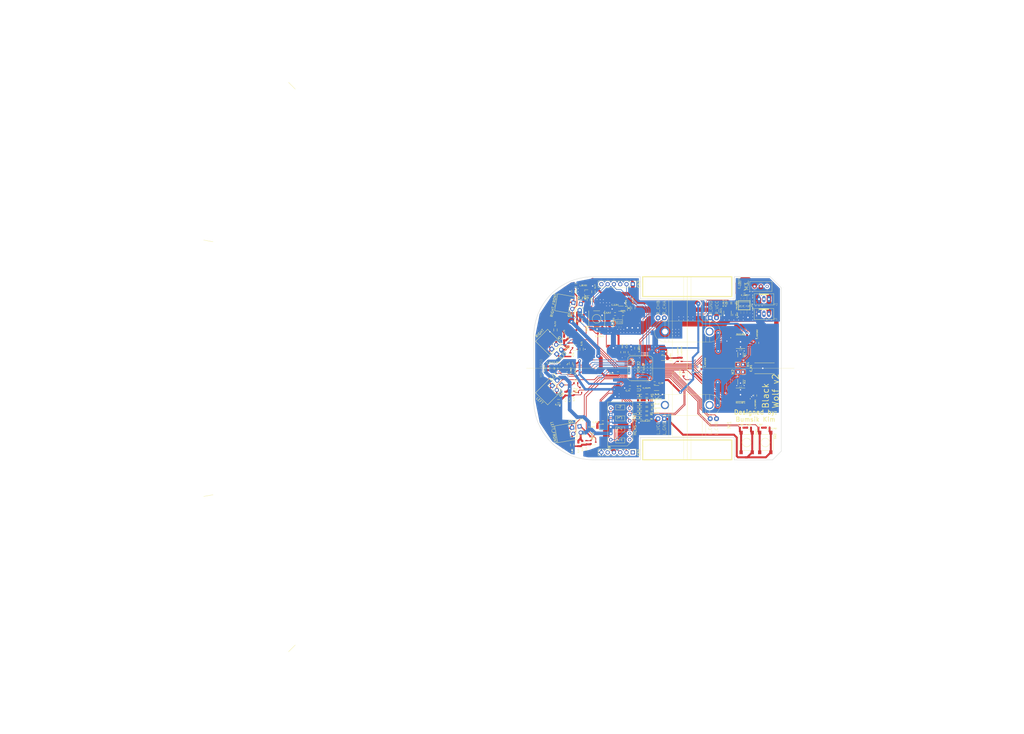
<source format=kicad_pcb>
(kicad_pcb (version 4) (host pcbnew 4.0.7)
  (layers (0 F.Cu signal) (31 B.Cu signal) (34 B.Paste user) (35 F.Paste user) (36 B.SilkS user) (37 F.SilkS user) (38 B.Mask user) (39 F.Mask user) (44 Edge.Cuts user))
  (net 0 "")
  (net 1 GND)
  (net 2 USART_RX)
  (net 3 USART_TX)
  (net 4 +3V3)
  (net 5 SWCLK)
  (net 6 SWDIO)
  (net 7 RESET)
  (net 8 "Net-(CNR1-Pad1)")
  (net 9 +5V)
  (net 10 "Net-(C_IMU1-Pad1)")
  (net 11 +BATT)
  (net 12 +3.3VADC)
  (net 13 "Net-(D_PWR1-Pad2)")
  (net 14 "Net-(LED_RED1-Pad2)")
  (net 15 ROT_L_CHB)
  (net 16 ROT_R_CHB)
  (net 17 "Net-(M3-PadPIN1)")
  (net 18 LED3)
  (net 19 LED4)
  (net 20 "Net-(R13-Pad1)")
  (net 21 "Net-(R14-Pad1)")
  (net 22 "Net-(R_BOOT1-Pad2)")
  (net 23 IMU_SCL)
  (net 24 IMU_SDA)
  (net 25 ~MOTOR_L_FAULT)
  (net 26 ~MOTOR_R_FAULT)
  (net 27 PB2)
  (net 28 PB1)
  (net 29 ROT_R_CHA)
  (net 30 MOTOR_L_PWM)
  (net 31 MOTOR_R_PWM)
  (net 32 MOTOR_L_DIR)
  (net 33 MOTOR_R_DIR)
  (net 34 ROT_L_CHA)
  (net 35 IMU_INT)
  (net 36 "Net-(U1-PadPB3)")
  (net 37 DIS_MOSI)
  (net 38 ~DIS_RESET)
  (net 39 DIS_SCK)
  (net 40 DIS_RS)
  (net 41 "Net-(U1-PadPC15)")
  (net 42 ~DIS_CE)
  (net 43 "Net-(U1-PadPH0)")
  (net 44 "Net-(U1-PadPH1)")
  (net 45 "Net-(U2-Pad9)")
  (net 46 "Net-(U3-Pad9)")
  (net 47 "Net-(U9-PadOSC)")
  (net 48 "Net-(U10-Pad7)")
  (net 49 "Net-(U10-Pad21)")
  (net 50 "Net-(U11-Pad7)")
  (net 51 "Net-(U11-Pad8)")
  (net 52 "Net-(U9-PadD_O)")
  (net 53 "Net-(U1-PadPD2)")
  (net 54 "Net-(LED_BLUE1-Pad2)")
  (net 55 "Net-(LED_GREEN1-Pad2)")
  (net 56 "Net-(LED_WHITE1-Pad2)")
  (net 57 LED1)
  (net 58 LED2)
  (net 59 "Net-(M3-PadPIN2)")
  (net 60 "Net-(P1-Pad2)")
  (net 61 "Net-(P2-Pad2)")
  (net 62 "Net-(C_VCAP1-Pad2)")
  (net 63 "Net-(D_F1-Pad1)")
  (net 64 "Net-(D_F2-Pad1)")
  (net 65 "Net-(D_F3-Pad1)")
  (net 66 "Net-(D_F4-Pad1)")
  (net 67 EMITTER_FL)
  (net 68 EMITTER_FR)
  (net 69 RECV_FL)
  (net 70 RECV_L)
  (net 71 RECV_R)
  (net 72 RECV_FR)
  (net 73 BATT_LEVEL)
  (net 74 "Net-(U1-PadPB6)")
  (net 75 "Net-(U1-PadPC12)")
  (net 76 "Net-(CN2-Pad6)")
  (net 77 "Net-(C_PB1-Pad1)")
  (net 78 "Net-(C_PB2-Pad1)")
  (net 79 "Net-(M2-Pad1)")
  (net 80 "Net-(M2-Pad2)")
  (net 81 "Net-(M4-Pad1)")
  (net 82 "Net-(M4-Pad2)")
  (net 83 "Net-(U1-PadPC10)")
  (net 84 "Net-(U1-PadPC11)")
  (net 85 "Net-(U1-PadPA12)")
  (net 86 "Net-(U1-PadPA15)")
  (net 87 LED5)
  (net 88 LED6)
  (net 89 "Net-(LED_BLUE2-Pad2)")
  (net 90 "Net-(LED_RED2-Pad2)")
  (net 91 "Net-(Q1-Pad3)")
  (net 92 "Net-(Q2-Pad3)")
  (net 93 "Net-(Q3-Pad3)")
  (net 94 "Net-(Q4-Pad3)")
  (net 95 "Net-(CN1-Pad1)")
  (net 96 "Net-(CN1-Pad5)")
  (net 97 EMITTER_L)
  (net 98 EMITTER_R)
  (module footprints_micromouse:VIA-0.6mm (layer F.Cu) (at 179.705 71.755)
    (fp_text reference VIA_STICH hide)
    (fp_text value VIA-0.6mm hide)
    (pad 1 thru_hole circle (at 0 0) (size 0.6 0.6) (drill 0.3) (layers *.Cu) (net 1 GND))
  )
  (module footprints_micromouse:VIA-0.6mm (layer F.Cu) (at 229.235 64.77)
    (fp_text reference VIA_STICH hide)
    (fp_text value VIA-0.6mm hide)
    (pad 1 thru_hole circle (at 0 0) (size 0.6 0.6) (drill 0.3) (layers *.Cu) (net 1 GND))
  )
  (module footprints_micromouse:VIA-0.6mm (layer F.Cu) (at 227.965 64.77)
    (fp_text reference VIA_STICH hide)
    (fp_text value VIA-0.6mm hide)
    (pad 1 thru_hole circle (at 0 0) (size 0.6 0.6) (drill 0.3) (layers *.Cu) (net 1 GND))
  )
  (module footprints_micromouse:VIA-0.6mm (layer F.Cu) (at 226.695 64.77)
    (fp_text reference VIA_STICH hide)
    (fp_text value VIA-0.6mm hide)
    (pad 1 thru_hole circle (at 0 0) (size 0.6 0.6) (drill 0.3) (layers *.Cu) (net 1 GND))
  )
  (module footprints_micromouse:VIA-0.6mm (layer F.Cu) (at 224.155 59.055)
    (fp_text reference VIA_STICH hide)
    (fp_text value VIA-0.6mm hide)
    (pad 1 thru_hole circle (at 0 0) (size 0.6 0.6) (drill 0.3) (layers *.Cu) (net 1 GND))
  )
  (module footprints_micromouse:VIA-0.6mm (layer F.Cu) (at 225.425 59.055)
    (fp_text reference VIA_STICH hide)
    (fp_text value VIA-0.6mm hide)
    (pad 1 thru_hole circle (at 0 0) (size 0.6 0.6) (drill 0.3) (layers *.Cu) (net 1 GND))
  )
  (module footprints_micromouse:VIA-0.6mm (layer F.Cu) (at 222.885 60.325)
    (fp_text reference VIA_STICH hide)
    (fp_text value VIA-0.6mm hide)
    (pad 1 thru_hole circle (at 0 0) (size 0.6 0.6) (drill 0.3) (layers *.Cu) (net 1 GND))
  )
  (module footprints_micromouse:VIA-0.6mm (layer F.Cu) (at 224.155 60.325)
    (fp_text reference VIA_STICH hide)
    (fp_text value VIA-0.6mm hide)
    (pad 1 thru_hole circle (at 0 0) (size 0.6 0.6) (drill 0.3) (layers *.Cu) (net 1 GND))
  )
  (module footprints_micromouse:VIA-0.6mm (layer F.Cu) (at 220.345 64.77)
    (fp_text reference VIA_STICH hide)
    (fp_text value VIA-0.6mm hide)
    (pad 1 thru_hole circle (at 0 0) (size 0.6 0.6) (drill 0.3) (layers *.Cu) (net 1 GND))
  )
  (module footprints_micromouse:VIA-0.6mm (layer F.Cu) (at 221.615 64.77)
    (fp_text reference VIA_STICH hide)
    (fp_text value VIA-0.6mm hide)
    (pad 1 thru_hole circle (at 0 0) (size 0.6 0.6) (drill 0.3) (layers *.Cu) (net 1 GND))
  )
  (module footprints_micromouse:VIA-0.6mm (layer F.Cu) (at 222.885 64.77)
    (fp_text reference VIA_STICH hide)
    (fp_text value VIA-0.6mm hide)
    (pad 1 thru_hole circle (at 0 0) (size 0.6 0.6) (drill 0.3) (layers *.Cu) (net 1 GND))
  )
  (module footprints_micromouse:VIA-0.6mm (layer F.Cu) (at 224.155 64.77)
    (fp_text reference VIA_STICH hide)
    (fp_text value VIA-0.6mm hide)
    (pad 1 thru_hole circle (at 0 0) (size 0.6 0.6) (drill 0.3) (layers *.Cu) (net 1 GND))
  )
  (module footprints_micromouse:VIA-0.6mm (layer F.Cu) (at 225.425 60.325)
    (fp_text reference VIA_STICH hide)
    (fp_text value VIA-0.6mm hide)
    (pad 1 thru_hole circle (at 0 0) (size 0.6 0.6) (drill 0.3) (layers *.Cu) (net 1 GND))
  )
  (module footprints_micromouse:VIA-0.6mm (layer F.Cu) (at 225.425 61.595)
    (fp_text reference VIA_STICH hide)
    (fp_text value VIA-0.6mm hide)
    (pad 1 thru_hole circle (at 0 0) (size 0.6 0.6) (drill 0.3) (layers *.Cu) (net 1 GND))
  )
  (module footprints_micromouse:VIA-0.6mm (layer F.Cu) (at 225.425 62.865)
    (fp_text reference VIA_STICH hide)
    (fp_text value VIA-0.6mm hide)
    (pad 1 thru_hole circle (at 0 0) (size 0.6 0.6) (drill 0.3) (layers *.Cu) (net 1 GND))
  )
  (module footprints_micromouse:VIA-0.6mm (layer F.Cu) (at 225.425 64.135)
    (fp_text reference VIA_STICH hide)
    (fp_text value VIA-0.6mm hide)
    (pad 1 thru_hole circle (at 0 0) (size 0.6 0.6) (drill 0.3) (layers *.Cu) (net 1 GND))
  )
  (module footprints_micromouse:VIA-0.6mm (layer F.Cu) (at 225.425 65.405)
    (fp_text reference VIA_STICH hide)
    (fp_text value VIA-0.6mm hide)
    (pad 1 thru_hole circle (at 0 0) (size 0.6 0.6) (drill 0.3) (layers *.Cu) (net 1 GND))
  )
  (module footprints_micromouse:VIA-0.6mm (layer F.Cu) (at 225.425 66.675)
    (fp_text reference VIA_STICH hide)
    (fp_text value VIA-0.6mm hide)
    (pad 1 thru_hole circle (at 0 0) (size 0.6 0.6) (drill 0.3) (layers *.Cu) (net 1 GND))
  )
  (module footprints_micromouse:VIA-0.6mm (layer F.Cu) (at 225.425 67.945)
    (fp_text reference VIA_STICH hide)
    (fp_text value VIA-0.6mm hide)
    (pad 1 thru_hole circle (at 0 0) (size 0.6 0.6) (drill 0.3) (layers *.Cu) (net 1 GND))
  )
  (module footprints_micromouse:VIA-0.6mm (layer F.Cu) (at 166.37 64.77)
    (fp_text reference VIA_STICH hide)
    (fp_text value VIA-0.6mm hide)
    (pad 1 thru_hole circle (at 0 0) (size 0.6 0.6) (drill 0.3) (layers *.Cu) (net 1 GND))
  )
  (module footprints_micromouse:VIA-0.6mm (layer F.Cu) (at 167.64 64.77)
    (fp_text reference VIA_STICH hide)
    (fp_text value VIA-0.6mm hide)
    (pad 1 thru_hole circle (at 0 0) (size 0.6 0.6) (drill 0.3) (layers *.Cu) (net 1 GND))
  )
  (module footprints_micromouse:VIA-0.6mm (layer F.Cu) (at 167.64 63.5)
    (fp_text reference VIA_STICH hide)
    (fp_text value VIA-0.6mm hide)
    (pad 1 thru_hole circle (at 0 0) (size 0.6 0.6) (drill 0.3) (layers *.Cu) (net 1 GND))
  )
  (module footprints_micromouse:VIA-0.6mm (layer F.Cu) (at 166.37 63.5)
    (fp_text reference VIA_STICH hide)
    (fp_text value VIA-0.6mm hide)
    (pad 1 thru_hole circle (at 0 0) (size 0.6 0.6) (drill 0.3) (layers *.Cu) (net 1 GND))
  )
  (module footprints_micromouse:VIA-0.6mm (layer F.Cu) (at 163.83 63.5)
    (fp_text reference VIA_STICH hide)
    (fp_text value VIA-0.6mm hide)
    (pad 1 thru_hole circle (at 0 0) (size 0.6 0.6) (drill 0.3) (layers *.Cu) (net 1 GND))
  )
  (module footprints_micromouse:VIA-0.6mm (layer F.Cu) (at 165.1 63.5)
    (fp_text reference VIA_STICH hide)
    (fp_text value VIA-0.6mm hide)
    (pad 1 thru_hole circle (at 0 0) (size 0.6 0.6) (drill 0.3) (layers *.Cu) (net 1 GND))
  )
  (module footprints_micromouse:VIA-0.6mm (layer F.Cu) (at 165.1 62.23)
    (fp_text reference VIA_STICH hide)
    (fp_text value VIA-0.6mm hide)
    (pad 1 thru_hole circle (at 0 0) (size 0.6 0.6) (drill 0.3) (layers *.Cu) (net 1 GND))
  )
  (module footprints_micromouse:VIA-0.6mm (layer F.Cu) (at 163.83 62.23)
    (fp_text reference VIA_STICH hide)
    (fp_text value VIA-0.6mm hide)
    (pad 1 thru_hole circle (at 0 0) (size 0.6 0.6) (drill 0.3) (layers *.Cu) (net 1 GND))
  )
  (module footprints_micromouse:VIA-0.6mm (layer F.Cu) (at 162.56 62.23)
    (fp_text reference VIA_STICH hide)
    (fp_text value VIA-0.6mm hide)
    (pad 1 thru_hole circle (at 0 0) (size 0.6 0.6) (drill 0.3) (layers *.Cu) (net 1 GND))
  )
  (module footprints_micromouse:VIA-0.6mm (layer F.Cu) (at 154.94 59.055)
    (fp_text reference VIA_STICH hide)
    (fp_text value VIA-0.6mm hide)
    (pad 1 thru_hole circle (at 0 0) (size 0.6 0.6) (drill 0.3) (layers *.Cu) (net 1 GND))
  )
  (module footprints_micromouse:VIA-0.6mm (layer F.Cu) (at 154.94 57.785)
    (fp_text reference VIA_STICH hide)
    (fp_text value VIA-0.6mm hide)
    (pad 1 thru_hole circle (at 0 0) (size 0.6 0.6) (drill 0.3) (layers *.Cu) (net 1 GND))
  )
  (module footprints_micromouse:VIA-0.6mm (layer F.Cu) (at 195.58 69.215)
    (fp_text reference VIA_STICH hide)
    (fp_text value VIA-0.6mm hide)
    (pad 1 thru_hole circle (at 0 0) (size 0.6 0.6) (drill 0.3) (layers *.Cu) (net 1 GND))
  )
  (module footprints_micromouse:VIA-0.6mm (layer F.Cu) (at 197.485 69.215)
    (fp_text reference VIA_STICH hide)
    (fp_text value VIA-0.6mm hide)
    (pad 1 thru_hole circle (at 0 0) (size 0.6 0.6) (drill 0.3) (layers *.Cu) (net 1 GND))
  )
  (module footprints_micromouse:VIA-0.6mm (layer F.Cu) (at 199.39 69.215)
    (fp_text reference VIA_STICH hide)
    (fp_text value VIA-0.6mm hide)
    (pad 1 thru_hole circle (at 0 0) (size 0.6 0.6) (drill 0.3) (layers *.Cu) (net 1 GND))
  )
  (module footprints_micromouse:VIA-0.6mm (layer F.Cu) (at 201.295 69.215)
    (fp_text reference VIA_STICH hide)
    (fp_text value VIA-0.6mm hide)
    (pad 1 thru_hole circle (at 0 0) (size 0.6 0.6) (drill 0.3) (layers *.Cu) (net 1 GND))
  )
  (module footprints_micromouse:VIA-0.6mm (layer F.Cu) (at 195.58 70.485)
    (fp_text reference VIA_STICH hide)
    (fp_text value VIA-0.6mm hide)
    (pad 1 thru_hole circle (at 0 0) (size 0.6 0.6) (drill 0.3) (layers *.Cu) (net 1 GND))
  )
  (module footprints_micromouse:VIA-0.6mm (layer F.Cu) (at 197.485 70.485)
    (fp_text reference VIA_STICH hide)
    (fp_text value VIA-0.6mm hide)
    (pad 1 thru_hole circle (at 0 0) (size 0.6 0.6) (drill 0.3) (layers *.Cu) (net 1 GND))
  )
  (module footprints_micromouse:VIA-0.6mm (layer F.Cu) (at 199.39 70.485)
    (fp_text reference VIA_STICH hide)
    (fp_text value VIA-0.6mm hide)
    (pad 1 thru_hole circle (at 0 0) (size 0.6 0.6) (drill 0.3) (layers *.Cu) (net 1 GND))
  )
  (module footprints_micromouse:VIA-0.6mm (layer F.Cu) (at 201.295 70.485)
    (fp_text reference VIA_STICH hide)
    (fp_text value VIA-0.6mm hide)
    (pad 1 thru_hole circle (at 0 0) (size 0.6 0.6) (drill 0.3) (layers *.Cu) (net 1 GND))
  )
  (module footprints_micromouse:VIA-0.6mm (layer F.Cu) (at 195.58 74.295)
    (fp_text reference VIA_STICH hide)
    (fp_text value VIA-0.6mm hide)
    (pad 1 thru_hole circle (at 0 0) (size 0.6 0.6) (drill 0.3) (layers *.Cu) (net 1 GND))
  )
  (module footprints_micromouse:VIA-0.6mm (layer F.Cu) (at 195.58 75.565)
    (fp_text reference VIA_STICH hide)
    (fp_text value VIA-0.6mm hide)
    (pad 1 thru_hole circle (at 0 0) (size 0.6 0.6) (drill 0.3) (layers *.Cu) (net 1 GND))
  )
  (module footprints_micromouse:VIA-0.6mm (layer F.Cu) (at 195.58 76.835)
    (fp_text reference VIA_STICH hide)
    (fp_text value VIA-0.6mm hide)
    (pad 1 thru_hole circle (at 0 0) (size 0.6 0.6) (drill 0.3) (layers *.Cu) (net 1 GND))
  )
  (module footprints_micromouse:VIA-0.6mm (layer F.Cu) (at 194.31 76.835)
    (fp_text reference VIA_STICH hide)
    (fp_text value VIA-0.6mm hide)
    (pad 1 thru_hole circle (at 0 0) (size 0.6 0.6) (drill 0.3) (layers *.Cu) (net 1 GND))
  )
  (module footprints_micromouse:VIA-0.6mm (layer F.Cu) (at 194.31 75.565)
    (fp_text reference VIA_STICH hide)
    (fp_text value VIA-0.6mm hide)
    (pad 1 thru_hole circle (at 0 0) (size 0.6 0.6) (drill 0.3) (layers *.Cu) (net 1 GND))
  )
  (module footprints_micromouse:VIA-0.6mm (layer F.Cu) (at 194.31 74.295)
    (fp_text reference VIA_STICH hide)
    (fp_text value VIA-0.6mm hide)
    (pad 1 thru_hole circle (at 0 0) (size 0.6 0.6) (drill 0.3) (layers *.Cu) (net 1 GND))
  )
  (module footprints_micromouse:VIA-0.6mm (layer F.Cu) (at 193.04 74.295)
    (fp_text reference VIA_STICH hide)
    (fp_text value VIA-0.6mm hide)
    (pad 1 thru_hole circle (at 0 0) (size 0.6 0.6) (drill 0.3) (layers *.Cu) (net 1 GND))
  )
  (module footprints_micromouse:VIA-0.6mm (layer F.Cu) (at 193.04 75.565)
    (fp_text reference VIA_STICH hide)
    (fp_text value VIA-0.6mm hide)
    (pad 1 thru_hole circle (at 0 0) (size 0.6 0.6) (drill 0.3) (layers *.Cu) (net 1 GND))
  )
  (module footprints_micromouse:VIA-0.6mm (layer F.Cu) (at 193.04 76.835)
    (fp_text reference VIA_STICH hide)
    (fp_text value VIA-0.6mm hide)
    (pad 1 thru_hole circle (at 0 0) (size 0.6 0.6) (drill 0.3) (layers *.Cu) (net 1 GND))
  )
  (module footprints_micromouse:VIA-0.6mm (layer F.Cu) (at 219.71 69.215)
    (fp_text reference VIA_STICH hide)
    (fp_text value VIA-0.6mm hide)
    (pad 1 thru_hole circle (at 0 0) (size 0.6 0.6) (drill 0.3) (layers *.Cu) (net 1 GND))
  )
  (module footprints_micromouse:VIA-0.6mm (layer F.Cu) (at 221.615 69.215)
    (fp_text reference VIA_STICH hide)
    (fp_text value VIA-0.6mm hide)
    (pad 1 thru_hole circle (at 0 0) (size 0.6 0.6) (drill 0.3) (layers *.Cu) (net 1 GND))
  )
  (module footprints_micromouse:VIA-0.6mm (layer F.Cu) (at 225.425 69.215)
    (fp_text reference VIA_STICH hide)
    (fp_text value VIA-0.6mm hide)
    (pad 1 thru_hole circle (at 0 0) (size 0.6 0.6) (drill 0.3) (layers *.Cu) (net 1 GND))
  )
  (module footprints_micromouse:VIA-0.6mm (layer F.Cu) (at 233.045 70.485)
    (fp_text reference VIA_STICH hide)
    (fp_text value VIA-0.6mm hide)
    (pad 1 thru_hole circle (at 0 0) (size 0.6 0.6) (drill 0.3) (layers *.Cu) (net 1 GND))
  )
  (module footprints_micromouse:VIA-0.6mm (layer F.Cu) (at 231.14 70.485)
    (fp_text reference VIA_STICH hide)
    (fp_text value VIA-0.6mm hide)
    (pad 1 thru_hole circle (at 0 0) (size 0.6 0.6) (drill 0.3) (layers *.Cu) (net 1 GND))
  )
  (module footprints_micromouse:VIA-0.6mm (layer F.Cu) (at 225.425 70.485)
    (fp_text reference VIA_STICH hide)
    (fp_text value VIA-0.6mm hide)
    (pad 1 thru_hole circle (at 0 0) (size 0.6 0.6) (drill 0.3) (layers *.Cu) (net 1 GND))
  )
  (module footprints_micromouse:VIA-0.6mm (layer F.Cu) (at 213.995 70.485)
    (fp_text reference VIA_STICH hide)
    (fp_text value VIA-0.6mm hide)
    (pad 1 thru_hole circle (at 0 0) (size 0.6 0.6) (drill 0.3) (layers *.Cu) (net 1 GND))
  )
  (module footprints_micromouse:VIA-0.6mm (layer F.Cu) (at 215.9 70.485)
    (fp_text reference VIA_STICH hide)
    (fp_text value VIA-0.6mm hide)
    (pad 1 thru_hole circle (at 0 0) (size 0.6 0.6) (drill 0.3) (layers *.Cu) (net 1 GND))
  )
  (module footprints_micromouse:VIA-0.6mm (layer F.Cu) (at 217.805 70.485)
    (fp_text reference VIA_STICH hide)
    (fp_text value VIA-0.6mm hide)
    (pad 1 thru_hole circle (at 0 0) (size 0.6 0.6) (drill 0.3) (layers *.Cu) (net 1 GND))
  )
  (module footprints_micromouse:VIA-0.6mm (layer F.Cu) (at 219.71 70.485)
    (fp_text reference VIA_STICH hide)
    (fp_text value VIA-0.6mm hide)
    (pad 1 thru_hole circle (at 0 0) (size 0.6 0.6) (drill 0.3) (layers *.Cu) (net 1 GND))
  )
  (module footprints_micromouse:VIA-0.6mm (layer F.Cu) (at 221.615 70.485)
    (fp_text reference VIA_STICH hide)
    (fp_text value VIA-0.6mm hide)
    (pad 1 thru_hole circle (at 0 0) (size 0.6 0.6) (drill 0.3) (layers *.Cu) (net 1 GND))
  )
  (module footprints_micromouse:VIA-0.6mm (layer F.Cu) (at 172.72 85.725)
    (fp_text reference VIA_STICH hide)
    (fp_text value VIA-0.6mm hide)
    (pad 1 thru_hole circle (at 0 0) (size 0.6 0.6) (drill 0.3) (layers *.Cu) (net 1 GND))
  )
  (module footprints_micromouse:VIA-0.6mm (layer F.Cu) (at 169.545 98.425)
    (fp_text reference VIA_STICH hide)
    (fp_text value VIA-0.6mm hide)
    (pad 1 thru_hole circle (at 0 0) (size 0.6 0.6) (drill 0.3) (layers *.Cu) (net 1 GND))
  )
  (module footprints_micromouse:VIA-0.6mm (layer F.Cu) (at 171.45 100.33)
    (fp_text reference VIA_STICH hide)
    (fp_text value VIA-0.6mm hide)
    (pad 1 thru_hole circle (at 0 0) (size 0.6 0.6) (drill 0.3) (layers *.Cu) (net 1 GND))
  )
  (module footprints_micromouse:VIA-0.6mm (layer F.Cu) (at 171.45 101.6)
    (fp_text reference VIA_STICH hide)
    (fp_text value VIA-0.6mm hide)
    (pad 1 thru_hole circle (at 0 0) (size 0.6 0.6) (drill 0.3) (layers *.Cu) (net 1 GND))
  )
  (module footprints_micromouse:VIA-0.6mm (layer F.Cu) (at 179.705 85.725)
    (fp_text reference VIA_STICH hide)
    (fp_text value VIA-0.6mm hide)
    (pad 1 thru_hole circle (at 0 0) (size 0.6 0.6) (drill 0.3) (layers *.Cu) (net 1 GND))
  )
  (module footprints_micromouse:VIA-0.6mm (layer F.Cu) (at 177.8 92.075)
    (fp_text reference VIA_STICH hide)
    (fp_text value VIA-0.6mm hide)
    (pad 1 thru_hole circle (at 0 0) (size 0.6 0.6) (drill 0.3) (layers *.Cu) (net 1 GND))
  )
  (module footprints_micromouse:VIA-0.6mm (layer F.Cu) (at 179.07 88.265)
    (fp_text reference VIA_STICH hide)
    (fp_text value VIA-0.6mm hide)
    (pad 1 thru_hole circle (at 0 0) (size 0.6 0.6) (drill 0.3) (layers *.Cu) (net 1 GND))
  )
  (module footprints_micromouse:VIA-0.6mm (layer F.Cu) (at 180.34 90.805)
    (fp_text reference VIA_STICH hide)
    (fp_text value VIA-0.6mm hide)
    (pad 1 thru_hole circle (at 0 0) (size 0.6 0.6) (drill 0.3) (layers *.Cu) (net 1 GND))
  )
  (module footprints_micromouse:VIA-0.6mm (layer F.Cu) (at 179.07 90.805)
    (fp_text reference VIA_STICH hide)
    (fp_text value VIA-0.6mm hide)
    (pad 1 thru_hole circle (at 0 0) (size 0.6 0.6) (drill 0.3) (layers *.Cu) (net 1 GND))
  )
  (module footprints_micromouse:VIA-0.6mm (layer F.Cu) (at 177.8 90.805)
    (fp_text reference VIA_STICH hide)
    (fp_text value VIA-0.6mm hide)
    (pad 1 thru_hole circle (at 0 0) (size 0.6 0.6) (drill 0.3) (layers *.Cu) (net 1 GND))
  )
  (module footprints_micromouse:VIA-0.6mm (layer F.Cu) (at 177.8 89.535)
    (fp_text reference VIA_STICH hide)
    (fp_text value VIA-0.6mm hide)
    (pad 1 thru_hole circle (at 0 0) (size 0.6 0.6) (drill 0.3) (layers *.Cu) (net 1 GND))
  )
  (module footprints_micromouse:VIA-0.6mm (layer F.Cu) (at 179.07 89.535)
    (fp_text reference VIA_STICH hide)
    (fp_text value VIA-0.6mm hide)
    (pad 1 thru_hole circle (at 0 0) (size 0.6 0.6) (drill 0.3) (layers *.Cu) (net 1 GND))
  )
  (module footprints_micromouse:VIA-0.6mm (layer F.Cu) (at 180.34 89.535)
    (fp_text reference VIA_STICH hide)
    (fp_text value VIA-0.6mm hide)
    (pad 1 thru_hole circle (at 0 0) (size 0.6 0.6) (drill 0.3) (layers *.Cu) (net 1 GND))
  )
  (module footprints_micromouse:VIA-0.6mm (layer F.Cu) (at 182.88 92.075)
    (fp_text reference VIA_STICH hide)
    (fp_text value VIA-0.6mm hide)
    (pad 1 thru_hole circle (at 0 0) (size 0.6 0.6) (drill 0.3) (layers *.Cu) (net 1 GND))
  )
  (module footprints_micromouse:VIA-0.6mm (layer F.Cu) (at 182.88 90.805)
    (fp_text reference VIA_STICH hide)
    (fp_text value VIA-0.6mm hide)
    (pad 1 thru_hole circle (at 0 0) (size 0.6 0.6) (drill 0.3) (layers *.Cu) (net 1 GND))
  )
  (module footprints_micromouse:VIA-0.6mm (layer F.Cu) (at 182.88 89.535)
    (fp_text reference VIA_STICH hide)
    (fp_text value VIA-0.6mm hide)
    (pad 1 thru_hole circle (at 0 0) (size 0.6 0.6) (drill 0.3) (layers *.Cu) (net 1 GND))
  )
  (module footprints_micromouse:VIA-0.6mm (layer F.Cu) (at 182.88 88.265)
    (fp_text reference VIA_STICH hide)
    (fp_text value VIA-0.6mm hide)
    (pad 1 thru_hole circle (at 0 0) (size 0.6 0.6) (drill 0.3) (layers *.Cu) (net 1 GND))
  )
  (module footprints_micromouse:VIA-0.6mm (layer F.Cu) (at 184.15 88.265)
    (fp_text reference VIA_STICH hide)
    (fp_text value VIA-0.6mm hide)
    (pad 1 thru_hole circle (at 0 0) (size 0.6 0.6) (drill 0.3) (layers *.Cu) (net 1 GND))
  )
  (module footprints_micromouse:VIA-0.6mm (layer F.Cu) (at 184.15 89.535)
    (fp_text reference VIA_STICH hide)
    (fp_text value VIA-0.6mm hide)
    (pad 1 thru_hole circle (at 0 0) (size 0.6 0.6) (drill 0.3) (layers *.Cu) (net 1 GND))
  )
  (module footprints_micromouse:VIA-0.6mm (layer F.Cu) (at 184.15 90.805)
    (fp_text reference VIA_STICH hide)
    (fp_text value VIA-0.6mm hide)
    (pad 1 thru_hole circle (at 0 0) (size 0.6 0.6) (drill 0.3) (layers *.Cu) (net 1 GND))
  )
  (module footprints_micromouse:VIA-0.6mm (layer F.Cu) (at 184.15 92.075)
    (fp_text reference VIA_STICH hide)
    (fp_text value VIA-0.6mm hide)
    (pad 1 thru_hole circle (at 0 0) (size 0.6 0.6) (drill 0.3) (layers *.Cu) (net 1 GND))
  )
  (module footprints_micromouse:VIA-0.6mm (layer F.Cu) (at 189.23 95.885)
    (fp_text reference VIA_STICH hide)
    (fp_text value VIA-0.6mm hide)
    (pad 1 thru_hole circle (at 0 0) (size 0.6 0.6) (drill 0.3) (layers *.Cu) (net 1 GND))
  )
  (module footprints_micromouse:VIA-0.6mm (layer F.Cu) (at 186.055 100.33)
    (fp_text reference VIA_STICH hide)
    (fp_text value VIA-0.6mm hide)
    (pad 1 thru_hole circle (at 0 0) (size 0.6 0.6) (drill 0.3) (layers *.Cu) (net 1 GND))
  )
  (module footprints_micromouse:VIA-0.6mm (layer F.Cu) (at 187.325 100.33)
    (fp_text reference VIA_STICH hide)
    (fp_text value VIA-0.6mm hide)
    (pad 1 thru_hole circle (at 0 0) (size 0.6 0.6) (drill 0.3) (layers *.Cu) (net 1 GND))
  )
  (module footprints_micromouse:VIA-0.6mm (layer F.Cu) (at 187.325 101.6)
    (fp_text reference VIA_STICH hide)
    (fp_text value VIA-0.6mm hide)
    (pad 1 thru_hole circle (at 0 0) (size 0.6 0.6) (drill 0.3) (layers *.Cu) (net 1 GND))
  )
  (module footprints_micromouse:VIA-0.6mm (layer F.Cu) (at 186.055 101.6)
    (fp_text reference VIA_STICH hide)
    (fp_text value VIA-0.6mm hide)
    (pad 1 thru_hole circle (at 0 0) (size 0.6 0.6) (drill 0.3) (layers *.Cu) (net 1 GND))
  )
  (module footprints_micromouse:VIA-0.6mm (layer F.Cu) (at 184.785 82.55)
    (fp_text reference VIA_STICH hide)
    (fp_text value VIA-0.6mm hide)
    (pad 1 thru_hole circle (at 0 0) (size 0.6 0.6) (drill 0.3) (layers *.Cu) (net 1 GND))
  )
  (module footprints_micromouse:VIA-0.6mm (layer F.Cu) (at 187.325 81.28)
    (fp_text reference VIA_STICH hide)
    (fp_text value VIA-0.6mm hide)
    (pad 1 thru_hole circle (at 0 0) (size 0.6 0.6) (drill 0.3) (layers *.Cu) (net 1 GND))
  )
  (module footprints_micromouse:VIA-0.6mm (layer F.Cu) (at 186.055 81.28)
    (fp_text reference VIA_STICH hide)
    (fp_text value VIA-0.6mm hide)
    (pad 1 thru_hole circle (at 0 0) (size 0.6 0.6) (drill 0.3) (layers *.Cu) (net 1 GND))
  )
  (module footprints_micromouse:VIA-0.6mm (layer F.Cu) (at 184.785 81.28)
    (fp_text reference VIA_STICH hide)
    (fp_text value VIA-0.6mm hide)
    (pad 1 thru_hole circle (at 0 0) (size 0.6 0.6) (drill 0.3) (layers *.Cu) (net 1 GND))
  )
  (module footprints_micromouse:VIA-0.6mm (layer F.Cu) (at 176.53 82.55)
    (fp_text reference VIA_STICH hide)
    (fp_text value VIA-0.6mm hide)
    (pad 1 thru_hole circle (at 0 0) (size 0.6 0.6) (drill 0.3) (layers *.Cu) (net 1 GND))
  )
  (module footprints_micromouse:VIA-0.6mm (layer F.Cu) (at 173.99 81.28)
    (fp_text reference VIA_STICH hide)
    (fp_text value VIA-0.6mm hide)
    (pad 1 thru_hole circle (at 0 0) (size 0.6 0.6) (drill 0.3) (layers *.Cu) (net 1 GND))
  )
  (module footprints_micromouse:VIA-0.6mm (layer F.Cu) (at 172.72 81.28)
    (fp_text reference VIA_STICH hide)
    (fp_text value VIA-0.6mm hide)
    (pad 1 thru_hole circle (at 0 0) (size 0.6 0.6) (drill 0.3) (layers *.Cu) (net 1 GND))
  )
  (module footprints_micromouse:VIA-0.6mm (layer F.Cu) (at 170.18 81.28)
    (fp_text reference VIA_STICH hide)
    (fp_text value VIA-0.6mm hide)
    (pad 1 thru_hole circle (at 0 0) (size 0.6 0.6) (drill 0.3) (layers *.Cu) (net 1 GND))
  )
  (module footprints_micromouse:VIA-0.6mm (layer F.Cu) (at 167.64 81.28)
    (fp_text reference VIA_STICH hide)
    (fp_text value VIA-0.6mm hide)
    (pad 1 thru_hole circle (at 0 0) (size 0.6 0.6) (drill 0.3) (layers *.Cu) (net 1 GND))
  )
  (module footprints_micromouse:VIA-0.6mm (layer F.Cu) (at 170.815 74.295)
    (fp_text reference VIA_STICH hide)
    (fp_text value VIA-0.6mm hide)
    (pad 1 thru_hole circle (at 0 0) (size 0.6 0.6) (drill 0.3) (layers *.Cu) (net 1 GND))
  )
  (module footprints_micromouse:VIA-0.6mm (layer F.Cu) (at 173.355 74.295)
    (fp_text reference VIA_STICH hide)
    (fp_text value VIA-0.6mm hide)
    (pad 1 thru_hole circle (at 0 0) (size 0.6 0.6) (drill 0.3) (layers *.Cu) (net 1 GND))
  )
  (module footprints_micromouse:VIA-0.6mm (layer F.Cu) (at 172.085 74.295)
    (fp_text reference VIA_STICH hide)
    (fp_text value VIA-0.6mm hide)
    (pad 1 thru_hole circle (at 0 0) (size 0.6 0.6) (drill 0.3) (layers *.Cu) (net 1 GND))
  )
  (module footprints_micromouse:VIA-0.6mm (layer F.Cu) (at 167.005 74.295)
    (fp_text reference VIA_STICH hide)
    (fp_text value VIA-0.6mm hide)
    (pad 1 thru_hole circle (at 0 0) (size 0.6 0.6) (drill 0.3) (layers *.Cu) (net 1 GND))
  )
  (module footprints_micromouse:VIA-0.6mm (layer F.Cu) (at 168.275 75.565)
    (fp_text reference VIA_STICH hide)
    (fp_text value VIA-0.6mm hide)
    (pad 1 thru_hole circle (at 0 0) (size 0.6 0.6) (drill 0.3) (layers *.Cu) (net 1 GND))
  )
  (module footprints_micromouse:VIA-0.6mm (layer F.Cu) (at 167.005 75.565)
    (fp_text reference VIA_STICH hide)
    (fp_text value VIA-0.6mm hide)
    (pad 1 thru_hole circle (at 0 0) (size 0.6 0.6) (drill 0.3) (layers *.Cu) (net 1 GND))
  )
  (module footprints_micromouse:VIA-0.6mm (layer F.Cu) (at 179.705 75.565)
    (fp_text reference VIA_STICH hide)
    (fp_text value VIA-0.6mm hide)
    (pad 1 thru_hole circle (at 0 0) (size 0.6 0.6) (drill 0.3) (layers *.Cu) (net 1 GND))
  )
  (module footprints_micromouse:VIA-0.6mm (layer F.Cu) (at 178.435 75.565)
    (fp_text reference VIA_STICH hide)
    (fp_text value VIA-0.6mm hide)
    (pad 1 thru_hole circle (at 0 0) (size 0.6 0.6) (drill 0.3) (layers *.Cu) (net 1 GND))
  )
  (module footprints_micromouse:VIA-0.6mm (layer F.Cu) (at 177.165 75.565)
    (fp_text reference VIA_STICH hide)
    (fp_text value VIA-0.6mm hide)
    (pad 1 thru_hole circle (at 0 0) (size 0.6 0.6) (drill 0.3) (layers *.Cu) (net 1 GND))
  )
  (module footprints_micromouse:VIA-0.6mm (layer F.Cu) (at 175.895 75.565)
    (fp_text reference VIA_STICH hide)
    (fp_text value VIA-0.6mm hide)
    (pad 1 thru_hole circle (at 0 0) (size 0.6 0.6) (drill 0.3) (layers *.Cu) (net 1 GND))
  )
  (module footprints_micromouse:VIA-0.6mm (layer F.Cu) (at 174.625 75.565)
    (fp_text reference VIA_STICH hide)
    (fp_text value VIA-0.6mm hide)
    (pad 1 thru_hole circle (at 0 0) (size 0.6 0.6) (drill 0.3) (layers *.Cu) (net 1 GND))
  )
  (module footprints_micromouse:VIA-0.6mm (layer F.Cu) (at 173.355 75.565)
    (fp_text reference VIA_STICH hide)
    (fp_text value VIA-0.6mm hide)
    (pad 1 thru_hole circle (at 0 0) (size 0.6 0.6) (drill 0.3) (layers *.Cu) (net 1 GND))
  )
  (module footprints_micromouse:SW_SPST_PTS645 (layer F.Cu) (at 223 120 90)
    (fp_text reference SW1 (at 4.25 4 90) (layer F.SilkS) (effects (font (size 0.75 0.75))))
    (fp_text value SWITCH_DPST hide)
    (pad 2 smd rect (at -3.975 2.25 90) (size 1.55 1.3) (layers F.Cu F.Paste F.Mask) (net 1 GND))
    (pad 1 smd rect (at -3.975 -2.25 90) (size 1.55 1.3) (layers F.Cu F.Paste F.Mask) (net 28 PB1))
    (pad 1 smd rect (at 3.975 -2.25 90) (size 1.55 1.3) (layers F.Cu F.Paste F.Mask) (net 28 PB1))
    (pad 2 smd rect (at 3.975 2.25 90) (size 1.55 1.3) (layers F.Cu F.Paste F.Mask) (net 1 GND))
  )
  (module footprints_micromouse:R_1206 (layer F.Cu) (at 220.5 84.5 90)
    (fp_text reference R14 (at -0.082 1.75 90) (layer F.SilkS) (effects (font (size 0.5 0.5) (thickness 0.1))))
    (fp_text value 62.5m hide)
    (pad 1 smd rect (at -1.45 0 90) (size 0.9 1.7) (layers F.Cu F.Paste F.Mask) (net 21 "Net-(R14-Pad1)"))
    (pad 2 smd rect (at 1.45 0 90) (size 0.9 1.7) (layers F.Cu F.Paste F.Mask) (net 1 GND))
  )
  (module footprints_micromouse:R_1206 (layer F.Cu) (at 220.5 95.5 270)
    (fp_text reference R13 (at 0.004 -1.75 270) (layer F.SilkS) (effects (font (size 0.5 0.5) (thickness 0.1))))
    (fp_text value 62.5m hide)
    (pad 1 smd rect (at -1.45 0 270) (size 0.9 1.7) (layers F.Cu F.Paste F.Mask) (net 20 "Net-(R13-Pad1)"))
    (pad 2 smd rect (at 1.45 0 270) (size 0.9 1.7) (layers F.Cu F.Paste F.Mask) (net 1 GND))
  )
  (module footprints_micromouse:C_1206 (layer F.Cu) (at 189.484 85.852)
    (fp_text reference C_VCAP2 (at 2.794 -0.254 90) (layer F.SilkS) (effects (font (size 0.5 0.5) (thickness 0.1))))
    (fp_text value 2.2uF hide)
    (pad 1 smd rect (at -1.5 0) (size 1 1.6) (layers F.Cu F.Paste F.Mask) (net 1 GND))
    (pad 2 smd rect (at 1.5 0) (size 1 1.6) (layers F.Cu F.Paste F.Mask) (net 1 GND))
  )
  (module footprints_micromouse:C_1206 (layer F.Cu) (at 186.6 98 180)
    (fp_text reference C_VCAP1 (at 4 0 180) (layer F.SilkS) (effects (font (size 0.5 0.5) (thickness 0.1))))
    (fp_text value 4.7uF hide)
    (pad 1 smd rect (at -1.5 0 180) (size 1 1.6) (layers F.Cu F.Paste F.Mask) (net 1 GND))
    (pad 2 smd rect (at 1.5 0 180) (size 1 1.6) (layers F.Cu F.Paste F.Mask) (net 62 "Net-(C_VCAP1-Pad2)"))
  )
  (module footprints_micromouse:C_1206 (layer F.Cu) (at 164.2 113.7 180)
    (fp_text reference C_DIS2 (at 3.8 -0.05 180) (layer F.SilkS) (effects (font (size 0.5 0.5) (thickness 0.1))))
    (fp_text value 10uF hide)
    (pad 1 smd rect (at -1.5 0 180) (size 1 1.6) (layers F.Cu F.Paste F.Mask) (net 9 +5V))
    (pad 2 smd rect (at 1.5 0 180) (size 1 1.6) (layers F.Cu F.Paste F.Mask) (net 1 GND))
  )
  (module footprints_micromouse:C_1206 (layer F.Cu) (at 172.212 65.913)
    (fp_text reference C_3.3V1 (at -2.382 -1.538) (layer F.SilkS) (effects (font (size 0.5 0.5) (thickness 0.1))))
    (fp_text value 10uF hide)
    (pad 1 smd rect (at -1.5 0) (size 1 1.6) (layers F.Cu F.Paste F.Mask) (net 4 +3V3))
    (pad 2 smd rect (at 1.5 0) (size 1 1.6) (layers F.Cu F.Paste F.Mask) (net 1 GND))
  )
  (module footprints_micromouse:R_0603 (layer F.Cu) (at 182.649 101.085 180)
    (fp_text reference R1 (at -2.1 -0.3 180) (layer F.SilkS) (effects (font (size 0.5 0.5) (thickness 0.1))))
    (fp_text value 1k hide)
    (pad 1 smd rect (at -0.75 0 180) (size 0.5 0.9) (layers F.Cu F.Paste F.Mask) (net 57 LED1))
    (pad 2 smd rect (at 0.75 0 180) (size 0.5 0.9) (layers F.Cu F.Paste F.Mask) (net 14 "Net-(LED_RED1-Pad2)"))
  )
  (module footprints_micromouse:R_0603 (layer F.Cu) (at 182.649 102.885 180)
    (fp_text reference R2 (at -2.1 -0.25 180) (layer F.SilkS) (effects (font (size 0.5 0.5) (thickness 0.1))))
    (fp_text value 1k hide)
    (pad 1 smd rect (at -0.75 0 180) (size 0.5 0.9) (layers F.Cu F.Paste F.Mask) (net 58 LED2))
    (pad 2 smd rect (at 0.75 0 180) (size 0.5 0.9) (layers F.Cu F.Paste F.Mask) (net 55 "Net-(LED_GREEN1-Pad2)"))
  )
  (module footprints_micromouse:R_0603 (layer F.Cu) (at 182.649 104.685 180)
    (fp_text reference R3 (at -2.1 -0.45 180) (layer F.SilkS) (effects (font (size 0.5 0.5) (thickness 0.1))))
    (fp_text value 1k hide)
    (pad 1 smd rect (at -0.75 0 180) (size 0.5 0.9) (layers F.Cu F.Paste F.Mask) (net 18 LED3))
    (pad 2 smd rect (at 0.75 0 180) (size 0.5 0.9) (layers F.Cu F.Paste F.Mask) (net 54 "Net-(LED_BLUE1-Pad2)"))
  )
  (module footprints_micromouse:R_0603 (layer F.Cu) (at 215.9 63.627 270)
    (fp_text reference R_VOL2 (at 0.127 2.286 270) (layer F.SilkS) (effects (font (size 0.5 0.5) (thickness 0.1))))
    (fp_text value 10k hide)
    (pad 1 smd rect (at -0.75 0 270) (size 0.5 0.9) (layers F.Cu F.Paste F.Mask) (net 73 BATT_LEVEL))
    (pad 2 smd rect (at 0.75 0 270) (size 0.5 0.9) (layers F.Cu F.Paste F.Mask) (net 1 GND))
  )
  (module footprints_micromouse:R_0603 (layer F.Cu) (at 217.678 63.627 90)
    (fp_text reference R_VOL1 (at -0.127 -3.048 270) (layer F.SilkS) (effects (font (size 0.5 0.5) (thickness 0.1))))
    (fp_text value 20k hide)
    (pad 1 smd rect (at -0.75 0 90) (size 0.5 0.9) (layers F.Cu F.Paste F.Mask) (net 11 +BATT))
    (pad 2 smd rect (at 0.75 0 90) (size 0.5 0.9) (layers F.Cu F.Paste F.Mask) (net 73 BATT_LEVEL))
  )
  (module footprints_micromouse:R_0603 (layer F.Cu) (at 177.2 65.6 90)
    (fp_text reference R_PWR1 (at 2.85 -0.2 90) (layer F.SilkS) (effects (font (size 0.5 0.5) (thickness 0.1))))
    (fp_text value 1k hide)
    (pad 1 smd rect (at -0.75 0 90) (size 0.5 0.9) (layers F.Cu F.Paste F.Mask) (net 9 +5V))
    (pad 2 smd rect (at 0.75 0 90) (size 0.5 0.9) (layers F.Cu F.Paste F.Mask) (net 13 "Net-(D_PWR1-Pad2)"))
  )
  (module footprints_micromouse:R_0603 (layer F.Cu) (at 231.5 114)
    (fp_text reference R_PB2 (at 2.5 0.4) (layer F.SilkS) (effects (font (size 0.5 0.5) (thickness 0.1))))
    (fp_text value 1k hide)
    (pad 1 smd rect (at -0.75 0) (size 0.5 0.9) (layers F.Cu F.Paste F.Mask) (net 78 "Net-(C_PB2-Pad1)"))
    (pad 2 smd rect (at 0.75 0) (size 0.5 0.9) (layers F.Cu F.Paste F.Mask) (net 1 GND))
  )
  (module footprints_micromouse:R_0603 (layer F.Cu) (at 224 114)
    (fp_text reference R_PB1 (at -0.1 -1.2) (layer F.SilkS) (effects (font (size 0.5 0.5) (thickness 0.1))))
    (fp_text value 1k hide)
    (pad 1 smd rect (at -0.75 0) (size 0.5 0.9) (layers F.Cu F.Paste F.Mask) (net 77 "Net-(C_PB1-Pad1)"))
    (pad 2 smd rect (at 0.75 0) (size 0.5 0.9) (layers F.Cu F.Paste F.Mask) (net 1 GND))
  )
  (module footprints_micromouse:R_0603 (layer F.Cu) (at 204.8 89.4 90)
    (fp_text reference R_MOTOR2 (at 1.77 1.448 90) (layer F.SilkS) (effects (font (size 0.5 0.5) (thickness 0.1))))
    (fp_text value 10k hide)
    (pad 1 smd rect (at -0.75 0 90) (size 0.5 0.9) (layers F.Cu F.Paste F.Mask) (net 4 +3V3))
    (pad 2 smd rect (at 0.75 0 90) (size 0.5 0.9) (layers F.Cu F.Paste F.Mask) (net 26 ~MOTOR_R_FAULT))
  )
  (module footprints_micromouse:R_0603 (layer F.Cu) (at 197.5 92.4 90)
    (fp_text reference R_MOTOR1 (at -0.056 -1.412 90) (layer F.SilkS) (effects (font (size 0.5 0.5) (thickness 0.1))))
    (fp_text value 10k hide)
    (pad 1 smd rect (at -0.75 0 90) (size 0.5 0.9) (layers F.Cu F.Paste F.Mask) (net 4 +3V3))
    (pad 2 smd rect (at 0.75 0 90) (size 0.5 0.9) (layers F.Cu F.Paste F.Mask) (net 25 ~MOTOR_L_FAULT))
  )
  (module footprints_micromouse:R_0603 (layer F.Cu) (at 152 88 270)
    (fp_text reference R_IMU2 (at 3 0 270) (layer F.SilkS) (effects (font (size 0.5 0.5) (thickness 0.1))))
    (fp_text value 10k hide)
    (pad 1 smd rect (at -0.75 0 270) (size 0.5 0.9) (layers F.Cu F.Paste F.Mask) (net 4 +3V3))
    (pad 2 smd rect (at 0.75 0 270) (size 0.5 0.9) (layers F.Cu F.Paste F.Mask) (net 24 IMU_SDA))
  )
  (module footprints_micromouse:R_0603 (layer F.Cu) (at 153.75 88.75 270)
    (fp_text reference R_IMU1 (at 2.75 0 270) (layer F.SilkS) (effects (font (size 0.5 0.5) (thickness 0.1))))
    (fp_text value 10k hide)
    (pad 1 smd rect (at -0.75 0 270) (size 0.5 0.9) (layers F.Cu F.Paste F.Mask) (net 4 +3V3))
    (pad 2 smd rect (at 0.75 0 270) (size 0.5 0.9) (layers F.Cu F.Paste F.Mask) (net 23 IMU_SCL))
  )
  (module footprints_micromouse:R_0603 (layer F.Cu) (at 178.4 81.9 270)
    (fp_text reference R_BOOT1 (at 0 -1.2 270) (layer F.SilkS) (effects (font (size 0.5 0.5) (thickness 0.1))))
    (fp_text value 10k hide)
    (pad 1 smd rect (at -0.75 0 270) (size 0.5 0.9) (layers F.Cu F.Paste F.Mask) (net 1 GND))
    (pad 2 smd rect (at 0.75 0 270) (size 0.5 0.9) (layers F.Cu F.Paste F.Mask) (net 22 "Net-(R_BOOT1-Pad2)"))
  )
  (module footprints_micromouse:R_0603 (layer F.Cu) (at 182.649 106.485 180)
    (fp_text reference R4 (at -2.1 -0.4 180) (layer F.SilkS) (effects (font (size 0.5 0.5) (thickness 0.1))))
    (fp_text value 1k hide)
    (pad 1 smd rect (at -0.75 0 180) (size 0.5 0.9) (layers F.Cu F.Paste F.Mask) (net 19 LED4))
    (pad 2 smd rect (at 0.75 0 180) (size 0.5 0.9) (layers F.Cu F.Paste F.Mask) (net 56 "Net-(LED_WHITE1-Pad2)"))
  )
  (module footprints_micromouse:R_0603 (layer F.Cu) (at 154 56.5 180)
    (fp_text reference L_BEAD1 (at -3 0 180) (layer F.SilkS) (effects (font (size 0.5 0.5) (thickness 0.1))))
    (fp_text value 10uH hide)
    (pad 1 smd rect (at -0.75 0 180) (size 0.5 0.9) (layers F.Cu F.Paste F.Mask) (net 4 +3V3))
    (pad 2 smd rect (at 0.75 0 180) (size 0.5 0.9) (layers F.Cu F.Paste F.Mask) (net 12 +3.3VADC))
  )
  (module footprints_micromouse:LED_0603 (layer F.Cu) (at 179.849 106.485)
    (fp_text reference LED_WHITE1 (at 6.65 -0.35) (layer F.SilkS) (effects (font (size 0.5 0.5) (thickness 0.1))))
    (fp_text value Led_Small hide)
    (pad 2 smd rect (at 0.7493 0 180) (size 0.79756 0.79756) (layers F.Cu F.Paste F.Mask) (net 56 "Net-(LED_WHITE1-Pad2)"))
    (pad 1 smd rect (at -0.7493 0 180) (size 0.79756 0.79756) (layers F.Cu F.Paste F.Mask) (net 1 GND))
  )
  (module footprints_micromouse:LED_0603 (layer F.Cu) (at 179.849 102.885)
    (fp_text reference LED_GREEN1 (at 6.65 -0.5) (layer F.SilkS) (effects (font (size 0.5 0.5) (thickness 0.1))))
    (fp_text value Led_Small hide)
    (pad 2 smd rect (at 0.7493 0 180) (size 0.79756 0.79756) (layers F.Cu F.Paste F.Mask) (net 55 "Net-(LED_GREEN1-Pad2)"))
    (pad 1 smd rect (at -0.7493 0 180) (size 0.79756 0.79756) (layers F.Cu F.Paste F.Mask) (net 1 GND))
  )
  (module footprints_micromouse:LED_0603 (layer F.Cu) (at 179.849 104.685)
    (fp_text reference LED_BLUE1 (at 6.4 -0.3) (layer F.SilkS) (effects (font (size 0.5 0.5) (thickness 0.1))))
    (fp_text value Led_Small hide)
    (pad 2 smd rect (at 0.7493 0 180) (size 0.79756 0.79756) (layers F.Cu F.Paste F.Mask) (net 54 "Net-(LED_BLUE1-Pad2)"))
    (pad 1 smd rect (at -0.7493 0 180) (size 0.79756 0.79756) (layers F.Cu F.Paste F.Mask) (net 1 GND))
  )
  (module footprints_micromouse:LED_0603 (layer F.Cu) (at 175.4 65.6 90)
    (fp_text reference D_PWR1 (at 1.846 -1.156 90) (layer F.SilkS) (effects (font (size 0.5 0.5) (thickness 0.1))))
    (fp_text value Led_Small hide)
    (pad 2 smd rect (at 0.7493 0 270) (size 0.79756 0.79756) (layers F.Cu F.Paste F.Mask) (net 13 "Net-(D_PWR1-Pad2)"))
    (pad 1 smd rect (at -0.7493 0 270) (size 0.79756 0.79756) (layers F.Cu F.Paste F.Mask) (net 1 GND))
  )
  (module footprints_micromouse:LED_0603 (layer F.Cu) (at 179.849 101.085)
    (fp_text reference LED_RED1 (at 6.15 -0.45) (layer F.SilkS) (effects (font (size 0.5 0.5) (thickness 0.1))))
    (fp_text value Led_Small hide)
    (pad 2 smd rect (at 0.7493 0 180) (size 0.79756 0.79756) (layers F.Cu F.Paste F.Mask) (net 14 "Net-(LED_RED1-Pad2)"))
    (pad 1 smd rect (at -0.7493 0 180) (size 0.79756 0.79756) (layers F.Cu F.Paste F.Mask) (net 1 GND))
  )
  (module MPU-9250:QFN-24%2f3MM (layer F.Cu) (at 149 90 270)
    (fp_text reference U10 (at 2.5 -1.5 360) (layer F.SilkS) (effects (font (size 0.8 0.8) (thickness 0.05))))
    (fp_text value MPU-9250 (at 0 9 270) (layer F.SilkS) (effects (font (size 1 0.9) (thickness 0.05))))
    (pad 1 smd rect (at -1.5 -1 270) (size 0.6 0.23) (layers F.Cu F.Paste F.Mask) (net 4 +3V3))
    (pad 2 smd rect (at -1.5 -0.6 270) (size 0.6 0.23) (layers F.Cu F.Paste F.Mask))
    (pad 3 smd rect (at -1.5 -0.2 270) (size 0.6 0.23) (layers F.Cu F.Paste F.Mask))
    (pad 4 smd rect (at -1.5 0.2 270) (size 0.6 0.23) (layers F.Cu F.Paste F.Mask))
    (pad 5 smd rect (at -1.5 0.6 270) (size 0.6 0.23) (layers F.Cu F.Paste F.Mask))
    (pad 6 smd rect (at -1.5 1 270) (size 0.6 0.23) (layers F.Cu F.Paste F.Mask))
    (pad 7 smd rect (at -1 1.5) (size 0.6 0.23) (layers F.Cu F.Paste F.Mask) (net 48 "Net-(U10-Pad7)"))
    (pad 8 smd rect (at -0.6 1.5) (size 0.6 0.23) (layers F.Cu F.Paste F.Mask) (net 4 +3V3))
    (pad 9 smd rect (at -0.2 1.5) (size 0.6 0.23) (layers F.Cu F.Paste F.Mask) (net 1 GND))
    (pad 10 smd rect (at 0.2 1.5) (size 0.6 0.23) (layers F.Cu F.Paste F.Mask) (net 10 "Net-(C_IMU1-Pad1)"))
    (pad 11 smd rect (at 0.6 1.5) (size 0.6 0.23) (layers F.Cu F.Paste F.Mask) (net 1 GND))
    (pad 12 smd rect (at 1 1.5) (size 0.6 0.23) (layers F.Cu F.Paste F.Mask) (net 35 IMU_INT))
    (pad 13 smd rect (at 1.5 1 90) (size 0.6 0.23) (layers F.Cu F.Paste F.Mask) (net 4 +3V3))
    (pad 14 smd rect (at 1.5 0.6 90) (size 0.6 0.23) (layers F.Cu F.Paste F.Mask))
    (pad 15 smd rect (at 1.5 0.2 90) (size 0.6 0.23) (layers F.Cu F.Paste F.Mask))
    (pad 16 smd rect (at 1.5 -0.2 90) (size 0.6 0.23) (layers F.Cu F.Paste F.Mask))
    (pad 17 smd rect (at 1.5 -0.6 90) (size 0.6 0.23) (layers F.Cu F.Paste F.Mask))
    (pad 18 smd rect (at 1.5 -1 90) (size 0.6 0.23) (layers F.Cu F.Paste F.Mask) (net 1 GND))
    (pad 19 smd rect (at 1 -1.5 180) (size 0.6 0.23) (layers F.Cu F.Paste F.Mask))
    (pad 20 smd rect (at 0.6 -1.5 180) (size 0.6 0.23) (layers F.Cu F.Paste F.Mask) (net 1 GND))
    (pad 21 smd rect (at 0.2 -1.5 180) (size 0.6 0.23) (layers F.Cu F.Paste F.Mask) (net 49 "Net-(U10-Pad21)"))
    (pad 22 smd rect (at -0.2 -1.5 180) (size 0.6 0.23) (layers F.Cu F.Paste F.Mask) (net 1 GND))
    (pad 23 smd rect (at -0.6 -1.5 180) (size 0.6 0.23) (layers F.Cu F.Paste F.Mask) (net 23 IMU_SCL))
    (pad 24 smd rect (at -1 -1.5 180) (size 0.6 0.23) (layers F.Cu F.Paste F.Mask) (net 24 IMU_SDA))
  )
  (module footprints_micromouse:STM32F446_LQFP64 (layer F.Cu) (at 180 90 270)
    (fp_text reference U1 (at 8 0.5 270) (layer F.SilkS))
    (fp_text value STM32F446RE_LQFP64 hide)
    (fp_text user STM32 (at 2 0 270) (layer F.SilkS) (effects (font (size 1.01346 1.01346) (thickness 0.128016)) (justify left bottom)))
    (fp_text user F446 (at 2 -2 270) (layer F.SilkS) (effects (font (size 1.01346 1.01346) (thickness 0.128016)) (justify left bottom)))
    (fp_text user VBAT (at -3.6 4.8 360) (layer F.SilkS) (effects (font (size 0.2413 0.2413) (thickness 0.02032)) (justify left bottom)))
    (fp_text user PC13 (at -3.1 4.8 360) (layer F.SilkS) (effects (font (size 0.2413 0.2413) (thickness 0.02032)) (justify left bottom)))
    (fp_text user PC14-OSC32_IN (at -2.6 4.8 360) (layer F.SilkS) (effects (font (size 0.2413 0.2413) (thickness 0.02032)) (justify left bottom)))
    (fp_text user PC15-OSC32_OUT (at -2.1 4.8 360) (layer F.SilkS) (effects (font (size 0.2413 0.2413) (thickness 0.02032)) (justify left bottom)))
    (fp_text user PH0-OSC_IN (at -1.6 4.8 360) (layer F.SilkS) (effects (font (size 0.2413 0.2413) (thickness 0.02032)) (justify left bottom)))
    (fp_text user PH1-OSC_OUT (at -1.1 4.8 360) (layer F.SilkS) (effects (font (size 0.2413 0.2413) (thickness 0.02032)) (justify left bottom)))
    (fp_text user NRST (at -0.6 4.8 360) (layer F.SilkS) (effects (font (size 0.2413 0.2413) (thickness 0.02032)) (justify left bottom)))
    (fp_text user PC0 (at -0.1 4.8 360) (layer F.SilkS) (effects (font (size 0.2413 0.2413) (thickness 0.02032)) (justify left bottom)))
    (fp_text user PC1 (at 0.4 4.8 360) (layer F.SilkS) (effects (font (size 0.2413 0.2413) (thickness 0.02032)) (justify left bottom)))
    (fp_text user PC2 (at 0.9 4.8 360) (layer F.SilkS) (effects (font (size 0.2413 0.2413) (thickness 0.02032)) (justify left bottom)))
    (fp_text user PC3 (at 1.4 4.8 360) (layer F.SilkS) (effects (font (size 0.2413 0.2413) (thickness 0.02032)) (justify left bottom)))
    (fp_text user VSSA (at 1.9 4.8 360) (layer F.SilkS) (effects (font (size 0.2413 0.2413) (thickness 0.02032)) (justify left bottom)))
    (fp_text user VDDA (at 2.4 4.8 360) (layer F.SilkS) (effects (font (size 0.2413 0.2413) (thickness 0.02032)) (justify left bottom)))
    (fp_text user PA0_WKUP (at 2.9 4.8 360) (layer F.SilkS) (effects (font (size 0.2413 0.2413) (thickness 0.02032)) (justify left bottom)))
    (fp_text user PA1 (at 3.4 4.8 360) (layer F.SilkS) (effects (font (size 0.2413 0.2413) (thickness 0.02032)) (justify left bottom)))
    (fp_text user PA2 (at 3.9 4.8 360) (layer F.SilkS) (effects (font (size 0.2413 0.2413) (thickness 0.02032)) (justify left bottom)))
    (fp_text user PA3 (at 4.8 3.6 270) (layer F.SilkS) (effects (font (size 0.2413 0.2413) (thickness 0.02032)) (justify right top)))
    (fp_text user VSS (at 4.8 3.1 270) (layer F.SilkS) (effects (font (size 0.2413 0.2413) (thickness 0.02032)) (justify right top)))
    (fp_text user VDD (at 4.8 2.6 270) (layer F.SilkS) (effects (font (size 0.2413 0.2413) (thickness 0.02032)) (justify right top)))
    (fp_text user PA4 (at 4.8 2.1 270) (layer F.SilkS) (effects (font (size 0.2413 0.2413) (thickness 0.02032)) (justify right top)))
    (fp_text user PA5 (at 4.8 1.6 270) (layer F.SilkS) (effects (font (size 0.2413 0.2413) (thickness 0.02032)) (justify right top)))
    (fp_text user PA6 (at 4.8 1.1 270) (layer F.SilkS) (effects (font (size 0.2413 0.2413) (thickness 0.02032)) (justify right top)))
    (fp_text user PA7 (at 4.8 0.6 270) (layer F.SilkS) (effects (font (size 0.2413 0.2413) (thickness 0.02032)) (justify right top)))
    (fp_text user PC4 (at 4.8 0.1 270) (layer F.SilkS) (effects (font (size 0.2413 0.2413) (thickness 0.02032)) (justify right top)))
    (fp_text user PC5 (at 4.8 -0.4 270) (layer F.SilkS) (effects (font (size 0.2413 0.2413) (thickness 0.02032)) (justify right top)))
    (fp_text user PB0 (at 4.8 -0.9 270) (layer F.SilkS) (effects (font (size 0.2413 0.2413) (thickness 0.02032)) (justify right top)))
    (fp_text user PB1 (at 4.8 -1.4 270) (layer F.SilkS) (effects (font (size 0.2413 0.2413) (thickness 0.02032)) (justify right top)))
    (fp_text user PB2 (at 4.8 -1.9 270) (layer F.SilkS) (effects (font (size 0.2413 0.2413) (thickness 0.02032)) (justify right top)))
    (fp_text user PB10 (at 4.8 -2.4 270) (layer F.SilkS) (effects (font (size 0.2413 0.2413) (thickness 0.02032)) (justify right top)))
    (fp_text user PB11 (at 4.8 -2.9 270) (layer F.SilkS) (effects (font (size 0.2413 0.2413) (thickness 0.02032)) (justify right top)))
    (fp_text user VCAP_1 (at 4.8 -3.4 270) (layer F.SilkS) (effects (font (size 0.2413 0.2413) (thickness 0.02032)) (justify right top)))
    (fp_text user VDD (at 4.8 -3.9 270) (layer F.SilkS) (effects (font (size 0.2413 0.2413) (thickness 0.02032)) (justify right top)))
    (fp_text user PB12 (at 3.6 -4.8 360) (layer F.SilkS) (effects (font (size 0.2413 0.2413) (thickness 0.02032)) (justify right top)))
    (fp_text user PB13 (at 3.1 -4.8 360) (layer F.SilkS) (effects (font (size 0.2413 0.2413) (thickness 0.02032)) (justify right top)))
    (fp_text user PB14 (at 2.6 -4.8 360) (layer F.SilkS) (effects (font (size 0.2413 0.2413) (thickness 0.02032)) (justify right top)))
    (fp_text user PB15 (at 2.1 -4.8 360) (layer F.SilkS) (effects (font (size 0.2413 0.2413) (thickness 0.02032)) (justify right top)))
    (fp_text user PC6 (at 1.6 -4.8 360) (layer F.SilkS) (effects (font (size 0.2413 0.2413) (thickness 0.02032)) (justify right top)))
    (fp_text user PC7 (at 1.1 -4.8 360) (layer F.SilkS) (effects (font (size 0.2413 0.2413) (thickness 0.02032)) (justify right top)))
    (fp_text user PC8 (at 0.6 -4.8 360) (layer F.SilkS) (effects (font (size 0.2413 0.2413) (thickness 0.02032)) (justify right top)))
    (fp_text user PC9 (at 0.1 -4.8 360) (layer F.SilkS) (effects (font (size 0.2413 0.2413) (thickness 0.02032)) (justify right top)))
    (fp_text user PA8 (at -0.4 -4.8 360) (layer F.SilkS) (effects (font (size 0.2413 0.2413) (thickness 0.02032)) (justify right top)))
    (fp_text user PA9 (at -0.9 -4.8 360) (layer F.SilkS) (effects (font (size 0.2413 0.2413) (thickness 0.02032)) (justify right top)))
    (fp_text user PA10 (at -1.4 -4.8 360) (layer F.SilkS) (effects (font (size 0.2413 0.2413) (thickness 0.02032)) (justify right top)))
    (fp_text user PA11 (at -1.9 -4.8 360) (layer F.SilkS) (effects (font (size 0.2413 0.2413) (thickness 0.02032)) (justify right top)))
    (fp_text user PA12 (at -2.4 -4.8 360) (layer F.SilkS) (effects (font (size 0.2413 0.2413) (thickness 0.02032)) (justify right top)))
    (fp_text user PA13 (at -2.9 -4.8 360) (layer F.SilkS) (effects (font (size 0.2413 0.2413) (thickness 0.02032)) (justify right top)))
    (fp_text user VCAP_2 (at -3.4 -4.8 360) (layer F.SilkS) (effects (font (size 0.2413 0.2413) (thickness 0.02032)) (justify right top)))
    (fp_text user VDD (at -3.9 -4.8 360) (layer F.SilkS) (effects (font (size 0.2413 0.2413) (thickness 0.02032)) (justify right top)))
    (fp_text user PA14 (at -4.8 -3.6 270) (layer F.SilkS) (effects (font (size 0.2413 0.2413) (thickness 0.02032)) (justify left bottom)))
    (fp_text user PA15 (at -4.8 -3.1 270) (layer F.SilkS) (effects (font (size 0.2413 0.2413) (thickness 0.02032)) (justify left bottom)))
    (fp_text user PC10 (at -4.8 -2.6 270) (layer F.SilkS) (effects (font (size 0.2413 0.2413) (thickness 0.02032)) (justify left bottom)))
    (fp_text user PC11 (at -4.8 -2.1 270) (layer F.SilkS) (effects (font (size 0.2413 0.2413) (thickness 0.02032)) (justify left bottom)))
    (fp_text user PC12 (at -4.8 -1.6 270) (layer F.SilkS) (effects (font (size 0.2413 0.2413) (thickness 0.02032)) (justify left bottom)))
    (fp_text user PD2 (at -4.8 -1.1 270) (layer F.SilkS) (effects (font (size 0.2413 0.2413) (thickness 0.02032)) (justify left bottom)))
    (fp_text user PB3 (at -4.8 -0.6 270) (layer F.SilkS) (effects (font (size 0.2413 0.2413) (thickness 0.02032)) (justify left bottom)))
    (fp_text user PB4 (at -4.8 -0.1 270) (layer F.SilkS) (effects (font (size 0.2413 0.2413) (thickness 0.02032)) (justify left bottom)))
    (fp_text user PB5 (at -4.8 0.4 270) (layer F.SilkS) (effects (font (size 0.2413 0.2413) (thickness 0.02032)) (justify left bottom)))
    (fp_text user PB6 (at -4.8 0.9 270) (layer F.SilkS) (effects (font (size 0.2413 0.2413) (thickness 0.02032)) (justify left bottom)))
    (fp_text user PB7 (at -4.8 1.4 270) (layer F.SilkS) (effects (font (size 0.2413 0.2413) (thickness 0.02032)) (justify left bottom)))
    (fp_text user BOOT0 (at -4.8 1.9 270) (layer F.SilkS) (effects (font (size 0.2413 0.2413) (thickness 0.02032)) (justify left bottom)))
    (fp_text user PB8 (at -4.8 2.4 270) (layer F.SilkS) (effects (font (size 0.2413 0.2413) (thickness 0.02032)) (justify left bottom)))
    (fp_text user PB9 (at -4.8 2.9 270) (layer F.SilkS) (effects (font (size 0.2413 0.2413) (thickness 0.02032)) (justify left bottom)))
    (fp_text user VSS (at -4.8 3.4 270) (layer F.SilkS) (effects (font (size 0.2413 0.2413) (thickness 0.02032)) (justify left bottom)))
    (fp_text user VDD (at -4.8 3.9 270) (layer F.SilkS) (effects (font (size 0.2413 0.2413) (thickness 0.02032)) (justify left bottom)))
    (fp_text user 1 (at -4.572 5.842 270) (layer F.SilkS) (effects (font (size 0.4826 0.4826) (thickness 0.04064)) (justify left bottom)))
    (fp_text user 64 (at -5.334 4.826 360) (layer F.SilkS) (effects (font (size 0.4826 0.4826) (thickness 0.04064)) (justify left bottom)))
    (pad BOOT smd rect (at -5.750063 1.750063 270) (size 1.2 0.3) (layers F.Cu F.Paste F.Mask) (net 22 "Net-(R_BOOT1-Pad2)"))
    (pad NRST smd rect (at -0.750063 5.750063) (size 1.2 0.3) (layers F.Cu F.Paste F.Mask) (net 7 RESET))
    (pad PA0_ smd rect (at 2.749938 5.750063) (size 1.2 0.3) (layers F.Cu F.Paste F.Mask) (net 97 EMITTER_L))
    (pad PA1 smd rect (at 3.249938 5.750063) (size 1.2 0.3) (layers F.Cu F.Paste F.Mask) (net 67 EMITTER_FL))
    (pad PA2 smd rect (at 3.749938 5.750063) (size 1.2 0.3) (layers F.Cu F.Paste F.Mask) (net 3 USART_TX))
    (pad PA3 smd rect (at 5.749938 3.750063 270) (size 1.2 0.3) (layers F.Cu F.Paste F.Mask) (net 2 USART_RX))
    (pad PA4 smd rect (at 5.749938 2.250063 270) (size 1.2 0.3) (layers F.Cu F.Paste F.Mask) (net 42 ~DIS_CE))
    (pad PA5 smd rect (at 5.749938 1.750063 270) (size 1.2 0.3) (layers F.Cu F.Paste F.Mask) (net 39 DIS_SCK))
    (pad PA6 smd rect (at 5.749938 1.250063 270) (size 1.2 0.3) (layers F.Cu F.Paste F.Mask) (net 73 BATT_LEVEL))
    (pad PA7 smd rect (at 5.749938 0.750063 270) (size 1.2 0.3) (layers F.Cu F.Paste F.Mask) (net 37 DIS_MOSI))
    (pad PA8 smd rect (at -0.250063 -5.749938) (size 1.2 0.3) (layers F.Cu F.Paste F.Mask) (net 30 MOTOR_L_PWM))
    (pad PA9 smd rect (at -0.750063 -5.749938) (size 1.2 0.3) (layers F.Cu F.Paste F.Mask) (net 26 ~MOTOR_R_FAULT))
    (pad PA10 smd rect (at -1.250063 -5.749938) (size 1.2 0.3) (layers F.Cu F.Paste F.Mask) (net 33 MOTOR_R_DIR))
    (pad PA11 smd rect (at -1.750063 -5.749938) (size 1.2 0.3) (layers F.Cu F.Paste F.Mask) (net 31 MOTOR_R_PWM))
    (pad PA12 smd rect (at -2.250063 -5.749938) (size 1.2 0.3) (layers F.Cu F.Paste F.Mask) (net 85 "Net-(U1-PadPA12)"))
    (pad PA13 smd rect (at -2.750063 -5.749938) (size 1.2 0.3) (layers F.Cu F.Paste F.Mask) (net 6 SWDIO))
    (pad PA14 smd rect (at -5.750063 -3.749938 270) (size 1.2 0.3) (layers F.Cu F.Paste F.Mask) (net 5 SWCLK))
    (pad PA15 smd rect (at -5.750063 -3.249938 270) (size 1.2 0.3) (layers F.Cu F.Paste F.Mask) (net 86 "Net-(U1-PadPA15)"))
    (pad PB0 smd rect (at 5.749938 -0.749938 270) (size 1.2 0.3) (layers F.Cu F.Paste F.Mask) (net 58 LED2))
    (pad PB1 smd rect (at 5.749938 -1.249938 270) (size 1.2 0.3) (layers F.Cu F.Paste F.Mask) (net 57 LED1))
    (pad PB2 smd rect (at 5.749938 -1.749938 270) (size 1.2 0.3) (layers F.Cu F.Paste F.Mask) (net 18 LED3))
    (pad PB3 smd rect (at -5.750063 -0.749938 270) (size 1.2 0.3) (layers F.Cu F.Paste F.Mask) (net 36 "Net-(U1-PadPB3)"))
    (pad PB4 smd rect (at -5.750063 -0.249938 270) (size 1.2 0.3) (layers F.Cu F.Paste F.Mask) (net 29 ROT_R_CHA))
    (pad PB5 smd rect (at -5.750063 0.250063 270) (size 1.2 0.3) (layers F.Cu F.Paste F.Mask) (net 16 ROT_R_CHB))
    (pad PB6 smd rect (at -5.750063 0.750063 270) (size 1.2 0.3) (layers F.Cu F.Paste F.Mask) (net 74 "Net-(U1-PadPB6)"))
    (pad PB7 smd rect (at -5.750063 1.250063 270) (size 1.2 0.3) (layers F.Cu F.Paste F.Mask) (net 35 IMU_INT))
    (pad PB8 smd rect (at -5.750063 2.250063 270) (size 1.2 0.3) (layers F.Cu F.Paste F.Mask) (net 23 IMU_SCL))
    (pad PB9 smd rect (at -5.750063 2.750063 270) (size 1.2 0.3) (layers F.Cu F.Paste F.Mask) (net 24 IMU_SDA))
    (pad PB10 smd rect (at 5.749938 -2.249938 270) (size 1.2 0.3) (layers F.Cu F.Paste F.Mask) (net 19 LED4))
    (pad PB11 smd rect (at 5.749938 -2.749938 270) (size 1.2 0.3) (layers F.Cu F.Paste F.Mask) (net 62 "Net-(C_VCAP1-Pad2)"))
    (pad PB12 smd rect (at 3.749938 -5.749938) (size 1.2 0.3) (layers F.Cu F.Paste F.Mask) (net 87 LED5))
    (pad PB13 smd rect (at 3.249938 -5.749938) (size 1.2 0.3) (layers F.Cu F.Paste F.Mask) (net 88 LED6))
    (pad PB14 smd rect (at 2.749938 -5.749938) (size 1.2 0.3) (layers F.Cu F.Paste F.Mask) (net 28 PB1))
    (pad PB15 smd rect (at 2.249938 -5.749938) (size 1.2 0.3) (layers F.Cu F.Paste F.Mask) (net 27 PB2))
    (pad PC0 smd rect (at -0.250063 5.750063) (size 1.2 0.3) (layers F.Cu F.Paste F.Mask) (net 72 RECV_FR))
    (pad PC1 smd rect (at 0.249938 5.750063) (size 1.2 0.3) (layers F.Cu F.Paste F.Mask) (net 71 RECV_R))
    (pad PC2 smd rect (at 0.749938 5.750063) (size 1.2 0.3) (layers F.Cu F.Paste F.Mask) (net 70 RECV_L))
    (pad PC3 smd rect (at 1.249938 5.750063) (size 1.2 0.3) (layers F.Cu F.Paste F.Mask) (net 69 RECV_FL))
    (pad PC4 smd rect (at 5.749938 0.250063 270) (size 1.2 0.3) (layers F.Cu F.Paste F.Mask) (net 40 DIS_RS))
    (pad PC5 smd rect (at 5.749938 -0.249938 270) (size 1.2 0.3) (layers F.Cu F.Paste F.Mask) (net 38 ~DIS_RESET))
    (pad PC6 smd rect (at 1.749938 -5.749938) (size 1.2 0.3) (layers F.Cu F.Paste F.Mask) (net 34 ROT_L_CHA))
    (pad PC7 smd rect (at 1.249938 -5.749938) (size 1.2 0.3) (layers F.Cu F.Paste F.Mask) (net 15 ROT_L_CHB))
    (pad PC8 smd rect (at 0.749938 -5.749938) (size 1.2 0.3) (layers F.Cu F.Paste F.Mask) (net 25 ~MOTOR_L_FAULT))
    (pad PC9 smd rect (at 0.249938 -5.749938) (size 1.2 0.3) (layers F.Cu F.Paste F.Mask) (net 32 MOTOR_L_DIR))
    (pad PC10 smd rect (at -5.750063 -2.749938 270) (size 1.2 0.3) (layers F.Cu F.Paste F.Mask) (net 83 "Net-(U1-PadPC10)"))
    (pad PC11 smd rect (at -5.750063 -2.249938 270) (size 1.2 0.3) (layers F.Cu F.Paste F.Mask) (net 84 "Net-(U1-PadPC11)"))
    (pad PC12 smd rect (at -5.750063 -1.749938 270) (size 1.2 0.3) (layers F.Cu F.Paste F.Mask) (net 75 "Net-(U1-PadPC12)"))
    (pad PC13 smd rect (at -3.250063 5.750063) (size 1.2 0.3) (layers F.Cu F.Paste F.Mask) (net 68 EMITTER_FR))
    (pad PC14 smd rect (at -2.750063 5.750063) (size 1.2 0.3) (layers F.Cu F.Paste F.Mask) (net 98 EMITTER_R))
    (pad PC15 smd rect (at -2.250063 5.750063) (size 1.2 0.3) (layers F.Cu F.Paste F.Mask) (net 41 "Net-(U1-PadPC15)"))
    (pad PD2 smd rect (at -5.750063 -1.249938 270) (size 1.2 0.3) (layers F.Cu F.Paste F.Mask) (net 53 "Net-(U1-PadPD2)"))
    (pad PH0 smd rect (at -1.750063 5.750063) (size 1.2 0.3) (layers F.Cu F.Paste F.Mask) (net 43 "Net-(U1-PadPH0)"))
    (pad PH1 smd rect (at -1.250063 5.750063) (size 1.2 0.3) (layers F.Cu F.Paste F.Mask) (net 44 "Net-(U1-PadPH1)"))
    (pad VBAT smd rect (at -3.750063 5.750063) (size 1.2 0.3) (layers F.Cu F.Paste F.Mask) (net 4 +3V3))
    (pad VCAP smd rect (at 5.749938 -3.249938 270) (size 1.2 0.3) (layers F.Cu F.Paste F.Mask) (net 1 GND))
    (pad VCAP smd rect (at -3.250063 -5.749938) (size 1.2 0.3) (layers F.Cu F.Paste F.Mask) (net 1 GND))
    (pad VDDA smd rect (at 2.249938 5.750063) (size 1.2 0.3) (layers F.Cu F.Paste F.Mask) (net 12 +3.3VADC))
    (pad VDD_ smd rect (at 5.749938 2.750063 270) (size 1.2 0.3) (layers F.Cu F.Paste F.Mask) (net 4 +3V3))
    (pad VDD_ smd rect (at 5.749938 -3.749938 270) (size 1.2 0.3) (layers F.Cu F.Paste F.Mask) (net 4 +3V3))
    (pad VDD_ smd rect (at -3.750063 -5.749938) (size 1.2 0.3) (layers F.Cu F.Paste F.Mask) (net 4 +3V3))
    (pad VDD_ smd rect (at -5.750063 3.750063 270) (size 1.2 0.3) (layers F.Cu F.Paste F.Mask) (net 4 +3V3))
    (pad VSSA smd rect (at 1.749938 5.750063) (size 1.2 0.3) (layers F.Cu F.Paste F.Mask) (net 1 GND))
    (pad VSS_ smd rect (at 5.749938 3.250063 270) (size 1.2 0.3) (layers F.Cu F.Paste F.Mask) (net 1 GND))
    (pad VSS_ smd rect (at -5.750063 3.250063 270) (size 1.2 0.3) (layers F.Cu F.Paste F.Mask) (net 1 GND))
  )
  (module footprints_micromouse:2.54MM-SLIDE-SWITCH_TS02_SWITCH (layer F.Cu) (at 228.727 56.896 270)
    (fp_text reference M3 (at 0 5.75 270) (layer F.SilkS))
    (fp_text value 2.54MM-SLIDE-SWITCH_TS02_SWITCH hide)
    (pad PIN1 thru_hole circle (at 0 -2.54 270) (size 1.308 1.308) (drill 0.8) (layers *.Cu *.Mask) (net 17 "Net-(M3-PadPIN1)"))
    (pad PIN2 thru_hole circle (at 0 0 270) (size 1.308 1.308) (drill 0.8) (layers *.Cu *.Mask) (net 59 "Net-(M3-PadPIN2)"))
    (pad PIN3 thru_hole circle (at 0 2.54 270) (size 1.308 1.308) (drill 0.8) (layers *.Cu *.Mask) (net 11 +BATT))
  )
  (module footprints_micromouse:JST_B3B-PH_HEADER (layer F.Cu) (at 229.997 67.945 180)
    (fp_text reference P1 (at -3.9725 -2.6825 180) (layer F.SilkS) (effects (font (size 0.77216 0.77216) (thickness 0.065024)) (justify left bottom)))
    (fp_text value B3B-PH-SM4-TB hide)
    (fp_text user 1 (at 2.145 1.635 180) (layer F.SilkS) (effects (font (size 0.77216 0.77216) (thickness 0.065024))))
    (pad 3 thru_hole oval (at -1.9725 -0.0475 270) (size 2.616 1.308) (drill 0.8) (layers *.Cu *.Mask) (net 59 "Net-(M3-PadPIN2)"))
    (pad 2 thru_hole oval (at 0.0275 -0.0475 270) (size 2.616 1.308) (drill 0.8) (layers *.Cu *.Mask) (net 60 "Net-(P1-Pad2)"))
    (pad 1 thru_hole oval (at 2.0275 -0.0475 270) (size 2.616 1.308) (drill 0.8) (layers *.Cu *.Mask) (net 1 GND))
  )
  (module footprints_micromouse:JST_B3B-PH_HEADER (layer F.Cu) (at 230 62 180)
    (fp_text reference P2 (at -3.9725 -2.6825 180) (layer F.SilkS) (effects (font (size 0.77216 0.77216) (thickness 0.065024)) (justify left bottom)))
    (fp_text value B3B-PH-SM4-TB hide)
    (fp_text user 1 (at 2.145 1.635 180) (layer F.SilkS) (effects (font (size 0.77216 0.77216) (thickness 0.065024)) (justify left bottom)))
    (pad 3 thru_hole oval (at -1.9725 -0.0475 270) (size 2.616 1.308) (drill 0.8) (layers *.Cu *.Mask) (net 59 "Net-(M3-PadPIN2)"))
    (pad 2 thru_hole oval (at 0.0275 -0.0475 270) (size 2.616 1.308) (drill 0.8) (layers *.Cu *.Mask) (net 61 "Net-(P2-Pad2)"))
    (pad 1 thru_hole oval (at 2.0275 -0.0475 270) (size 2.616 1.308) (drill 0.8) (layers *.Cu *.Mask) (net 1 GND))
  )
  (module footprints_micromouse:SW_SPST_PTS645 (layer F.Cu) (at 162.4 70 90)
    (fp_text reference SW3 (at -4 -4 90) (layer F.SilkS) (effects (font (size 0.75 0.75))))
    (fp_text value SWITCH_DPST hide)
    (pad 2 smd rect (at -3.975 2.25 90) (size 1.55 1.3) (layers F.Cu F.Paste F.Mask) (net 1 GND))
    (pad 1 smd rect (at -3.975 -2.25 90) (size 1.55 1.3) (layers F.Cu F.Paste F.Mask) (net 7 RESET))
    (pad 1 smd rect (at 3.975 -2.25 90) (size 1.55 1.3) (layers F.Cu F.Paste F.Mask) (net 7 RESET))
    (pad 2 smd rect (at 3.975 2.25 90) (size 1.55 1.3) (layers F.Cu F.Paste F.Mask) (net 1 GND))
  )
  (module footprints_micromouse:SW_SPST_PTS645 (layer F.Cu) (at 230.5 120 90)
    (fp_text reference SW2 (at 2.5 4 90) (layer F.SilkS) (effects (font (size 0.75 0.75))))
    (fp_text value SWITCH_DPST hide)
    (pad 2 smd rect (at -3.975 2.25 90) (size 1.55 1.3) (layers F.Cu F.Paste F.Mask) (net 1 GND))
    (pad 1 smd rect (at -3.975 -2.25 90) (size 1.55 1.3) (layers F.Cu F.Paste F.Mask) (net 27 PB2))
    (pad 1 smd rect (at 3.975 -2.25 90) (size 1.55 1.3) (layers F.Cu F.Paste F.Mask) (net 27 PB2))
    (pad 2 smd rect (at 3.975 2.25 90) (size 1.55 1.3) (layers F.Cu F.Paste F.Mask) (net 1 GND))
  )
  (module footprints_micromouse:TantalC_SizeD_EIA-7343_Reflow (layer F.Cu) (at 230 90 180)
    (fp_text reference C_M1 (at 5.25 0 270) (layer F.SilkS) (effects (font (size 0.75 0.75))))
    (fp_text value 220uF hide)
    (pad 2 smd rect (at 3.12 0 180) (size 2.37 2.43) (layers F.Cu F.Paste F.Mask) (net 1 GND))
    (pad 1 smd rect (at -3.12 0 180) (size 2.37 2.43) (layers F.Cu F.Paste F.Mask) (net 11 +BATT))
  )
  (module footprints_micromouse:C_0603 (layer F.Cu) (at 173.101 68.072)
    (fp_text reference CNR1 (at 0 -1.25) (layer F.SilkS) (effects (font (size 0.5 0.5) (thickness 0.1))))
    (fp_text value 0.1uF hide)
    (pad 1 smd rect (at -0.75 0) (size 0.8 0.75) (layers F.Cu F.Paste F.Mask) (net 8 "Net-(CNR1-Pad1)"))
    (pad 2 smd rect (at 0.75 0) (size 0.8 0.75) (layers F.Cu F.Paste F.Mask) (net 1 GND))
  )
  (module footprints_micromouse:C_0603 (layer F.Cu) (at 169.799 68.072 180)
    (fp_text reference C_3.3V2 (at 3.15 0.5 180) (layer F.SilkS) (effects (font (size 0.5 0.5) (thickness 0.1))))
    (fp_text value 0.1uF hide)
    (pad 1 smd rect (at -0.75 0 180) (size 0.8 0.75) (layers F.Cu F.Paste F.Mask) (net 4 +3V3))
    (pad 2 smd rect (at 0.75 0 180) (size 0.8 0.75) (layers F.Cu F.Paste F.Mask) (net 1 GND))
  )
  (module footprints_micromouse:C_0603 (layer F.Cu) (at 217.932 68.453 270)
    (fp_text reference C_5V2 (at 0.127 -1.27 270) (layer F.SilkS) (effects (font (size 0.5 0.5) (thickness 0.1))))
    (fp_text value 0.1uF hide)
    (pad 1 smd rect (at -0.75 0 270) (size 0.8 0.75) (layers F.Cu F.Paste F.Mask) (net 9 +5V))
    (pad 2 smd rect (at 0.75 0 270) (size 0.8 0.75) (layers F.Cu F.Paste F.Mask) (net 1 GND))
  )
  (module footprints_micromouse:C_0603 (layer F.Cu) (at 164.9 111.8 180)
    (fp_text reference C_DIS1 (at 2.85 0 180) (layer F.SilkS) (effects (font (size 0.5 0.5) (thickness 0.1))))
    (fp_text value 0.1uF hide)
    (pad 1 smd rect (at -0.75 0 180) (size 0.8 0.75) (layers F.Cu F.Paste F.Mask) (net 9 +5V))
    (pad 2 smd rect (at 0.75 0 180) (size 0.8 0.75) (layers F.Cu F.Paste F.Mask) (net 1 GND))
  )
  (module footprints_micromouse:C_0603 (layer F.Cu) (at 146.1 90.1 90)
    (fp_text reference C_IMU1 (at 2.5 0.3 180) (layer F.SilkS) (effects (font (size 0.5 0.5) (thickness 0.1))))
    (fp_text value 0.1uF hide)
    (pad 1 smd rect (at -0.75 0 90) (size 0.8 0.75) (layers F.Cu F.Paste F.Mask) (net 10 "Net-(C_IMU1-Pad1)"))
    (pad 2 smd rect (at 0.75 0 90) (size 0.8 0.75) (layers F.Cu F.Paste F.Mask) (net 1 GND))
  )
  (module footprints_micromouse:C_0603 (layer F.Cu) (at 142.4 90 90)
    (fp_text reference C_IMU3 (at 0 -1.15 90) (layer F.SilkS) (effects (font (size 0.5 0.5) (thickness 0.1))))
    (fp_text value 0.1uF hide)
    (pad 1 smd rect (at -0.75 0 90) (size 0.8 0.75) (layers F.Cu F.Paste F.Mask) (net 4 +3V3))
    (pad 2 smd rect (at 0.75 0 90) (size 0.8 0.75) (layers F.Cu F.Paste F.Mask) (net 1 GND))
  )
  (module footprints_micromouse:C_0603 (layer F.Cu) (at 226.5 101 270)
    (fp_text reference C_MOTOR1 (at 3.5 0 270) (layer F.SilkS) (effects (font (size 0.5 0.5) (thickness 0.1))))
    (fp_text value 1uF hide)
    (pad 1 smd rect (at -0.75 0 270) (size 0.8 0.75) (layers F.Cu F.Paste F.Mask) (net 11 +BATT))
    (pad 2 smd rect (at 0.75 0 270) (size 0.8 0.75) (layers F.Cu F.Paste F.Mask) (net 1 GND))
  )
  (module footprints_micromouse:C_0603 (layer F.Cu) (at 227.25 79.75 90)
    (fp_text reference C_MOTOR2 (at 3.5 0 90) (layer F.SilkS) (effects (font (size 0.5 0.5) (thickness 0.1))))
    (fp_text value 1uF hide)
    (pad 1 smd rect (at -0.75 0 90) (size 0.8 0.75) (layers F.Cu F.Paste F.Mask) (net 11 +BATT))
    (pad 2 smd rect (at 0.75 0 90) (size 0.8 0.75) (layers F.Cu F.Paste F.Mask) (net 1 GND))
  )
  (module footprints_micromouse:C_0603 (layer F.Cu) (at 163.6 75.9)
    (fp_text reference C_RESET1 (at 0 1.24) (layer F.SilkS) (effects (font (size 0.5 0.5) (thickness 0.1))))
    (fp_text value 0.1uF hide)
    (pad 1 smd rect (at -0.75 0) (size 0.8 0.75) (layers F.Cu F.Paste F.Mask) (net 7 RESET))
    (pad 2 smd rect (at 0.75 0) (size 0.8 0.75) (layers F.Cu F.Paste F.Mask) (net 1 GND))
  )
  (module footprints_micromouse:C_0603 (layer F.Cu) (at 171 92 180)
    (fp_text reference C_V1 (at 2.5 0 180) (layer F.SilkS) (effects (font (size 0.5 0.5) (thickness 0.1))))
    (fp_text value 0.1uF hide)
    (pad 1 smd rect (at -0.75 0 180) (size 0.8 0.75) (layers F.Cu F.Paste F.Mask) (net 12 +3.3VADC))
    (pad 2 smd rect (at 0.75 0 180) (size 0.8 0.75) (layers F.Cu F.Paste F.Mask) (net 1 GND))
  )
  (module footprints_micromouse:C_0603 (layer F.Cu) (at 174.5 83.5 270)
    (fp_text reference C_V2 (at -2.5 0 270) (layer F.SilkS) (effects (font (size 0.5 0.5) (thickness 0.1))))
    (fp_text value 0.1uF hide)
    (pad 1 smd rect (at -0.75 0 270) (size 0.8 0.75) (layers F.Cu F.Paste F.Mask) (net 1 GND))
    (pad 2 smd rect (at 0.75 0 270) (size 0.8 0.75) (layers F.Cu F.Paste F.Mask) (net 4 +3V3))
  )
  (module footprints_micromouse:C_0603 (layer F.Cu) (at 172.75 83.5 90)
    (fp_text reference C_V3 (at 2.5 0 90) (layer F.SilkS) (effects (font (size 0.5 0.5) (thickness 0.1))))
    (fp_text value 0.1uF hide)
    (pad 1 smd rect (at -0.75 0 90) (size 0.8 0.75) (layers F.Cu F.Paste F.Mask) (net 4 +3V3))
    (pad 2 smd rect (at 0.75 0 90) (size 0.8 0.75) (layers F.Cu F.Paste F.Mask) (net 1 GND))
  )
  (module footprints_micromouse:C_0603 (layer F.Cu) (at 175.8 97.7)
    (fp_text reference C_V4 (at -0.794 1.36) (layer F.SilkS) (effects (font (size 0.5 0.5) (thickness 0.1))))
    (fp_text value 0.1uF hide)
    (pad 1 smd rect (at -0.75 0) (size 0.8 0.75) (layers F.Cu F.Paste F.Mask) (net 1 GND))
    (pad 2 smd rect (at 0.75 0) (size 0.8 0.75) (layers F.Cu F.Paste F.Mask) (net 4 +3V3))
  )
  (module footprints_micromouse:C_0603 (layer F.Cu) (at 185.801 96.012 180)
    (fp_text reference C_V5 (at -2.5 0 180) (layer F.SilkS) (effects (font (size 0.5 0.5) (thickness 0.1))))
    (fp_text value 0.1uF hide)
    (pad 1 smd rect (at -0.75 0 180) (size 0.8 0.75) (layers F.Cu F.Paste F.Mask) (net 1 GND))
    (pad 2 smd rect (at 0.75 0 180) (size 0.8 0.75) (layers F.Cu F.Paste F.Mask) (net 4 +3V3))
  )
  (module footprints_micromouse:C_0603 (layer F.Cu) (at 188.976 83.82)
    (fp_text reference C_V6 (at 2.032 -0.254 90) (layer F.SilkS) (effects (font (size 0.5 0.5) (thickness 0.1))))
    (fp_text value 0.1uF hide)
    (pad 1 smd rect (at -0.75 0) (size 0.8 0.75) (layers F.Cu F.Paste F.Mask) (net 4 +3V3))
    (pad 2 smd rect (at 0.75 0) (size 0.8 0.75) (layers F.Cu F.Paste F.Mask) (net 1 GND))
  )
  (module footprints_micromouse:C_0603 (layer F.Cu) (at 222.123 59.055)
    (fp_text reference C_VBAT2 (at 0.127 1.397 180) (layer F.SilkS) (effects (font (size 0.5 0.5) (thickness 0.1))))
    (fp_text value 0.1uF hide)
    (pad 1 smd rect (at -0.75 0) (size 0.8 0.75) (layers F.Cu F.Paste F.Mask) (net 11 +BATT))
    (pad 2 smd rect (at 0.75 0) (size 0.8 0.75) (layers F.Cu F.Paste F.Mask) (net 1 GND))
  )
  (module footprints_micromouse:TSSOP-16_EP (layer F.Cu) (at 220.5 79.3 180)
    (fp_text reference U3 (at 0 -3.25 180) (layer F.SilkS) (effects (font (size 0.75 0.75) (thickness 0.05))))
    (fp_text value MAX14871 (at -0.226 3.1 180) (layer F.SilkS) (effects (font (size 0.5 0.5) (thickness 0.1))))
    (pad 1 smd rect (at -2.8194 -2.27584 180) (size 1.4732 0.3556) (layers F.Cu F.Paste F.Mask) (net 21 "Net-(R14-Pad1)"))
    (pad 2 smd rect (at -2.8194 -1.6256 180) (size 1.4732 0.3556) (layers F.Cu F.Paste F.Mask) (net 81 "Net-(M4-Pad1)"))
    (pad 3 smd rect (at -2.8194 -0.975359 180) (size 1.4732 0.3556) (layers F.Cu F.Paste F.Mask) (net 81 "Net-(M4-Pad1)"))
    (pad 4 smd rect (at -2.8194 -0.325119 180) (size 1.4732 0.3556) (layers F.Cu F.Paste F.Mask) (net 11 +BATT))
    (pad 5 smd rect (at -2.8194 0.325119 180) (size 1.4732 0.3556) (layers F.Cu F.Paste F.Mask) (net 21 "Net-(R14-Pad1)"))
    (pad 6 smd rect (at -2.8194 0.975359 180) (size 1.4732 0.3556) (layers F.Cu F.Paste F.Mask) (net 31 MOTOR_R_PWM))
    (pad 7 smd rect (at -2.8194 1.6256 180) (size 1.4732 0.3556) (layers F.Cu F.Paste F.Mask) (net 33 MOTOR_R_DIR))
    (pad 8 smd rect (at -2.8194 2.27584 180) (size 1.4732 0.3556) (layers F.Cu F.Paste F.Mask) (net 4 +3V3))
    (pad 9 smd rect (at 2.8194 2.27584 180) (size 1.4732 0.3556) (layers F.Cu F.Paste F.Mask) (net 46 "Net-(U3-Pad9)"))
    (pad 10 smd rect (at 2.8194 1.6256 180) (size 1.4732 0.3556) (layers F.Cu F.Paste F.Mask) (net 26 ~MOTOR_R_FAULT))
    (pad 11 smd rect (at 2.8194 0.975359 180) (size 1.4732 0.3556) (layers F.Cu F.Paste F.Mask) (net 1 GND))
    (pad 12 smd rect (at 2.8194 0.325119 180) (size 1.4732 0.3556) (layers F.Cu F.Paste F.Mask) (net 1 GND))
    (pad 13 smd rect (at 2.8194 -0.325119 180) (size 1.4732 0.3556) (layers F.Cu F.Paste F.Mask) (net 11 +BATT))
    (pad 14 smd rect (at 2.8194 -0.975359 180) (size 1.4732 0.3556) (layers F.Cu F.Paste F.Mask) (net 82 "Net-(M4-Pad2)"))
    (pad 15 smd rect (at 2.8194 -1.6256 180) (size 1.4732 0.3556) (layers F.Cu F.Paste F.Mask) (net 82 "Net-(M4-Pad2)"))
    (pad 16 smd rect (at 2.8194 -2.27584 180) (size 1.4732 0.3556) (layers F.Cu F.Paste F.Mask) (net 21 "Net-(R14-Pad1)"))
    (pad EPAD smd rect (at 0 0 180) (size 2.9464 3.5814) (layers F.Cu F.Paste F.Mask) (net 1 GND))
  )
  (module footprints_micromouse:TSSOP-16_EP (layer F.Cu) (at 220.5 100.7)
    (fp_text reference U2 (at 0 -3.25) (layer F.SilkS) (effects (font (size 0.75 0.75) (thickness 0.05))))
    (fp_text value MAX14871 (at 0 3.25) (layer F.SilkS) (effects (font (size 0.5 0.5) (thickness 0.1))))
    (pad 1 smd rect (at -2.8194 -2.27584) (size 1.4732 0.3556) (layers F.Cu F.Paste F.Mask) (net 20 "Net-(R13-Pad1)"))
    (pad 2 smd rect (at -2.8194 -1.6256) (size 1.4732 0.3556) (layers F.Cu F.Paste F.Mask) (net 79 "Net-(M2-Pad1)"))
    (pad 3 smd rect (at -2.8194 -0.975359) (size 1.4732 0.3556) (layers F.Cu F.Paste F.Mask) (net 79 "Net-(M2-Pad1)"))
    (pad 4 smd rect (at -2.8194 -0.325119) (size 1.4732 0.3556) (layers F.Cu F.Paste F.Mask) (net 11 +BATT))
    (pad 5 smd rect (at -2.8194 0.325119) (size 1.4732 0.3556) (layers F.Cu F.Paste F.Mask) (net 20 "Net-(R13-Pad1)"))
    (pad 6 smd rect (at -2.8194 0.975359) (size 1.4732 0.3556) (layers F.Cu F.Paste F.Mask) (net 30 MOTOR_L_PWM))
    (pad 7 smd rect (at -2.8194 1.6256) (size 1.4732 0.3556) (layers F.Cu F.Paste F.Mask) (net 32 MOTOR_L_DIR))
    (pad 8 smd rect (at -2.8194 2.27584) (size 1.4732 0.3556) (layers F.Cu F.Paste F.Mask) (net 4 +3V3))
    (pad 9 smd rect (at 2.8194 2.27584) (size 1.4732 0.3556) (layers F.Cu F.Paste F.Mask) (net 45 "Net-(U2-Pad9)"))
    (pad 10 smd rect (at 2.8194 1.6256) (size 1.4732 0.3556) (layers F.Cu F.Paste F.Mask) (net 25 ~MOTOR_L_FAULT))
    (pad 11 smd rect (at 2.8194 0.975359) (size 1.4732 0.3556) (layers F.Cu F.Paste F.Mask) (net 1 GND))
    (pad 12 smd rect (at 2.8194 0.325119) (size 1.4732 0.3556) (layers F.Cu F.Paste F.Mask) (net 1 GND))
    (pad 13 smd rect (at 2.8194 -0.325119) (size 1.4732 0.3556) (layers F.Cu F.Paste F.Mask) (net 11 +BATT))
    (pad 14 smd rect (at 2.8194 -0.975359) (size 1.4732 0.3556) (layers F.Cu F.Paste F.Mask) (net 80 "Net-(M2-Pad2)"))
    (pad 15 smd rect (at 2.8194 -1.6256) (size 1.4732 0.3556) (layers F.Cu F.Paste F.Mask) (net 80 "Net-(M2-Pad2)"))
    (pad 16 smd rect (at 2.8194 -2.27584) (size 1.4732 0.3556) (layers F.Cu F.Paste F.Mask) (net 20 "Net-(R13-Pad1)"))
    (pad EPAD smd rect (at 0 0) (size 2.9464 3.5814) (layers F.Cu F.Paste F.Mask) (net 1 GND))
  )
  (module footprints_micromouse:HCMS-2903 (layer F.Cu) (at 171.9 112.5 90)
    (fp_text reference U9 (at -9.95 -4.4 90) (layer F.SilkS))
    (fp_text value HCMS-2901 (at 0 6 90) (layer F.SilkS))
    (fp_text user 1 (at -7.3152 0.8636 90) (layer F.SilkS) (effects (font (size 1.6891 1.6891) (thickness 0.14224)) (justify left bottom)))
    (fp_text user 2 (at -2.8702 0.8636 90) (layer F.SilkS) (effects (font (size 1.6891 1.6891) (thickness 0.14224)) (justify left bottom)))
    (fp_text user 3 (at 1.5748 0.8636 90) (layer F.SilkS) (effects (font (size 1.6891 1.6891) (thickness 0.14224)) (justify left bottom)))
    (fp_text user 4 (at 6.0198 0.8636 90) (layer F.SilkS) (effects (font (size 1.6891 1.6891) (thickness 0.14224)) (justify left bottom)))
    (pad BLAN thru_hole circle (at 3.81 -3.81 90) (size 1.4224 1.4224) (drill 0.762) (layers *.Cu *.Mask) (net 1 GND))
    (pad CE thru_hole circle (at 6.35 -3.81 90) (size 1.4224 1.4224) (drill 0.762) (layers *.Cu *.Mask) (net 42 ~DIS_CE))
    (pad CLK thru_hole circle (at 6.35 3.81 90) (size 1.4224 1.4224) (drill 0.762) (layers *.Cu *.Mask) (net 39 DIS_SCK))
    (pad D_IN thru_hole circle (at 1.27 3.81 90) (size 1.4224 1.4224) (drill 0.762) (layers *.Cu *.Mask) (net 37 DIS_MOSI))
    (pad D_O thru_hole circle (at -6.35 3.81 90) (size 1.4224 1.4224) (drill 0.762) (layers *.Cu *.Mask) (net 52 "Net-(U9-PadD_O)"))
    (pad GND thru_hole circle (at 1.27 -3.81 90) (size 1.4224 1.4224) (drill 0.762) (layers *.Cu *.Mask) (net 1 GND))
    (pad OSC thru_hole circle (at -3.81 3.81 180) (size 1.4224 1.4224) (drill 0.762) (layers *.Cu *.Mask) (net 47 "Net-(U9-PadOSC)"))
    (pad RESE thru_hole circle (at -6.35 -3.81 90) (size 1.4224 1.4224) (drill 0.762) (layers *.Cu *.Mask) (net 38 ~DIS_RESET))
    (pad RS thru_hole circle (at 3.81 3.81 90) (size 1.4224 1.4224) (drill 0.762) (layers *.Cu *.Mask) (net 40 DIS_RS))
    (pad SEL thru_hole circle (at -1.27 -3.81 90) (size 1.4224 1.4224) (drill 0.762) (layers *.Cu *.Mask) (net 9 +5V))
    (pad V_LE thru_hole circle (at -1.27 3.81 90) (size 1.4224 1.4224) (drill 0.762) (layers *.Cu *.Mask) (net 9 +5V))
    (pad V_LO thru_hole circle (at -3.81 -3.81 90) (size 1.4224 1.4224) (drill 0.762) (layers *.Cu *.Mask) (net 9 +5V))
  )
  (module footprints_micromouse:C_0805 (layer F.Cu) (at 144.3 90 90)
    (fp_text reference C_IMU2 (at 2.25 -0.8 180) (layer F.SilkS) (effects (font (size 0.5 0.5) (thickness 0.1))))
    (fp_text value 10nF hide)
    (pad 1 smd rect (at -1 0 90) (size 1 1.25) (layers F.Cu F.Paste F.Mask) (net 4 +3V3))
    (pad 2 smd rect (at 1 0 90) (size 1 1.25) (layers F.Cu F.Paste F.Mask) (net 1 GND))
  )
  (module footprints_micromouse:C_1210 (layer F.Cu) (at 222.123 55.626 270)
    (fp_text reference C_VBAT1 (at 0 2.159 450) (layer F.SilkS) (effects (font (size 0.75 0.75) (thickness 0.1))))
    (fp_text value 100uF hide)
    (pad 1 smd rect (at -1.5 0 270) (size 1 2.5) (layers F.Cu F.Paste F.Mask) (net 11 +BATT))
    (pad 2 smd rect (at 1.5 0 270) (size 1 2.5) (layers F.Cu F.Paste F.Mask) (net 1 GND))
  )
  (module footprints_micromouse:C_1210 (layer F.Cu) (at 215.265 67.818 270)
    (fp_text reference C_5V1 (at -0.508 2.667 450) (layer F.SilkS) (effects (font (size 0.75 0.75) (thickness 0.1))))
    (fp_text value 100uF hide)
    (pad 1 smd rect (at -1.5 0 270) (size 1 2.5) (layers F.Cu F.Paste F.Mask) (net 9 +5V))
    (pad 2 smd rect (at 1.5 0 270) (size 1 2.5) (layers F.Cu F.Paste F.Mask) (net 1 GND))
  )
  (module footprints_micromouse:TPS73633_SOT-23 (layer F.Cu) (at 171.4 71.2)
    (fp_text reference U12 (at -2.9 0.55 90) (layer F.SilkS) (effects (font (size 0.5 0.5) (thickness 0.1))))
    (fp_text value TPS73633 (at -2.15 0.3 90) (layer F.SilkS) (effects (font (size 0.5 0.5) (thickness 0.1))))
    (fp_text user SOT23 (at 1.3 -0.2) (layer F.SilkS) (effects (font (size 0.57912 0.57912) (thickness 0.073152)) (justify right top)))
    (fp_text user 1 (at -1.8034 1.7526) (layer F.SilkS) (effects (font (size 0.57912 0.57912) (thickness 0.073152)) (justify left bottom)))
    (fp_text user IN (at -0.7874 2.3114 90) (layer F.SilkS) (effects (font (size 0.28956 0.28956) (thickness 0.024384)) (justify left bottom)))
    (fp_text user GND (at 0.1524 2.6924 90) (layer F.SilkS) (effects (font (size 0.28956 0.28956) (thickness 0.024384)) (justify left bottom)))
    (fp_text user EN (at 1.1176 2.413 90) (layer F.SilkS) (effects (font (size 0.28956 0.28956) (thickness 0.024384)) (justify left bottom)))
    (fp_text user NR/FB (at 1.6 -0.95 90) (layer F.SilkS) (effects (font (size 0.28956 0.28956) (thickness 0.024384)) (justify left bottom)))
    (fp_text user OUT (at -0.15 -0.95 90) (layer F.SilkS) (effects (font (size 0.28956 0.28956) (thickness 0.024384)) (justify left bottom)))
    (pad 3 smd rect (at 0.949938 1.350063 90) (size 1 0.55) (layers F.Cu F.Paste F.Mask) (net 9 +5V))
    (pad 2 smd rect (at -0.000063 1.350063 90) (size 1 0.55) (layers F.Cu F.Paste F.Mask) (net 1 GND))
    (pad 1 smd rect (at -0.950063 1.350063 90) (size 1 0.55) (layers F.Cu F.Paste F.Mask) (net 9 +5V))
    (pad 4 smd rect (at 0.949938 -1.349938 90) (size 1 0.55) (layers F.Cu F.Paste F.Mask) (net 8 "Net-(CNR1-Pad1)"))
    (pad 5 smd rect (at -0.950063 -1.349938 90) (size 1 0.55) (layers F.Cu F.Paste F.Mask) (net 4 +3V3))
  )
  (module footprints_micromouse:TPS76850_SOIC-8 (layer F.Cu) (at 221.996 64.516 180)
    (fp_text reference U11 (at -3.1 0 270) (layer F.SilkS) (effects (font (size 0.5 0.5) (thickness 0.1))))
    (fp_text value TPS76850 (at 3 0 270) (layer F.SilkS) (effects (font (size 0.5 0.5) (thickness 0.1))))
    (fp_text user 1 (at -2.9972 3.0988 180) (layer F.SilkS) (effects (font (size 0.77216 0.77216) (thickness 0.097536)) (justify left bottom)))
    (fp_text user SOIC-8 (at -2.032 0 180) (layer F.SilkS) (effects (font (size 0.77216 0.77216) (thickness 0.065024)) (justify right top)))
    (fp_text user 8 (at -3.05 -1.95 180) (layer F.SilkS) (effects (font (size 0.77216 0.77216) (thickness 0.097536)) (justify left bottom)))
    (fp_text user GND (at -2.55 2.05 270) (layer F.SilkS) (effects (font (size 0.28956 0.28956) (thickness 0.024384)) (justify left bottom)))
    (fp_text user "EN(BAR)" (at -1.3 2.05 270) (layer F.SilkS) (effects (font (size 0.28956 0.28956) (thickness 0.024384)) (justify left bottom)))
    (fp_text user FB/NC (at -1.3 -3.45 270) (layer F.SilkS) (effects (font (size 0.28956 0.28956) (thickness 0.024384)) (justify left bottom)))
    (fp_text user PG (at -2.55 -3.45 270) (layer F.SilkS) (effects (font (size 0.28956 0.28956) (thickness 0.024384)) (justify left bottom)))
    (fp_text user OUT2 (at 1.2 -3.45 270) (layer F.SilkS) (effects (font (size 0.28956 0.28956) (thickness 0.024384)) (justify left bottom)))
    (fp_text user OUT1 (at -0.05 -3.45 270) (layer F.SilkS) (effects (font (size 0.28956 0.28956) (thickness 0.024384)) (justify left bottom)))
    (fp_text user IN1 (at -0.05 2.3 270) (layer F.SilkS) (effects (font (size 0.28956 0.28956) (thickness 0.024384)) (justify left bottom)))
    (fp_text user IN2 (at 1.2 2.3 270) (layer F.SilkS) (effects (font (size 0.28956 0.28956) (thickness 0.024384)) (justify left bottom)))
    (pad 2 smd rect (at -0.635063 2.700063 270) (size 1.5 0.55) (layers F.Cu F.Paste F.Mask) (net 1 GND))
    (pad 7 smd rect (at -0.635063 -2.699938 270) (size 1.5 0.55) (layers F.Cu F.Paste F.Mask) (net 50 "Net-(U11-Pad7)"))
    (pad 1 smd rect (at -1.905063 2.700063 270) (size 1.5 0.55) (layers F.Cu F.Paste F.Mask) (net 1 GND))
    (pad 3 smd rect (at 0.634938 2.700063 270) (size 1.5 0.55) (layers F.Cu F.Paste F.Mask) (net 11 +BATT))
    (pad 4 smd rect (at 1.904938 2.700063 270) (size 1.5 0.55) (layers F.Cu F.Paste F.Mask) (net 11 +BATT))
    (pad 6 smd rect (at 0.634938 -2.699938 270) (size 1.5 0.55) (layers F.Cu F.Paste F.Mask) (net 9 +5V))
    (pad 5 smd rect (at 1.904938 -2.699938 270) (size 1.5 0.55) (layers F.Cu F.Paste F.Mask) (net 9 +5V))
    (pad 8 smd rect (at -1.905063 -2.699938 270) (size 1.5 0.55) (layers F.Cu F.Paste F.Mask) (net 51 "Net-(U11-Pad8)"))
  )
  (module Pin_Headers:Pin_Header_Straight_1x02_Pitch2.54mm (layer F.Cu) (at 155.5 113.5 10)
    (fp_text reference D_F1 (at 0.383258 -2.473019 10) (layer F.SilkS))
    (fp_text value "SFH 4545" hide)
    (pad 1 thru_hole rect (at 0 0 10) (size 1.7 1.7) (drill 1) (layers *.Cu *.Mask) (net 63 "Net-(D_F1-Pad1)"))
    (pad 2 thru_hole oval (at 0 2.54 10) (size 1.7 1.7) (drill 1) (layers *.Cu *.Mask) (net 9 +5V))
  )
  (module Pin_Headers:Pin_Header_Straight_1x02_Pitch2.54mm (layer F.Cu) (at 148.25 96.75 225)
    (fp_text reference D_F2 (at 0.176777 4.914392 225) (layer F.SilkS))
    (fp_text value "SFH 4545" hide)
    (pad 1 thru_hole rect (at 0 0 225) (size 1.7 1.7) (drill 1) (layers *.Cu *.Mask) (net 64 "Net-(D_F2-Pad1)"))
    (pad 2 thru_hole oval (at 0 2.54 225) (size 1.7 1.7) (drill 1) (layers *.Cu *.Mask) (net 9 +5V))
  )
  (module Pin_Headers:Pin_Header_Straight_1x02_Pitch2.54mm (layer F.Cu) (at 146.25 84.25 135)
    (fp_text reference D_F3 (at -2.262742 1.343503 405) (layer F.SilkS))
    (fp_text value "SFH 4545" hide)
    (pad 1 thru_hole rect (at 0 0 135) (size 1.7 1.7) (drill 1) (layers *.Cu *.Mask) (net 65 "Net-(D_F3-Pad1)"))
    (pad 2 thru_hole oval (at 0 2.54 135) (size 1.7 1.7) (drill 1) (layers *.Cu *.Mask) (net 9 +5V))
  )
  (module Pin_Headers:Pin_Header_Straight_1x02_Pitch2.54mm (layer F.Cu) (at 156 64 350)
    (fp_text reference D_F4 (at 0 -2.33 350) (layer F.SilkS))
    (fp_text value "SFH 4545" hide)
    (pad 1 thru_hole rect (at 0 0 350) (size 1.7 1.7) (drill 1) (layers *.Cu *.Mask) (net 66 "Net-(D_F4-Pad1)"))
    (pad 2 thru_hole oval (at 0 2.54 350) (size 1.7 1.7) (drill 1) (layers *.Cu *.Mask) (net 9 +5V))
  )
  (module TO_SOT_Packages_SMD:SOT-323_SC-70 (layer F.Cu) (at 161.036 119.888)
    (fp_text reference Q1 (at -0.05 -1.95) (layer F.SilkS))
    (fp_text value DMN3150LW hide)
    (pad 1 smd rect (at -1 -0.65 270) (size 0.45 0.7) (layers F.Cu F.Paste F.Mask) (net 67 EMITTER_FL))
    (pad 2 smd rect (at -1 0.65 270) (size 0.45 0.7) (layers F.Cu F.Paste F.Mask) (net 1 GND))
    (pad 3 smd rect (at 1 0 270) (size 0.45 0.7) (layers F.Cu F.Paste F.Mask) (net 91 "Net-(Q1-Pad3)"))
  )
  (module TO_SOT_Packages_SMD:SOT-323_SC-70 (layer F.Cu) (at 155.702 98.806 90)
    (fp_text reference Q2 (at -0.05 -1.95 90) (layer F.SilkS))
    (fp_text value DMN3150LW hide)
    (pad 1 smd rect (at -1 -0.65) (size 0.45 0.7) (layers F.Cu F.Paste F.Mask) (net 97 EMITTER_L))
    (pad 2 smd rect (at -1 0.65) (size 0.45 0.7) (layers F.Cu F.Paste F.Mask) (net 1 GND))
    (pad 3 smd rect (at 1 0) (size 0.45 0.7) (layers F.Cu F.Paste F.Mask) (net 92 "Net-(Q2-Pad3)"))
  )
  (module TO_SOT_Packages_SMD:SOT-323_SC-70 (layer F.Cu) (at 153.67 81.661 180)
    (fp_text reference Q3 (at 2.878 -0.122 180) (layer F.SilkS))
    (fp_text value DMN3150LW hide)
    (pad 1 smd rect (at -1 -0.65 90) (size 0.45 0.7) (layers F.Cu F.Paste F.Mask) (net 98 EMITTER_R))
    (pad 2 smd rect (at -1 0.65 90) (size 0.45 0.7) (layers F.Cu F.Paste F.Mask) (net 1 GND))
    (pad 3 smd rect (at 1 0 90) (size 0.45 0.7) (layers F.Cu F.Paste F.Mask) (net 93 "Net-(Q3-Pad3)"))
  )
  (module TO_SOT_Packages_SMD:SOT-323_SC-70 (layer F.Cu) (at 158.242 59.436 180)
    (fp_text reference Q4 (at -0.05 -1.95 180) (layer F.SilkS))
    (fp_text value DMN3150LW hide)
    (pad 1 smd rect (at -1 -0.65 90) (size 0.45 0.7) (layers F.Cu F.Paste F.Mask) (net 68 EMITTER_FR))
    (pad 2 smd rect (at -1 0.65 90) (size 0.45 0.7) (layers F.Cu F.Paste F.Mask) (net 1 GND))
    (pad 3 smd rect (at 1 0 90) (size 0.45 0.7) (layers F.Cu F.Paste F.Mask) (net 94 "Net-(Q4-Pad3)"))
  )
  (module Pin_Headers:Pin_Header_Straight_1x02_Pitch2.54mm (layer F.Cu) (at 152.5 114 10)
    (fp_text reference Q5 (at -0.161105 -2.541588 10) (layer F.SilkS))
    (fp_text value TEFT4300 hide)
    (pad 1 thru_hole rect (at 0 0 10) (size 1.7 1.7) (drill 1) (layers *.Cu *.Mask) (net 12 +3.3VADC))
    (pad 2 thru_hole oval (at 0 2.54 10) (size 1.7 1.7) (drill 1) (layers *.Cu *.Mask) (net 69 RECV_FL))
  )
  (module Pin_Headers:Pin_Header_Straight_1x02_Pitch2.54mm (layer F.Cu) (at 144.5 97 45)
    (fp_text reference Q6 (at -0.035355 5.126524 45) (layer F.SilkS))
    (fp_text value TEFT4300 hide)
    (pad 1 thru_hole rect (at 0 0 45) (size 1.7 1.7) (drill 1) (layers *.Cu *.Mask) (net 12 +3.3VADC))
    (pad 2 thru_hole oval (at 0 2.54 45) (size 1.7 1.7) (drill 1) (layers *.Cu *.Mask) (net 70 RECV_L))
  )
  (module Pin_Headers:Pin_Header_Straight_1x02_Pitch2.54mm (layer F.Cu) (at 144.25 82.25 135)
    (fp_text reference Q7 (at 0.670337 5.371183 135) (layer F.SilkS))
    (fp_text value TEFT4300 hide)
    (pad 1 thru_hole rect (at 0 0 135) (size 1.7 1.7) (drill 1) (layers *.Cu *.Mask) (net 12 +3.3VADC))
    (pad 2 thru_hole oval (at 0 2.54 135) (size 1.7 1.7) (drill 1) (layers *.Cu *.Mask) (net 71 RECV_R))
  )
  (module Pin_Headers:Pin_Header_Straight_1x02_Pitch2.54mm (layer F.Cu) (at 153 63.5 350)
    (fp_text reference Q8 (at -0.480102 5.339488 350) (layer F.SilkS))
    (fp_text value TEFT4300 hide)
    (pad 1 thru_hole rect (at 0 0 350) (size 1.7 1.7) (drill 1) (layers *.Cu *.Mask) (net 12 +3.3VADC))
    (pad 2 thru_hole oval (at 0 2.54 350) (size 1.7 1.7) (drill 1) (layers *.Cu *.Mask) (net 72 RECV_FR))
  )
  (module Pin_Headers:Pin_Header_Straight_1x06_Pitch2.54mm (layer F.Cu) (at 177 56 270)
    (fp_text reference CN2 (at 0 -2.33 270) (layer F.SilkS))
    (fp_text value 6_PIN_HEADER hide)
    (pad 1 thru_hole rect (at 0 0 270) (size 1.7 1.7) (drill 1) (layers *.Cu *.Mask) (net 4 +3V3))
    (pad 2 thru_hole oval (at 0 2.54 270) (size 1.7 1.7) (drill 1) (layers *.Cu *.Mask) (net 5 SWCLK))
    (pad 3 thru_hole oval (at 0 5.08 270) (size 1.7 1.7) (drill 1) (layers *.Cu *.Mask) (net 1 GND))
    (pad 4 thru_hole oval (at 0 7.62 270) (size 1.7 1.7) (drill 1) (layers *.Cu *.Mask) (net 6 SWDIO))
    (pad 5 thru_hole oval (at 0 10.16 270) (size 1.7 1.7) (drill 1) (layers *.Cu *.Mask) (net 7 RESET))
    (pad 6 thru_hole oval (at 0 12.7 270) (size 1.7 1.7) (drill 1) (layers *.Cu *.Mask) (net 76 "Net-(CN2-Pad6)"))
  )
  (module Pin_Headers:Pin_Header_Straight_1x02_Pitch2.00mm (layer F.Cu) (at 219.5 91.5 90)
    (fp_text reference M2 (at 0 -2.06 90) (layer F.SilkS))
    (fp_text value LEFT_MOTOR)
    (pad 1 thru_hole rect (at 0 0 90) (size 1.35 1.35) (drill 0.8) (layers *.Cu *.Mask) (net 79 "Net-(M2-Pad1)"))
    (pad 2 thru_hole oval (at 0 2 90) (size 1.35 1.35) (drill 0.8) (layers *.Cu *.Mask) (net 80 "Net-(M2-Pad2)"))
  )
  (module Pin_Headers:Pin_Header_Straight_1x02_Pitch2.00mm (layer F.Cu) (at 221.5 88.5 270)
    (fp_text reference M4 (at 0 -2.06 270) (layer F.SilkS))
    (fp_text value RIGHT_MOTOR)
    (pad 1 thru_hole rect (at 0 0 270) (size 1.35 1.35) (drill 0.8) (layers *.Cu *.Mask) (net 81 "Net-(M4-Pad1)"))
    (pad 2 thru_hole oval (at 0 2 270) (size 1.35 1.35) (drill 0.8) (layers *.Cu *.Mask) (net 82 "Net-(M4-Pad2)"))
  )
  (module footprints_micromouse:FUTURA-1.0-MOTOR-MOUNT-TEMPLATE (layer F.Cu) (at 235 90 90)
    (fp_text reference M1 (at -22.86 -19.05 90) (layer F.SilkS))
    (fp_text value MOTOR_MOUNTS_AND_ENCODERS hide)
    (fp_circle (center -14.85 -45) (end -13.45 -45) (layer B.Cu) (width 0.6))
    (fp_circle (center -14.85 -27) (end -13.45 -27) (layer B.Cu) (width 0.6))
    (fp_circle (center 14.85 -27) (end 16.25 -27) (layer B.Cu) (width 0.6))
    (fp_circle (center 14.85 -45) (end 16.25 -45) (layer B.Cu) (width 0.6))
    (fp_text user L_VCC (at -24.25 -47.75 90) (layer F.SilkS) (effects (font (size 1.2065 1.2065) (thickness 0.1016))))
    (fp_text user L_GND (at -24.25 -45.25 90) (layer F.SilkS) (effects (font (size 1.2065 1.2065) (thickness 0.1016))))
    (fp_text user L_CHA (at -24.25 -26.75 90) (layer F.SilkS) (effects (font (size 1.2065 1.2065) (thickness 0.1016))))
    (fp_text user L_CHB (at -24.25 -24.25 90) (layer F.SilkS) (effects (font (size 1.2065 1.2065) (thickness 0.1016))))
    (fp_text user R_VCC (at 24.5 -24 90) (layer F.SilkS) (effects (font (size 1.2065 1.2065) (thickness 0.1016))))
    (fp_text user R_GND (at 24.5 -26.5 90) (layer F.SilkS) (effects (font (size 1.2065 1.2065) (thickness 0.1016))))
    (fp_text user R_CHA (at 24.5 -45.25 90) (layer F.SilkS) (effects (font (size 1.2065 1.2065) (thickness 0.1016))))
    (fp_text user R_CHB (at 24.5 -47.75 90) (layer F.SilkS) (effects (font (size 1.2065 1.2065) (thickness 0.1016))))
    (pad L_CA thru_hole circle (at -20.375 -26.73 90) (size 2 2) (drill 0.95) (layers *.Cu *.Mask) (net 34 ROT_L_CHA))
    (pad L_CB thru_hole circle (at -20.375 -24.19 90) (size 2 2) (drill 0.95) (layers *.Cu *.Mask) (net 15 ROT_L_CHB))
    (pad L_GN thru_hole circle (at -20.375 -45.27 90) (size 2 2) (drill 0.95) (layers *.Cu *.Mask) (net 1 GND))
    (pad L_VC thru_hole circle (at -20.375 -47.81 90) (size 2 2) (drill 0.95) (layers *.Cu *.Mask) (net 9 +5V))
    (pad R_CA thru_hole circle (at 20.375 -45.27 90) (size 2 2) (drill 0.95) (layers *.Cu *.Mask) (net 29 ROT_R_CHA))
    (pad R_CB thru_hole circle (at 20.375 -47.81 90) (size 2 2) (drill 0.95) (layers *.Cu *.Mask) (net 16 ROT_R_CHB))
    (pad R_GN thru_hole circle (at 20.375 -26.73 90) (size 2 2) (drill 0.95) (layers *.Cu *.Mask) (net 1 GND))
    (pad R_VC thru_hole circle (at 20.375 -24.19 90) (size 2 2) (drill 0.95) (layers *.Cu *.Mask) (net 9 +5V))
    (pad "" np_thru_hole circle (at 14.85 -45 90) (size 2.286 2.286) (drill 2.286) (layers *.Cu))
    (pad "" np_thru_hole circle (at 14.85 -27 90) (size 2.286 2.286) (drill 2.286) (layers *.Cu))
    (pad "" np_thru_hole circle (at -14.85 -27 90) (size 2.286 2.286) (drill 2.286) (layers *.Cu))
    (pad "" np_thru_hole circle (at -14.85 -45 90) (size 2.286 2.286) (drill 2.286) (layers *.Cu))
  )
  (module footprints_micromouse:RANGE_SENSOR_HOUSING (layer F.Cu) (at 150 116 100)
    (fp_text reference LEFT_FRONT (at 0.868241 -4.924039 100) (layer F.SilkS))
    (fp_text value RANGE_SENSOR_HOUSING hide)
  )
  (module footprints_micromouse:RANGE_SENSOR_HOUSING (layer F.Cu) (at 143 99.5 135)
    (fp_text reference LEFT (at 0 -5.08 135) (layer F.SilkS))
    (fp_text value RANGE_SENSOR_HOUSING hide)
  )
  (module footprints_micromouse:RANGE_SENSOR_HOUSING (layer F.Cu) (at 143 79.5 45)
    (fp_text reference RIGHT (at 0 -5.08 45) (layer F.SilkS))
    (fp_text value RANGE_SENSOR_HOUSING hide)
  )
  (module footprints_micromouse:RANGE_SENSOR_HOUSING (layer F.Cu) (at 150 64 80)
    (fp_text reference RIGHT_FRONT (at -1.360645 -4.837215 80) (layer F.SilkS))
    (fp_text value RANGE_SENSOR_HOUSING hide)
  )
  (module footprints_micromouse:R_0603 (layer F.Cu) (at 153 58.9 90)
    (fp_text reference R_F12 (at -0.028 1.178 90) (layer F.SilkS) (effects (font (size 0.5 0.5) (thickness 0.1))))
    (fp_text value 2.4k hide)
    (pad 1 smd rect (at -0.75 0 90) (size 0.5 0.9) (layers F.Cu F.Paste F.Mask) (net 72 RECV_FR))
    (pad 2 smd rect (at 0.75 0 90) (size 0.5 0.9) (layers F.Cu F.Paste F.Mask) (net 1 GND))
  )
  (module footprints_micromouse:R_0603 (layer F.Cu) (at 145.75 74.5 90)
    (fp_text reference R_F11 (at 2.5 -0.1 90) (layer F.SilkS) (effects (font (size 0.5 0.5) (thickness 0.1))))
    (fp_text value 2.4k hide)
    (pad 1 smd rect (at -0.75 0 90) (size 0.5 0.9) (layers F.Cu F.Paste F.Mask) (net 71 RECV_R))
    (pad 2 smd rect (at 0.75 0 90) (size 0.5 0.9) (layers F.Cu F.Paste F.Mask) (net 1 GND))
  )
  (module footprints_micromouse:R_0603 (layer F.Cu) (at 147 103.25)
    (fp_text reference R_F10 (at -0.25 1.5) (layer F.SilkS) (effects (font (size 0.5 0.5) (thickness 0.1))))
    (fp_text value 2.4k hide)
    (pad 1 smd rect (at -0.75 0) (size 0.5 0.9) (layers F.Cu F.Paste F.Mask) (net 70 RECV_L))
    (pad 2 smd rect (at 0.75 0) (size 0.5 0.9) (layers F.Cu F.Paste F.Mask) (net 1 GND))
  )
  (module footprints_micromouse:R_0603 (layer F.Cu) (at 152.5 121 270)
    (fp_text reference R_F9 (at 2.5 0 270) (layer F.SilkS) (effects (font (size 0.5 0.5) (thickness 0.1))))
    (fp_text value 2.4k hide)
    (pad 1 smd rect (at -0.75 0 270) (size 0.5 0.9) (layers F.Cu F.Paste F.Mask) (net 69 RECV_FL))
    (pad 2 smd rect (at 0.75 0 270) (size 0.5 0.9) (layers F.Cu F.Paste F.Mask) (net 1 GND))
  )
  (module footprints_micromouse:R_0603 (layer F.Cu) (at 159.2 62.3 90)
    (fp_text reference R_F8 (at -0.11 1.28 90) (layer F.SilkS) (effects (font (size 0.5 0.5) (thickness 0.1))))
    (fp_text value 10 hide)
    (pad 1 smd rect (at -0.75 0 90) (size 0.5 0.9) (layers F.Cu F.Paste F.Mask) (net 66 "Net-(D_F4-Pad1)"))
    (pad 2 smd rect (at 0.75 0 90) (size 0.5 0.9) (layers F.Cu F.Paste F.Mask) (net 94 "Net-(Q4-Pad3)"))
  )
  (module footprints_micromouse:R_0603 (layer F.Cu) (at 161.1 59.1 90)
    (fp_text reference R_F7 (at 2.204 0.698 90) (layer F.SilkS) (effects (font (size 0.5 0.5) (thickness 0.1))))
    (fp_text value 47k hide)
    (pad 1 smd rect (at -0.75 0 90) (size 0.5 0.9) (layers F.Cu F.Paste F.Mask) (net 68 EMITTER_FR))
    (pad 2 smd rect (at 0.75 0 90) (size 0.5 0.9) (layers F.Cu F.Paste F.Mask) (net 1 GND))
  )
  (module footprints_micromouse:R_0603 (layer F.Cu) (at 151.75 84.5 90)
    (fp_text reference R_F6 (at -0.02 1.262 90) (layer F.SilkS) (effects (font (size 0.5 0.5) (thickness 0.1))))
    (fp_text value 20 hide)
    (pad 1 smd rect (at -0.75 0 90) (size 0.5 0.9) (layers F.Cu F.Paste F.Mask) (net 65 "Net-(D_F3-Pad1)"))
    (pad 2 smd rect (at 0.75 0 90) (size 0.5 0.9) (layers F.Cu F.Paste F.Mask) (net 93 "Net-(Q3-Pad3)"))
  )
  (module footprints_micromouse:R_0603 (layer F.Cu) (at 156.337 82.296 90)
    (fp_text reference R_F5 (at 2.232 -0.008 90) (layer F.SilkS) (effects (font (size 0.5 0.5) (thickness 0.1))))
    (fp_text value 47k hide)
    (pad 1 smd rect (at -0.75 0 90) (size 0.5 0.9) (layers F.Cu F.Paste F.Mask) (net 98 EMITTER_R))
    (pad 2 smd rect (at 0.75 0 90) (size 0.5 0.9) (layers F.Cu F.Paste F.Mask) (net 1 GND))
  )
  (module footprints_micromouse:R_0603 (layer F.Cu) (at 154 96)
    (fp_text reference R_F4 (at 0 -1.2) (layer F.SilkS) (effects (font (size 0.5 0.5) (thickness 0.1))))
    (fp_text value 20 hide)
    (pad 1 smd rect (at -0.75 0) (size 0.5 0.9) (layers F.Cu F.Paste F.Mask) (net 64 "Net-(D_F2-Pad1)"))
    (pad 2 smd rect (at 0.75 0) (size 0.5 0.9) (layers F.Cu F.Paste F.Mask) (net 92 "Net-(Q2-Pad3)"))
  )
  (module footprints_micromouse:R_0603 (layer F.Cu) (at 153.25 100 270)
    (fp_text reference R_F3 (at 2.5 0 270) (layer F.SilkS) (effects (font (size 0.5 0.5) (thickness 0.1))))
    (fp_text value 47k hide)
    (pad 1 smd rect (at -0.75 0 270) (size 0.5 0.9) (layers F.Cu F.Paste F.Mask) (net 97 EMITTER_L))
    (pad 2 smd rect (at 0.75 0 270) (size 0.5 0.9) (layers F.Cu F.Paste F.Mask) (net 1 GND))
  )
  (module footprints_micromouse:R_0603 (layer F.Cu) (at 160.5 117.5)
    (fp_text reference R_F2 (at 0 -1.2) (layer F.SilkS) (effects (font (size 0.5 0.5) (thickness 0.1))))
    (fp_text value 10 hide)
    (pad 1 smd rect (at -0.75 0) (size 0.5 0.9) (layers F.Cu F.Paste F.Mask) (net 63 "Net-(D_F1-Pad1)"))
    (pad 2 smd rect (at 0.75 0) (size 0.5 0.9) (layers F.Cu F.Paste F.Mask) (net 91 "Net-(Q1-Pad3)"))
  )
  (module footprints_micromouse:R_0603 (layer F.Cu) (at 158.25 120 270)
    (fp_text reference R_F1 (at 2.5 0 270) (layer F.SilkS) (effects (font (size 0.5 0.5) (thickness 0.1))))
    (fp_text value 47k hide)
    (pad 1 smd rect (at -0.75 0 270) (size 0.5 0.9) (layers F.Cu F.Paste F.Mask) (net 67 EMITTER_FL))
    (pad 2 smd rect (at 0.75 0 270) (size 0.5 0.9) (layers F.Cu F.Paste F.Mask) (net 1 GND))
  )
  (module footprints_micromouse:C_0603 (layer F.Cu) (at 228.5 114 180)
    (fp_text reference C_PB2 (at 0.3 1.2 180) (layer F.SilkS) (effects (font (size 0.5 0.5) (thickness 0.1))))
    (fp_text value 0.1uF hide)
    (pad 1 smd rect (at -0.75 0 180) (size 0.8 0.75) (layers F.Cu F.Paste F.Mask) (net 78 "Net-(C_PB2-Pad1)"))
    (pad 2 smd rect (at 0.75 0 180) (size 0.8 0.75) (layers F.Cu F.Paste F.Mask) (net 27 PB2))
  )
  (module footprints_micromouse:C_0603 (layer F.Cu) (at 221 114 180)
    (fp_text reference C_PB1 (at 0.3 1.2 180) (layer F.SilkS) (effects (font (size 0.5 0.5) (thickness 0.1))))
    (fp_text value 0.1uF hide)
    (pad 1 smd rect (at -0.75 0 180) (size 0.8 0.75) (layers F.Cu F.Paste F.Mask) (net 77 "Net-(C_PB1-Pad1)"))
    (pad 2 smd rect (at 0.75 0 180) (size 0.8 0.75) (layers F.Cu F.Paste F.Mask) (net 28 PB1))
  )
  (module footprints_micromouse:C_0603 (layer F.Cu) (at 156.5 70.9)
    (fp_text reference C_F8 (at -2.4 0.15) (layer F.SilkS) (effects (font (size 0.5 0.5) (thickness 0.1))))
    (fp_text value 0.1u hide)
    (pad 1 smd rect (at -0.75 0) (size 0.8 0.75) (layers F.Cu F.Paste F.Mask) (net 9 +5V))
    (pad 2 smd rect (at 0.75 0) (size 0.8 0.75) (layers F.Cu F.Paste F.Mask) (net 1 GND))
  )
  (module footprints_micromouse:C_0603 (layer F.Cu) (at 156.5 69.25)
    (fp_text reference C_F7 (at -2.45 0.35) (layer F.SilkS) (effects (font (size 0.5 0.5) (thickness 0.1))))
    (fp_text value 4.7u hide)
    (pad 1 smd rect (at -0.75 0) (size 0.8 0.75) (layers F.Cu F.Paste F.Mask) (net 9 +5V))
    (pad 2 smd rect (at 0.75 0) (size 0.8 0.75) (layers F.Cu F.Paste F.Mask) (net 1 GND))
  )
  (module footprints_micromouse:C_0603 (layer F.Cu) (at 151 80.5 90)
    (fp_text reference C_F6 (at 2.5 -0.1 90) (layer F.SilkS) (effects (font (size 0.5 0.5) (thickness 0.1))))
    (fp_text value 0.1u hide)
    (pad 1 smd rect (at -0.75 0 90) (size 0.8 0.75) (layers F.Cu F.Paste F.Mask) (net 9 +5V))
    (pad 2 smd rect (at 0.75 0 90) (size 0.8 0.75) (layers F.Cu F.Paste F.Mask) (net 1 GND))
  )
  (module footprints_micromouse:C_0603 (layer F.Cu) (at 149.25 78 90)
    (fp_text reference C_F5 (at 2.6 0 90) (layer F.SilkS) (effects (font (size 0.5 0.5) (thickness 0.1))))
    (fp_text value 4.7u hide)
    (pad 1 smd rect (at -0.75 0 90) (size 0.8 0.75) (layers F.Cu F.Paste F.Mask) (net 9 +5V))
    (pad 2 smd rect (at 0.75 0 90) (size 0.8 0.75) (layers F.Cu F.Paste F.Mask) (net 1 GND))
  )
  (module footprints_micromouse:C_0603 (layer F.Cu) (at 151.5 100.25 270)
    (fp_text reference C_F4 (at 2.5 0 270) (layer F.SilkS) (effects (font (size 0.5 0.5) (thickness 0.1))))
    (fp_text value 0.1u hide)
    (pad 1 smd rect (at -0.75 0 270) (size 0.8 0.75) (layers F.Cu F.Paste F.Mask) (net 9 +5V))
    (pad 2 smd rect (at 0.75 0 270) (size 0.8 0.75) (layers F.Cu F.Paste F.Mask) (net 1 GND))
  )
  (module footprints_micromouse:C_0603 (layer F.Cu) (at 149.75 100.25 270)
    (fp_text reference C_F3 (at 2.4 -0.1 270) (layer F.SilkS) (effects (font (size 0.5 0.5) (thickness 0.1))))
    (fp_text value 4.7u hide)
    (pad 1 smd rect (at -0.75 0 270) (size 0.8 0.75) (layers F.Cu F.Paste F.Mask) (net 9 +5V))
    (pad 2 smd rect (at 0.75 0 270) (size 0.8 0.75) (layers F.Cu F.Paste F.Mask) (net 1 GND))
  )
  (module footprints_micromouse:C_0603 (layer F.Cu) (at 156.6 120.15 270)
    (fp_text reference C_F2 (at 2.5 0 270) (layer F.SilkS) (effects (font (size 0.5 0.5) (thickness 0.1))))
    (fp_text value 0.1u hide)
    (pad 1 smd rect (at -0.75 0 270) (size 0.8 0.75) (layers F.Cu F.Paste F.Mask) (net 9 +5V))
    (pad 2 smd rect (at 0.75 0 270) (size 0.8 0.75) (layers F.Cu F.Paste F.Mask) (net 1 GND))
  )
  (module footprints_micromouse:C_0603 (layer F.Cu) (at 155 120.75 270)
    (fp_text reference C_F1 (at 2.5 0 270) (layer F.SilkS) (effects (font (size 0.5 0.5) (thickness 0.1))))
    (fp_text value 4.7u hide)
    (pad 1 smd rect (at -0.75 0 270) (size 0.8 0.75) (layers F.Cu F.Paste F.Mask) (net 9 +5V))
    (pad 2 smd rect (at 0.75 0 270) (size 0.8 0.75) (layers F.Cu F.Paste F.Mask) (net 1 GND))
  )
  (module footprints_micromouse:LED_0603 (layer F.Cu) (at 179.832 108.204)
    (fp_text reference LED_RED2 (at 5.918 -0.204) (layer F.SilkS) (effects (font (size 0.5 0.5) (thickness 0.1))))
    (fp_text value Led_Small hide)
    (pad 2 smd rect (at 0.7493 0 180) (size 0.79756 0.79756) (layers F.Cu F.Paste F.Mask) (net 90 "Net-(LED_RED2-Pad2)"))
    (pad 1 smd rect (at -0.7493 0 180) (size 0.79756 0.79756) (layers F.Cu F.Paste F.Mask) (net 1 GND))
  )
  (module footprints_micromouse:LED_0603 (layer F.Cu) (at 179.832 109.982)
    (fp_text reference LED_BLUE2 (at 2.168 1.268) (layer F.SilkS) (effects (font (size 0.5 0.5) (thickness 0.1))))
    (fp_text value Led_Small hide)
    (pad 2 smd rect (at 0.7493 0 180) (size 0.79756 0.79756) (layers F.Cu F.Paste F.Mask) (net 89 "Net-(LED_BLUE2-Pad2)"))
    (pad 1 smd rect (at -0.7493 0 180) (size 0.79756 0.79756) (layers F.Cu F.Paste F.Mask) (net 1 GND))
  )
  (module footprints_micromouse:R_0603 (layer F.Cu) (at 182.626 108.204 180)
    (fp_text reference R5 (at -1.874 -0.546 180) (layer F.SilkS) (effects (font (size 0.5 0.5) (thickness 0.1))))
    (fp_text value 1k hide)
    (pad 1 smd rect (at -0.75 0 180) (size 0.5 0.9) (layers F.Cu F.Paste F.Mask) (net 87 LED5))
    (pad 2 smd rect (at 0.75 0 180) (size 0.5 0.9) (layers F.Cu F.Paste F.Mask) (net 90 "Net-(LED_RED2-Pad2)"))
  )
  (module footprints_micromouse:R_0603 (layer F.Cu) (at 182.626 109.982 180)
    (fp_text reference R6 (at -1.874 -0.518 180) (layer F.SilkS) (effects (font (size 0.5 0.5) (thickness 0.1))))
    (fp_text value 1k hide)
    (pad 1 smd rect (at -0.75 0 180) (size 0.5 0.9) (layers F.Cu F.Paste F.Mask) (net 88 LED6))
    (pad 2 smd rect (at 0.75 0 180) (size 0.5 0.9) (layers F.Cu F.Paste F.Mask) (net 89 "Net-(LED_BLUE2-Pad2)"))
  )
  (module Pin_Headers:Pin_Header_Straight_1x06_Pitch2.54mm (layer F.Cu) (at 177 124 270)
    (fp_text reference CN1 (at 0 -2.33 270) (layer F.SilkS))
    (fp_text value 6_PIN_HEADER)
    (pad 1 thru_hole rect (at 0 0 270) (size 1.7 1.7) (drill 1) (layers *.Cu *.Mask) (net 95 "Net-(CN1-Pad1)"))
    (pad 2 thru_hole oval (at 0 2.54 270) (size 1.7 1.7) (drill 1) (layers *.Cu *.Mask) (net 2 USART_RX))
    (pad 3 thru_hole oval (at 0 5.08 270) (size 1.7 1.7) (drill 1) (layers *.Cu *.Mask) (net 3 USART_TX))
    (pad 4 thru_hole oval (at 0 7.62 270) (size 1.7 1.7) (drill 1) (layers *.Cu *.Mask) (net 9 +5V))
    (pad 5 thru_hole oval (at 0 10.16 270) (size 1.7 1.7) (drill 1) (layers *.Cu *.Mask) (net 96 "Net-(CN1-Pad5)"))
    (pad 6 thru_hole oval (at 0 12.7 270) (size 1.7 1.7) (drill 1) (layers *.Cu *.Mask) (net 1 GND))
  )
  (module Resistors_SMD:R_0603 (layer F.Cu) (at 196.723 86.487 90)
    (fp_text reference R_MOTOR3 (at 3.429 0 90) (layer F.SilkS) (effects (font (size 0.5 0.5) (thickness 0.1))))
    (fp_text value 10k hide)
    (pad 1 smd rect (at -0.75 0 90) (size 0.5 0.9) (layers F.Cu F.Paste F.Mask) (net 30 MOTOR_L_PWM))
    (pad 2 smd rect (at 0.75 0 90) (size 0.5 0.9) (layers F.Cu F.Paste F.Mask) (net 1 GND))
  )
  (module Resistors_SMD:R_0603 (layer F.Cu) (at 195.199 86.487 90)
    (fp_text reference R_MOTOR4 (at 3.429 0 90) (layer F.SilkS) (effects (font (size 0.5 0.5) (thickness 0.1))))
    (fp_text value 10k hide)
    (pad 1 smd rect (at -0.75 0 90) (size 0.5 0.9) (layers F.Cu F.Paste F.Mask) (net 31 MOTOR_R_PWM))
    (pad 2 smd rect (at 0.75 0 90) (size 0.5 0.9) (layers F.Cu F.Paste F.Mask) (net 1 GND))
  )
  (module footprints_micromouse:VIA-0.6mm (layer F.Cu) (at 172.085 75.565)
    (fp_text reference VIA_STICH hide)
    (fp_text value VIA-0.6mm hide)
    (pad 1 thru_hole circle (at 0 0) (size 0.6 0.6) (drill 0.3) (layers *.Cu) (net 1 GND))
  )
  (gr_arc (start 161 103) (end 161 127) (angle 90) (layer Edge.Cuts) (width 0.15))
  (gr_arc (start 161 77) (end 137 77) (angle 90) (layer Edge.Cuts) (width 0.15))
  (gr_line (start 171 127) (end 161 127) (angle 90) (layer Edge.Cuts) (width 0.15))
  (gr_line (start 171 53) (end 161 53) (angle 90) (layer Edge.Cuts) (width 0.15))
  (gr_line (start 232.5 53) (end 237 57.5) (angle 90) (layer Edge.Cuts) (width 0.15))
  (gr_line (start 237 123.5) (end 233.5 127) (angle 90) (layer Edge.Cuts) (width 0.15))
  (gr_line (start 237 123.5) (end 237 57.5) (angle 90) (layer Edge.Cuts) (width 0.15))
  (gr_line (start 137 77) (end 137 103) (angle 90) (layer Edge.Cuts) (width 0.15))
  (gr_text "Black\nWolf v2" (at 232.664 106.426 90) (layer F.SilkS) (effects (font (size 2.5 2.5) (thickness 0.3)) (justify left)))
  (gr_text "Designed by:\nBumsik Kim" (at 226.568 109.22) (layer F.SilkS) (effects (font (size 1.8 1.8) (thickness 0.3))))
  (gr_line (start 218 53) (end 232.5 53) (angle 90) (layer Edge.Cuts) (width 0.15))
  (gr_line (start 218 127) (end 233.5 127) (angle 90) (layer Edge.Cuts) (width 0.15))
  (gr_line (start 171 127) (end 173 127) (angle 90) (layer Edge.Cuts) (width 0.15))
  (gr_line (start 172 53) (end 171 53) (angle 90) (layer Edge.Cuts) (width 0.15))
  (gr_line (start 180 127) (end 173 127) (angle 90) (layer Edge.Cuts) (width 0.15))
  (gr_line (start 180 118) (end 180 127) (angle 90) (layer Edge.Cuts) (width 0.15))
  (gr_line (start 218 118) (end 180 118) (angle 90) (layer Edge.Cuts) (width 0.15))
  (gr_line (start 218 127) (end 218 118) (angle 90) (layer Edge.Cuts) (width 0.15))
  (gr_line (start 218 62) (end 218 53) (angle 90) (layer Edge.Cuts) (width 0.15))
  (gr_line (start 183 62) (end 218 62) (angle 90) (layer Edge.Cuts) (width 0.15))
  (gr_line (start 180 53) (end 172 53) (angle 90) (layer Edge.Cuts) (width 0.15))
  (gr_line (start 180 62) (end 180 53) (angle 90) (layer Edge.Cuts) (width 0.15))
  (gr_line (start 183 62) (end 180 62) (angle 90) (layer Edge.Cuts) (width 0.15))
  (via (at 211.5 75.7) (size 1.8) (drill 0.6) (layers F.Cu B.Cu) (net 0))
  (via (at 211.5 83) (size 1.8) (drill 0.6) (layers F.Cu B.Cu) (net 0))
  (segment (start 211.5 75.7) (end 211.5 83) (width 1.8) (layer B.Cu) (net 0))
  (via (at 211.3 104.9) (size 1.8) (drill 0.6) (layers F.Cu B.Cu) (net 0))
  (via (at 211.3 95.7) (size 1.8) (drill 0.6) (layers F.Cu B.Cu) (net 0))
  (segment (start 211.3 104.9) (end 211.3 95.7) (width 1.8) (layer B.Cu) (net 0))
  (segment (start 178.816 72.263) (end 178.816 73.406) (width 0.28) (layer F.Cu) (net 1))
  (via (at 179.07 73.66) (size 1.8) (drill 0.6) (layers F.Cu B.Cu) (net 1))
  (segment (start 178.816 73.406) (end 179.07 73.66) (width 0.28) (layer F.Cu) (net 1))
  (segment (start 174.498 72.263) (end 175.387 72.263) (width 0.6) (layer F.Cu) (net 1))
  (via (at 176.784 73.66) (size 1.8) (drill 0.6) (layers F.Cu B.Cu) (net 1))
  (segment (start 175.387 72.263) (end 176.784 73.66) (width 0.6) (layer F.Cu) (net 1))
  (segment (start 174.498 72.263) (end 174.498 72.263) (width 0.6) (layer F.Cu) (net 1))
  (segment (start 174.498 72.263) (end 174.498 73.406) (width 0.6) (layer F.Cu) (net 1))
  (via (at 174.752 73.66) (size 1.8) (drill 0.6) (layers F.Cu B.Cu) (net 1))
  (segment (start 174.498 73.406) (end 174.752 73.66) (width 0.6) (layer F.Cu) (net 1))
  (segment (start 189.726 83.82) (end 189.726 82.919) (width 0.28) (layer F.Cu) (net 1))
  (via (at 185.547 83.82) (size 1.2) (drill 0.5) (layers F.Cu B.Cu) (net 1))
  (segment (start 185.547 82.804) (end 185.547 83.82) (width 0.28) (layer F.Cu) (net 1))
  (segment (start 186.563 81.788) (end 185.547 82.804) (width 0.28) (layer F.Cu) (net 1))
  (segment (start 188.595 81.788) (end 186.563 81.788) (width 0.28) (layer F.Cu) (net 1))
  (segment (start 189.726 82.919) (end 188.595 81.788) (width 0.28) (layer F.Cu) (net 1))
  (segment (start 173.7 98) (end 173.399 98) (width 0.28) (layer F.Cu) (net 1))
  (via (at 173.7 98) (size 1.2) (drill 0.5) (layers F.Cu B.Cu) (net 1))
  (segment (start 175.05 97.7) (end 174 97.7) (width 0.8) (layer F.Cu) (net 1))
  (segment (start 174 97.7) (end 173.7 98) (width 0.8) (layer F.Cu) (net 1))
  (via (at 169.926 101.473) (size 1.8) (drill 0.6) (layers F.Cu B.Cu) (net 1))
  (segment (start 173.399 98) (end 169.926 101.473) (width 0.28) (layer F.Cu) (net 1))
  (segment (start 190.984 85.852) (end 195.084 85.852) (width 0.6) (layer F.Cu) (net 1))
  (segment (start 195.084 85.852) (end 195.199 85.737) (width 0.6) (layer F.Cu) (net 1))
  (segment (start 190.984 85.852) (end 190.984 85.078) (width 0.6) (layer F.Cu) (net 1))
  (segment (start 190.984 85.078) (end 189.726 83.82) (width 0.6) (layer F.Cu) (net 1))
  (segment (start 190.984 85.852) (end 187.984 85.852) (width 0.28) (layer F.Cu) (net 1))
  (segment (start 188.1 98) (end 188.1 99.708) (width 0.28) (layer F.Cu) (net 1))
  (via (at 188.976 100.584) (size 1.8) (drill 0.6) (layers F.Cu B.Cu) (net 1))
  (segment (start 188.1 99.708) (end 188.976 100.584) (width 0.28) (layer F.Cu) (net 1))
  (segment (start 174.5 82.75) (end 174.5 81.532) (width 0.28) (layer F.Cu) (net 1))
  (via (at 176.276 81.28) (size 1.8) (drill 0.6) (layers F.Cu B.Cu) (net 1))
  (segment (start 174.752 81.28) (end 176.276 81.28) (width 0.28) (layer F.Cu) (net 1))
  (segment (start 174.5 81.532) (end 174.752 81.28) (width 0.28) (layer F.Cu) (net 1))
  (segment (start 162.56 74.168) (end 167.132 74.168) (width 0.28) (layer B.Cu) (net 1))
  (segment (start 162.753 73.975) (end 162.56 74.168) (width 0.28) (layer F.Cu) (net 1))
  (via (at 162.56 74.168) (size 1.8) (drill 0.6) (layers F.Cu B.Cu) (net 1))
  (segment (start 164.65 73.975) (end 162.753 73.975) (width 0.28) (layer F.Cu) (net 1))
  (via (at 169.164 81.788) (size 1.8) (drill 0.6) (layers F.Cu B.Cu) (net 1))
  (segment (start 169.164 76.2) (end 169.164 81.788) (width 0.28) (layer B.Cu) (net 1))
  (segment (start 167.132 74.168) (end 169.164 76.2) (width 0.28) (layer B.Cu) (net 1))
  (segment (start 164.65 66.025) (end 164.65 68.522) (width 0.28) (layer F.Cu) (net 1))
  (via (at 164.592 68.58) (size 1.8) (drill 0.6) (layers F.Cu B.Cu) (net 1))
  (segment (start 164.65 68.522) (end 164.592 68.58) (width 0.28) (layer F.Cu) (net 1))
  (segment (start 168.641 66.025) (end 164.65 66.025) (width 1.5) (layer F.Cu) (net 1))
  (segment (start 168.656 66.04) (end 168.641 66.025) (width 1.5) (layer F.Cu) (net 1))
  (via (at 168.656 66.04) (size 1.2) (drill 0.5) (layers F.Cu B.Cu) (net 1))
  (segment (start 169.037 68.072) (end 168.656 67.691) (width 0.8) (layer F.Cu) (net 1))
  (segment (start 168.656 66.04) (end 168.656 67.691) (width 1.5) (layer F.Cu) (net 1))
  (segment (start 173.712 63.651) (end 173.736 63.627) (width 1.5) (layer F.Cu) (net 1))
  (segment (start 173.712 65.913) (end 173.712 63.651) (width 1.5) (layer F.Cu) (net 1))
  (segment (start 171.323 66.04) (end 168.656 66.04) (width 1.5) (layer B.Cu) (net 1))
  (segment (start 173.736 63.627) (end 171.323 66.04) (width 1.5) (layer B.Cu) (net 1))
  (via (at 173.736 63.627) (size 1.2) (drill 0.5) (layers F.Cu B.Cu) (net 1))
  (segment (start 173.851 67.83) (end 175.3317 66.3493) (width 1.5) (layer F.Cu) (net 1))
  (segment (start 173.851 68.072) (end 173.851 67.83) (width 1.5) (layer F.Cu) (net 1))
  (segment (start 175.4 66.3493) (end 174.1483 66.3493) (width 1.5) (layer F.Cu) (net 1))
  (segment (start 174.1483 66.3493) (end 173.712 65.913) (width 1.5) (layer F.Cu) (net 1))
  (segment (start 175.3317 66.3493) (end 175.4 66.3493) (width 1.5) (layer F.Cu) (net 1))
  (segment (start 195.199 85.737) (end 196.723 85.737) (width 0.8) (layer F.Cu) (net 1))
  (segment (start 164.15 111.8) (end 163.282 111.8) (width 0.8) (layer F.Cu) (net 1))
  (segment (start 162.7 112.382) (end 162.7 113.7) (width 0.8) (layer F.Cu) (net 1))
  (segment (start 163.282 111.8) (end 162.7 112.382) (width 0.8) (layer F.Cu) (net 1))
  (segment (start 169.049 68.072) (end 169.037 68.072) (width 0.8) (layer F.Cu) (net 1))
  (segment (start 226.06 62.865) (end 225.806 63.119) (width 0.4) (layer F.Cu) (net 1))
  (segment (start 226.06 62.865) (end 225.806 62.865) (width 0.4) (layer F.Cu) (net 1))
  (segment (start 227.33 64.135) (end 227.9725 64.135) (width 0.4) (layer F.Cu) (net 1))
  (segment (start 227.33 64.135) (end 227.9725 64.135) (width 0.4) (layer F.Cu) (net 1))
  (segment (start 226.06 64.135) (end 225.806 64.135) (width 0.4) (layer F.Cu) (net 1))
  (segment (start 226.06 64.135) (end 225.806 64.135) (width 0.4) (layer F.Cu) (net 1))
  (segment (start 227.9725 65.405) (end 227.33 65.405) (width 0.4) (layer F.Cu) (net 1))
  (segment (start 226.06 65.405) (end 225.806 65.405) (width 0.4) (layer F.Cu) (net 1))
  (segment (start 226.06 65.405) (end 225.806 65.405) (width 0.4) (layer F.Cu) (net 1))
  (segment (start 219.075 65.532) (end 219.583 65.532) (width 0.8) (layer F.Cu) (net 1))
  (segment (start 222.217 63.5) (end 223.901063 61.815937) (width 0.8) (layer F.Cu) (net 1))
  (segment (start 221.615 63.5) (end 222.217 63.5) (width 0.8) (layer F.Cu) (net 1))
  (segment (start 219.583 65.532) (end 221.615 63.5) (width 0.8) (layer F.Cu) (net 1))
  (via (at 223.52 69.469) (size 1.8) (drill 0.6) (layers F.Cu B.Cu) (net 1))
  (segment (start 223.52 69.469) (end 223.52 69.215) (width 1.5) (layer B.Cu) (net 1))
  (segment (start 215.265 69.318) (end 214.733 69.318) (width 1.5) (layer F.Cu) (net 1))
  (segment (start 214.733 69.318) (end 213.995 68.58) (width 1.5) (layer F.Cu) (net 1))
  (via (at 213.995 68.58) (size 1.8) (drill 0.6) (layers F.Cu B.Cu) (net 1))
  (segment (start 171.831 73.914) (end 172.847 73.914) (width 0.6) (layer F.Cu) (net 1))
  (segment (start 178.879 72.2) (end 178.816 72.263) (width 1.8) (layer F.Cu) (net 1))
  (segment (start 187.007 72.2) (end 178.879 72.2) (width 1.8) (layer F.Cu) (net 1))
  (segment (start 187.579 72.2) (end 187.007 72.2) (width 1.8) (layer F.Cu) (net 1))
  (segment (start 171.399937 73.482937) (end 171.831 73.914) (width 0.6) (layer F.Cu) (net 1))
  (segment (start 171.399937 73.482937) (end 171.399937 72.550063) (width 0.6) (layer F.Cu) (net 1))
  (segment (start 174.498 72.263) (end 178.816 72.263) (width 0.6) (layer F.Cu) (net 1))
  (segment (start 172.847 73.914) (end 174.498 72.263) (width 0.6) (layer F.Cu) (net 1))
  (segment (start 215.9 64.377) (end 216.142 64.377) (width 0.4) (layer F.Cu) (net 1))
  (segment (start 216.142 64.377) (end 217.297 65.532) (width 0.4) (layer F.Cu) (net 1))
  (segment (start 217.297 65.532) (end 219.075 65.532) (width 0.4) (layer F.Cu) (net 1))
  (segment (start 211.074 72.2) (end 212.383 72.2) (width 1.8) (layer F.Cu) (net 1))
  (segment (start 212.383 72.2) (end 215.265 69.318) (width 1.8) (layer F.Cu) (net 1))
  (segment (start 223.901063 60.833063) (end 223.901063 59.943937) (width 1.8) (layer F.Cu) (net 1))
  (segment (start 223.901063 59.943937) (end 224.885 58.96) (width 1.8) (layer F.Cu) (net 1))
  (segment (start 224.885 58.96) (end 223.742 58.96) (width 1.8) (layer F.Cu) (net 1))
  (segment (start 223.742 58.96) (end 223.647 59.055) (width 1.8) (layer F.Cu) (net 1))
  (segment (start 222.123 57.126) (end 223.051 57.126) (width 1.8) (layer F.Cu) (net 1))
  (segment (start 223.051 57.126) (end 224.885 58.96) (width 1.8) (layer F.Cu) (net 1))
  (segment (start 224.885 58.96) (end 227.9725 62.0475) (width 1.8) (layer F.Cu) (net 1))
  (segment (start 223.901063 61.815937) (end 223.901063 60.833063) (width 1.8) (layer F.Cu) (net 1))
  (segment (start 223.901063 60.833063) (end 223.393 60.325) (width 1.8) (layer F.Cu) (net 1))
  (segment (start 223.901063 61.815937) (end 223.486937 61.815937) (width 1.8) (layer F.Cu) (net 1))
  (segment (start 223.486937 61.815937) (end 223.139 61.468) (width 1.8) (layer F.Cu) (net 1))
  (segment (start 222.631063 61.815937) (end 222.631063 60.197937) (width 0.8) (layer F.Cu) (net 1))
  (segment (start 222.631063 60.197937) (end 223.3235 59.5055) (width 0.8) (layer F.Cu) (net 1))
  (segment (start 215.265 69.318) (end 217.817 69.318) (width 0.8) (layer F.Cu) (net 1))
  (segment (start 217.817 69.318) (end 217.932 69.203) (width 0.8) (layer F.Cu) (net 1))
  (segment (start 210.947 72.2) (end 211.074 72.2) (width 1.5) (layer F.Cu) (net 1))
  (segment (start 211.074 72.2) (end 214.312 72.2) (width 1.5) (layer F.Cu) (net 1))
  (segment (start 214.312 72.2) (end 217.043 69.469) (width 1.5) (layer F.Cu) (net 1))
  (segment (start 227.9725 62.0475) (end 226.8775 62.0475) (width 1.5) (layer F.Cu) (net 1))
  (segment (start 225.806 63.119) (end 225.806 62.865) (width 1.5) (layer F.Cu) (net 1))
  (segment (start 225.806 62.865) (end 225.806 64.135) (width 1.5) (layer F.Cu) (net 1))
  (segment (start 225.806 64.135) (end 225.806 63.5) (width 1.5) (layer F.Cu) (net 1))
  (segment (start 225.806 63.5) (end 225.806 65.405) (width 1.5) (layer F.Cu) (net 1))
  (segment (start 225.806 65.405) (end 225.806 69.088) (width 1.5) (layer F.Cu) (net 1))
  (segment (start 225.806 69.088) (end 225.425 69.469) (width 1.5) (layer F.Cu) (net 1))
  (segment (start 225.425 69.469) (end 223.52 69.469) (width 1.5) (layer F.Cu) (net 1))
  (segment (start 223.52 69.469) (end 217.043 69.469) (width 1.5) (layer F.Cu) (net 1))
  (segment (start 226.8775 62.0475) (end 225.806 63.119) (width 1.5) (layer F.Cu) (net 1))
  (segment (start 222.873 59.055) (end 222.873 57.876) (width 0.8) (layer F.Cu) (net 1))
  (segment (start 222.873 57.876) (end 222.123 57.126) (width 0.8) (layer F.Cu) (net 1))
  (segment (start 225.044063 60.672937) (end 224.490937 60.672937) (width 0.8) (layer F.Cu) (net 1))
  (segment (start 226.418626 62.0475) (end 225.044063 60.672937) (width 1.8) (layer F.Cu) (net 1))
  (segment (start 227.9725 62.0475) (end 226.418626 62.0475) (width 1.8) (layer F.Cu) (net 1))
  (segment (start 224.490937 60.672937) (end 223.3235 59.5055) (width 0.8) (layer F.Cu) (net 1))
  (segment (start 223.3235 59.5055) (end 222.873 59.055) (width 0.8) (layer F.Cu) (net 1))
  (segment (start 227.9725 62.0475) (end 227.9725 64.135) (width 1.8) (layer F.Cu) (net 1))
  (segment (start 227.9725 64.135) (end 227.9725 65.405) (width 1.8) (layer F.Cu) (net 1))
  (segment (start 227.9725 65.405) (end 227.9725 67.9895) (width 1.8) (layer F.Cu) (net 1))
  (segment (start 227.9725 67.9895) (end 227.9695 67.9925) (width 1.8) (layer F.Cu) (net 1))
  (segment (start 159.242 58.786) (end 159.273 58.786) (width 0.4) (layer F.Cu) (net 1))
  (segment (start 159.273 58.786) (end 159.709 58.35) (width 0.4) (layer F.Cu) (net 1))
  (segment (start 159.709 58.35) (end 161.1 58.35) (width 0.4) (layer F.Cu) (net 1))
  (segment (start 156.337 81.546) (end 156.984 81.546) (width 0.4) (layer F.Cu) (net 1))
  (via (at 157.734 82.296) (size 0.6) (drill 0.4) (layers F.Cu B.Cu) (net 1))
  (segment (start 156.984 81.546) (end 157.734 82.296) (width 0.4) (layer F.Cu) (net 1))
  (segment (start 153.409 79.75) (end 154.67 81.011) (width 0.4) (layer F.Cu) (net 1))
  (segment (start 151 79.75) (end 153.409 79.75) (width 0.4) (layer F.Cu) (net 1))
  (segment (start 155.205 81.546) (end 154.67 81.011) (width 0.4) (layer F.Cu) (net 1))
  (segment (start 156.337 81.546) (end 155.205 81.546) (width 0.4) (layer F.Cu) (net 1))
  (segment (start 158.25 120.75) (end 159.824 120.75) (width 0.8) (layer F.Cu) (net 1))
  (segment (start 159.824 120.75) (end 160.036 120.538) (width 0.8) (layer F.Cu) (net 1))
  (segment (start 153.25 100.75) (end 155.917 100.75) (width 0.25) (layer F.Cu) (net 1))
  (segment (start 156.352 100.315) (end 156.352 99.806) (width 0.25) (layer F.Cu) (net 1))
  (segment (start 155.917 100.75) (end 156.352 100.315) (width 0.25) (layer F.Cu) (net 1))
  (segment (start 227.25 79) (end 227.25 78.5) (width 0.4) (layer F.Cu) (net 1))
  (via (at 226.75 78) (size 0.6) (drill 0.4) (layers F.Cu B.Cu) (net 1))
  (segment (start 227.25 78.5) (end 226.75 78) (width 0.4) (layer F.Cu) (net 1))
  (segment (start 153 58.15) (end 152.35 58.15) (width 0.6) (layer F.Cu) (net 1))
  (via (at 151.6 58.9) (size 1.2) (drill 0.5) (layers F.Cu B.Cu) (net 1))
  (segment (start 152.35 58.15) (end 151.6 58.9) (width 0.6) (layer F.Cu) (net 1))
  (segment (start 215.5 78.5) (end 216 79) (width 0.28) (layer F.Cu) (net 1))
  (segment (start 216 79) (end 217.655481 79) (width 0.28) (layer F.Cu) (net 1))
  (segment (start 217.655481 79) (end 217.6806 78.974881) (width 0.28) (layer F.Cu) (net 1))
  (segment (start 217.6806 78.324641) (end 215.675359 78.324641) (width 0.28) (layer F.Cu) (net 1))
  (via (at 215 79) (size 0.6) (drill 0.4) (layers F.Cu B.Cu) (net 1))
  (segment (start 215.675359 78.324641) (end 215.5 78.5) (width 0.28) (layer F.Cu) (net 1))
  (segment (start 215.5 78.5) (end 215 79) (width 0.28) (layer F.Cu) (net 1))
  (segment (start 226.5 101.75) (end 225.25 101.75) (width 0.28) (layer F.Cu) (net 1))
  (segment (start 224.824641 101.675359) (end 225 101.5) (width 0.28) (layer F.Cu) (net 1))
  (via (at 225 101.5) (size 0.6) (drill 0.4) (layers F.Cu B.Cu) (net 1))
  (segment (start 224.824641 101.675359) (end 223.3194 101.675359) (width 0.28) (layer F.Cu) (net 1))
  (segment (start 225.25 101.75) (end 225 101.5) (width 0.28) (layer F.Cu) (net 1))
  (segment (start 226.5 101.75) (end 226.25 101.75) (width 0.28) (layer F.Cu) (net 1))
  (segment (start 226.25 101.75) (end 225.5 101) (width 0.28) (layer F.Cu) (net 1))
  (segment (start 223.3194 101.025119) (end 225.474881 101.025119) (width 0.28) (layer F.Cu) (net 1))
  (via (at 225.5 101) (size 0.6) (drill 0.4) (layers F.Cu B.Cu) (net 1))
  (segment (start 225.474881 101.025119) (end 225.5 101) (width 0.28) (layer F.Cu) (net 1))
  (segment (start 220.5 81.4) (end 220.5 84.25) (width 0.8) (layer F.Cu) (net 1))
  (via (at 220.5 81.4) (size 1.2) (drill 0.5) (layers F.Cu B.Cu) (net 1))
  (segment (start 220.5 79.3) (end 220.5 81.4) (width 0.8) (layer F.Cu) (net 1))
  (segment (start 220.5 84.25) (end 220.5 83.8) (width 0.8) (layer B.Cu) (net 1))
  (via (at 220.5 84.25) (size 1.2) (drill 0.5) (layers F.Cu B.Cu) (net 1))
  (segment (start 220.5 98.7) (end 220.5 96) (width 0.8) (layer F.Cu) (net 1))
  (via (at 220.5 98.7) (size 1.2) (drill 0.5) (layers F.Cu B.Cu) (net 1))
  (segment (start 220.5 100.7) (end 220.5 98.7) (width 0.8) (layer F.Cu) (net 1))
  (segment (start 220.5 96) (end 220.5 96.4) (width 0.8) (layer B.Cu) (net 1))
  (via (at 220.5 96) (size 1.2) (drill 0.5) (layers F.Cu B.Cu) (net 1))
  (segment (start 229.5 90) (end 229.5 72.5) (width 2.6) (layer B.Cu) (net 1))
  (segment (start 229.5 72.5) (end 227.9725 70.9725) (width 2.6) (layer B.Cu) (net 1))
  (segment (start 229.5 90) (end 226.88 90) (width 1.8) (layer F.Cu) (net 1))
  (via (at 229.5 90) (size 1.8) (drill 0.6) (layers F.Cu B.Cu) (net 1))
  (segment (start 227.9725 70.9725) (end 229.5 72.5) (width 1.8) (layer B.Cu) (net 1))
  (segment (start 227.9725 70.9725) (end 227.9725 67.0475) (width 1.8) (layer B.Cu) (net 1))
  (segment (start 220.5 82) (end 221 82) (width 0.8) (layer F.Cu) (net 1))
  (via (at 222 83) (size 0.6) (drill 0.4) (layers F.Cu B.Cu) (net 1))
  (segment (start 221 82) (end 222 83) (width 0.8) (layer F.Cu) (net 1))
  (segment (start 220.5 82) (end 220 82) (width 0.8) (layer F.Cu) (net 1))
  (segment (start 220.5 79.3) (end 220.5 82) (width 1.8) (layer F.Cu) (net 1))
  (via (at 219 83) (size 0.6) (drill 0.4) (layers F.Cu B.Cu) (net 1))
  (segment (start 220 82) (end 219 83) (width 0.8) (layer F.Cu) (net 1))
  (segment (start 220.5 98) (end 221 98) (width 0.8) (layer F.Cu) (net 1))
  (via (at 222 97) (size 0.6) (drill 0.4) (layers F.Cu B.Cu) (net 1))
  (segment (start 221 98) (end 222 97) (width 0.8) (layer F.Cu) (net 1))
  (segment (start 220.5 98) (end 220 98) (width 0.8) (layer F.Cu) (net 1))
  (segment (start 220.5 100.7) (end 220.5 98) (width 1.8) (layer F.Cu) (net 1))
  (via (at 219 97) (size 0.6) (drill 0.4) (layers F.Cu B.Cu) (net 1))
  (segment (start 220 98) (end 219 97) (width 0.8) (layer F.Cu) (net 1))
  (via (at 220.5 79.3) (size 1.8) (drill 0.6) (layers F.Cu B.Cu) (net 1))
  (segment (start 220.5 79.3) (end 220.5 79) (width 1.8) (layer B.Cu) (net 1))
  (via (at 220.5 100.7) (size 1.8) (drill 0.6) (layers F.Cu B.Cu) (net 1))
  (segment (start 220.5 100.75) (end 220.55 100.75) (width 1.8) (layer B.Cu) (net 1))
  (segment (start 220.55 100.75) (end 220.5 100.7) (width 1.8) (layer B.Cu) (net 1))
  (segment (start 221.5 84.25) (end 219.25 84.25) (width 1.8) (layer F.Cu) (net 1))
  (segment (start 220.45 83.05) (end 219.25 84.25) (width 1.8) (layer F.Cu) (net 1))
  (segment (start 221.5 84.25) (end 220.5 83.25) (width 1.8) (layer F.Cu) (net 1))
  (segment (start 220.5 83.05) (end 220.5 83.25) (width 1.8) (layer F.Cu) (net 1))
  (segment (start 220.5 83.05) (end 220.45 83.05) (width 1.8) (layer F.Cu) (net 1))
  (segment (start 221.75 96) (end 219.5 96) (width 1.8) (layer F.Cu) (net 1))
  (segment (start 220.45 96.95) (end 219.5 96) (width 1.8) (layer F.Cu) (net 1))
  (segment (start 221.75 96) (end 220.8 96.95) (width 1.8) (layer F.Cu) (net 1))
  (segment (start 220.5 96.95) (end 220.8 96.95) (width 1.8) (layer F.Cu) (net 1))
  (segment (start 220.5 96.95) (end 220.45 96.95) (width 1.8) (layer F.Cu) (net 1))
  (segment (start 217.6806 78.6) (end 219.8 78.6) (width 0.8) (layer F.Cu) (net 1))
  (segment (start 219.8 78.6) (end 220.5 79.3) (width 0.8) (layer F.Cu) (net 1))
  (segment (start 223.3194 101.3) (end 221.1 101.3) (width 0.8) (layer F.Cu) (net 1))
  (segment (start 221.1 101.3) (end 220.5 100.7) (width 0.8) (layer F.Cu) (net 1))
  (segment (start 223.3194 101.025119) (end 223.3194 101.3) (width 0.4) (layer F.Cu) (net 1))
  (segment (start 223.3194 101.3) (end 223.3194 101.675359) (width 0.4) (layer F.Cu) (net 1))
  (segment (start 217.6806 78.974881) (end 217.6806 78.6) (width 0.4) (layer F.Cu) (net 1))
  (segment (start 217.6806 78.6) (end 217.6806 78.324641) (width 0.4) (layer F.Cu) (net 1))
  (segment (start 220.5 96.95) (end 220.5 100.7) (width 2.6) (layer F.Cu) (net 1))
  (segment (start 220.5 83.05) (end 220.5 79.3) (width 2.6) (layer F.Cu) (net 1))
  (segment (start 232.25 114) (end 232.25 115.525) (width 0.8) (layer F.Cu) (net 1))
  (segment (start 232.25 115.525) (end 232.75 116.025) (width 0.8) (layer F.Cu) (net 1))
  (segment (start 224.75 114) (end 224.75 115.525) (width 0.8) (layer F.Cu) (net 1))
  (segment (start 224.75 115.525) (end 225.25 116.025) (width 0.8) (layer F.Cu) (net 1))
  (segment (start 232.75 116.025) (end 232.75 123.975) (width 0.8) (layer F.Cu) (net 1))
  (segment (start 225.25 116.025) (end 225.25 123.975) (width 0.8) (layer F.Cu) (net 1))
  (segment (start 222.5 126) (end 230.725 126) (width 0.8) (layer F.Cu) (net 1))
  (segment (start 230.725 126) (end 232.75 123.975) (width 0.8) (layer F.Cu) (net 1))
  (segment (start 217.805 116.84) (end 217.84 116.84) (width 0.8) (layer F.Cu) (net 1))
  (segment (start 197.231 116.84) (end 217.805 116.84) (width 0.8) (layer F.Cu) (net 1))
  (segment (start 190.766 110.375) (end 197.231 116.84) (width 0.8) (layer F.Cu) (net 1))
  (segment (start 189.73 110.375) (end 190.766 110.375) (width 0.8) (layer F.Cu) (net 1))
  (segment (start 223.225 126) (end 225.25 123.975) (width 0.8) (layer F.Cu) (net 1))
  (segment (start 219.5 126) (end 222.5 126) (width 0.8) (layer F.Cu) (net 1))
  (segment (start 222.5 126) (end 223.225 126) (width 0.8) (layer F.Cu) (net 1))
  (segment (start 219 125.5) (end 219.5 126) (width 0.8) (layer F.Cu) (net 1))
  (segment (start 219 118) (end 219 125.5) (width 0.8) (layer F.Cu) (net 1))
  (segment (start 217.84 116.84) (end 219 118) (width 0.8) (layer F.Cu) (net 1))
  (segment (start 179.0827 109.982) (end 179.0827 111.5827) (width 0.8) (layer F.Cu) (net 1))
  (segment (start 179.0827 111.5827) (end 179.5 112) (width 0.8) (layer F.Cu) (net 1))
  (segment (start 179.0827 108.204) (end 179.0827 109.982) (width 0.8) (layer F.Cu) (net 1))
  (segment (start 179.0997 106.485) (end 179.0997 108.187) (width 0.8) (layer F.Cu) (net 1))
  (segment (start 179.0997 108.187) (end 179.0827 108.204) (width 0.8) (layer F.Cu) (net 1))
  (segment (start 179.0997 106.485) (end 179.0997 111.5997) (width 0.8) (layer F.Cu) (net 1))
  (via (at 179.5 112) (size 1.2) (drill 0.5) (layers F.Cu B.Cu) (net 1))
  (segment (start 179.0997 111.5997) (end 179.5 112) (width 0.8) (layer F.Cu) (net 1))
  (segment (start 179.0997 101.085) (end 179.0997 102.885) (width 0.8) (layer F.Cu) (net 1))
  (segment (start 179.0997 102.885) (end 179.0997 104.685) (width 0.8) (layer F.Cu) (net 1))
  (segment (start 179.0997 104.685) (end 179.0997 106.485) (width 0.8) (layer F.Cu) (net 1))
  (segment (start 184.8 96.8) (end 186.202 96.8) (width 0.28) (layer F.Cu) (net 1))
  (segment (start 186.202 96.8) (end 186.551 96.451) (width 0.28) (layer F.Cu) (net 1))
  (segment (start 183.249938 95.749938) (end 183.249938 96.541824) (width 0.28) (layer F.Cu) (net 1))
  (segment (start 183.249938 96.541824) (end 183.508114 96.8) (width 0.28) (layer F.Cu) (net 1))
  (segment (start 183.508114 96.8) (end 184.8 96.8) (width 0.28) (layer F.Cu) (net 1))
  (segment (start 186.551 96.451) (end 188.1 98) (width 0.8) (layer F.Cu) (net 1))
  (segment (start 186.551 96.012) (end 186.551 96.451) (width 0.8) (layer F.Cu) (net 1))
  (segment (start 176.749937 95.749938) (end 176.749937 96.450063) (width 0.28) (layer F.Cu) (net 1))
  (segment (start 176.749937 96.450063) (end 176.4 96.8) (width 0.28) (layer F.Cu) (net 1))
  (segment (start 176.4 96.8) (end 175.5 96.8) (width 0.28) (layer F.Cu) (net 1))
  (segment (start 175.5 96.8) (end 175.05 97.25) (width 0.28) (layer F.Cu) (net 1))
  (segment (start 175.05 97.25) (end 175.05 97.7) (width 0.28) (layer F.Cu) (net 1))
  (segment (start 168.09 111.23) (end 167.43 111.23) (width 0.8) (layer F.Cu) (net 1))
  (segment (start 167.43 111.23) (end 166.3 110.1) (width 0.8) (layer F.Cu) (net 1))
  (segment (start 166.3 110.1) (end 164.9 110.1) (width 0.8) (layer F.Cu) (net 1))
  (segment (start 164.9 110.1) (end 164.15 110.85) (width 0.8) (layer F.Cu) (net 1))
  (segment (start 164.15 110.85) (end 164.15 111.8) (width 0.8) (layer F.Cu) (net 1))
  (segment (start 144.3 89) (end 145 89) (width 0.2) (layer F.Cu) (net 1))
  (segment (start 145 89) (end 145.4 88.6) (width 0.2) (layer F.Cu) (net 1))
  (via (at 145.4 88.6) (size 0.6) (drill 0.4) (layers F.Cu B.Cu) (net 1))
  (segment (start 147.5 89.8) (end 148.7 89.8) (width 0.2) (layer F.Cu) (net 1))
  (segment (start 148.7 89.8) (end 148.8 89.7) (width 0.2) (layer F.Cu) (net 1))
  (via (at 148.8 89.7) (size 0.6) (drill 0.4) (layers F.Cu B.Cu) (net 1))
  (segment (start 151.2 90.6) (end 151.9 90.6) (width 0.2) (layer F.Cu) (net 1))
  (segment (start 151.9 90.6) (end 152 90.7) (width 0.2) (layer F.Cu) (net 1))
  (via (at 152 90.7) (size 0.6) (drill 0.4) (layers F.Cu B.Cu) (net 1))
  (segment (start 150.5 89.8) (end 150.1 89.8) (width 0.2) (layer F.Cu) (net 1))
  (segment (start 150.1 89.8) (end 149.3 90.6) (width 0.2) (layer F.Cu) (net 1))
  (segment (start 151.3 90.6) (end 151.2 90.6) (width 0.2) (layer F.Cu) (net 1))
  (segment (start 151.2 90.6) (end 150.5 90.6) (width 0.2) (layer F.Cu) (net 1))
  (segment (start 150 91.5) (end 151 91.5) (width 0.2) (layer F.Cu) (net 1))
  (segment (start 151 91.5) (end 151.3 91.2) (width 0.2) (layer F.Cu) (net 1))
  (segment (start 151.3 91.2) (end 151.3 90.6) (width 0.2) (layer F.Cu) (net 1))
  (segment (start 147.5 90.6) (end 148.7 90.6) (width 0.2) (layer F.Cu) (net 1))
  (segment (start 147.5 89.8) (end 147.9 89.8) (width 0.2) (layer F.Cu) (net 1))
  (segment (start 147.9 89.8) (end 148.7 90.6) (width 0.2) (layer F.Cu) (net 1))
  (segment (start 148.7 90.6) (end 149.3 90.6) (width 0.2) (layer F.Cu) (net 1))
  (segment (start 149.3 90.6) (end 150.5 90.6) (width 0.2) (layer F.Cu) (net 1))
  (segment (start 147.5 89.8) (end 146.55 89.8) (width 0.2) (layer F.Cu) (net 1))
  (segment (start 146.55 89.8) (end 146.1 89.35) (width 0.2) (layer F.Cu) (net 1))
  (segment (start 142.4 89.25) (end 144.05 89.25) (width 0.8) (layer F.Cu) (net 1))
  (segment (start 144.05 89.25) (end 144.15 89.35) (width 0.8) (layer F.Cu) (net 1))
  (segment (start 144.15 89.35) (end 146.1 89.35) (width 0.8) (layer F.Cu) (net 1))
  (segment (start 155 121.5) (end 152.75 121.5) (width 0.6) (layer F.Cu) (net 1))
  (segment (start 152.75 121.5) (end 152.5 121.75) (width 0.6) (layer F.Cu) (net 1))
  (segment (start 157.25 69.25) (end 157.25 68.15) (width 0.6) (layer F.Cu) (net 1))
  (segment (start 157.25 68.15) (end 158 67.4) (width 0.6) (layer F.Cu) (net 1))
  (via (at 158 67.4) (size 1.2) (drill 0.5) (layers F.Cu B.Cu) (net 1))
  (segment (start 145.75 73.75) (end 147.5 73.75) (width 0.8) (layer F.Cu) (net 1))
  (segment (start 147.5 73.75) (end 149.25 75.5) (width 0.8) (layer F.Cu) (net 1))
  (segment (start 149.25 75.5) (end 149.25 77.25) (width 0.8) (layer F.Cu) (net 1))
  (segment (start 147.75 103.25) (end 147.75 103) (width 0.8) (layer F.Cu) (net 1))
  (segment (start 147.75 103) (end 149.75 101) (width 0.8) (layer F.Cu) (net 1))
  (segment (start 156.6 120.9) (end 158.1 120.9) (width 0.8) (layer F.Cu) (net 1))
  (segment (start 158.1 120.9) (end 158.25 120.75) (width 0.8) (layer F.Cu) (net 1))
  (segment (start 155 121.5) (end 156 121.5) (width 0.8) (layer F.Cu) (net 1))
  (segment (start 156 121.5) (end 156.6 120.9) (width 0.8) (layer F.Cu) (net 1))
  (segment (start 157.25 70.9) (end 157.25 69.25) (width 0.8) (layer F.Cu) (net 1))
  (segment (start 149.75 101) (end 151 101) (width 0.6) (layer F.Cu) (net 1))
  (segment (start 151 101) (end 151.5 101) (width 0.6) (layer F.Cu) (net 1))
  (segment (start 151.5 101) (end 153 101) (width 0.6) (layer F.Cu) (net 1))
  (segment (start 153 101) (end 153.25 100.75) (width 0.6) (layer F.Cu) (net 1))
  (segment (start 164.65 66.025) (end 164.65 66.6) (width 0.28) (layer F.Cu) (net 1))
  (segment (start 164.65 66.025) (end 164.275 66.025) (width 0.28) (layer F.Cu) (net 1))
  (segment (start 160.85 58.1) (end 161.1 58.35) (width 0.6) (layer F.Cu) (net 1))
  (segment (start 161.1 58.35) (end 160.6 56.9) (width 0.6) (layer F.Cu) (net 1))
  (via (at 160.75 56.75) (size 1.2) (drill 0.5) (layers F.Cu B.Cu) (net 1))
  (segment (start 160.6 56.9) (end 160.75 56.75) (width 0.6) (layer F.Cu) (net 1))
  (segment (start 164.35 75.9) (end 164.35 74.275) (width 0.28) (layer F.Cu) (net 1))
  (segment (start 164.35 74.275) (end 164.65 73.975) (width 0.28) (layer F.Cu) (net 1))
  (segment (start 145.75 73.75) (end 145 73.75) (width 0.8) (layer F.Cu) (net 1))
  (via (at 143.5 75.25) (size 1.2) (drill 0.5) (layers F.Cu B.Cu) (net 1))
  (segment (start 145 73.75) (end 143.5 75.25) (width 0.8) (layer F.Cu) (net 1))
  (segment (start 174.249937 91.749938) (end 175.499938 91.749938) (width 0.28) (layer F.Cu) (net 1))
  (via (at 175.5 91.75) (size 0.6) (drill 0.4) (layers F.Cu B.Cu) (net 1))
  (segment (start 175.499938 91.749938) (end 175.5 91.75) (width 0.28) (layer F.Cu) (net 1))
  (segment (start 153.3 58.15) (end 152.9 58.15) (width 0.8) (layer F.Cu) (net 1))
  (segment (start 147.75 103.25) (end 147.75 105) (width 0.8) (layer F.Cu) (net 1))
  (via (at 147.5 105.25) (size 1.2) (drill 0.5) (layers F.Cu B.Cu) (net 1))
  (segment (start 147.75 105) (end 147.5 105.25) (width 0.8) (layer F.Cu) (net 1))
  (segment (start 152.5 121.75) (end 152.5 123.25) (width 0.8) (layer F.Cu) (net 1))
  (via (at 152.5 123.25) (size 1.2) (drill 0.5) (layers F.Cu B.Cu) (net 1))
  (segment (start 170.25 92) (end 169 92) (width 0.6) (layer F.Cu) (net 1))
  (via (at 168.75 91.75) (size 1.2) (drill 0.5) (layers F.Cu B.Cu) (net 1))
  (segment (start 169 92) (end 168.75 91.75) (width 0.6) (layer F.Cu) (net 1))
  (segment (start 194 72.2) (end 210.947 72.2) (width 1.8) (layer F.Cu) (net 1))
  (segment (start 174.5 82.75) (end 172.75 82.75) (width 0.8) (layer F.Cu) (net 1))
  (segment (start 176.749937 84.249937) (end 176.749937 83.249937) (width 0.28) (layer F.Cu) (net 1))
  (segment (start 176.25 82.75) (end 174.5 82.75) (width 0.28) (layer F.Cu) (net 1))
  (segment (start 176.749937 83.249937) (end 176.25 82.75) (width 0.28) (layer F.Cu) (net 1))
  (segment (start 185.749938 86.749937) (end 186.749937 86.749937) (width 0.28) (layer F.Cu) (net 1))
  (segment (start 186.749937 86.749937) (end 187.75 85.749874) (width 0.28) (layer F.Cu) (net 1))
  (segment (start 171.399937 72.550063) (end 171.4 72.550126) (width 0.4) (layer F.Cu) (net 1))
  (segment (start 182.900063 71.835063) (end 182.8 71.935126) (width 0.8) (layer F.Cu) (net 1))
  (segment (start 182.8 71.935126) (end 182.8 72.4) (width 0.8) (layer F.Cu) (net 1))
  (segment (start 182.8 72.4) (end 182.8 72.4) (width 0.8) (layer F.Cu) (net 1))
  (segment (start 186.8 72.2) (end 186.6 72.4) (width 1.5) (layer F.Cu) (net 1))
  (segment (start 186.8 72.2) (end 187.579 72.2) (width 1.8) (layer F.Cu) (net 1))
  (segment (start 187.579 72.2) (end 194 72.2) (width 1.8) (layer F.Cu) (net 1))
  (segment (start 186.6 72.4) (end 182.8 72.4) (width 1.5) (layer F.Cu) (net 1))
  (segment (start 167.259 100.076) (end 164.338 102.997) (width 0.28) (layer F.Cu) (net 2))
  (segment (start 173.355 96.647) (end 169.926 100.076) (width 0.28) (layer F.Cu) (net 2))
  (segment (start 169.926 100.076) (end 167.259 100.076) (width 0.28) (layer F.Cu) (net 2))
  (segment (start 176.249937 95.749938) (end 175.776062 95.749938) (width 0.28) (layer F.Cu) (net 2))
  (segment (start 174.46 123.025) (end 174.46 124) (width 0.28) (layer F.Cu) (net 2))
  (segment (start 173.482 122.047) (end 174.46 123.025) (width 0.28) (layer F.Cu) (net 2))
  (segment (start 170.942 122.047) (end 173.482 122.047) (width 0.28) (layer F.Cu) (net 2))
  (segment (start 170.18 121.285) (end 170.942 122.047) (width 0.28) (layer F.Cu) (net 2))
  (segment (start 170.18 108.458) (end 170.18 121.285) (width 0.28) (layer F.Cu) (net 2))
  (segment (start 169.164 107.442) (end 170.18 108.458) (width 0.28) (layer F.Cu) (net 2))
  (segment (start 165.735 107.442) (end 169.164 107.442) (width 0.28) (layer F.Cu) (net 2))
  (segment (start 164.338 106.045) (end 165.735 107.442) (width 0.28) (layer F.Cu) (net 2))
  (segment (start 164.338 102.997) (end 164.338 106.045) (width 0.28) (layer F.Cu) (net 2))
  (segment (start 174.879 96.647) (end 173.355 96.647) (width 0.28) (layer F.Cu) (net 2))
  (segment (start 175.776062 95.749938) (end 174.879 96.647) (width 0.28) (layer F.Cu) (net 2))
  (segment (start 174.249937 93.749938) (end 172.823062 93.749938) (width 0.28) (layer F.Cu) (net 3))
  (segment (start 169.545 121.625) (end 171.92 124) (width 0.28) (layer F.Cu) (net 3))
  (segment (start 169.545 110.744) (end 169.545 121.625) (width 0.28) (layer F.Cu) (net 3))
  (segment (start 168.783 109.982) (end 169.545 110.744) (width 0.28) (layer F.Cu) (net 3))
  (segment (start 167.386 109.982) (end 168.783 109.982) (width 0.28) (layer F.Cu) (net 3))
  (segment (start 163.83 106.426) (end 167.386 109.982) (width 0.28) (layer F.Cu) (net 3))
  (segment (start 163.83 102.743) (end 163.83 106.426) (width 0.28) (layer F.Cu) (net 3))
  (segment (start 172.823062 93.749938) (end 163.83 102.743) (width 0.28) (layer F.Cu) (net 3))
  (segment (start 203.454 81.788) (end 187.96 81.788) (width 0.6) (layer B.Cu) (net 4))
  (segment (start 186.944 82.804) (end 187.96 83.82) (width 0.6) (layer F.Cu) (net 4))
  (via (at 186.944 82.804) (size 1.2) (drill 0.5) (layers F.Cu B.Cu) (net 4))
  (segment (start 187.96 81.788) (end 186.944 82.804) (width 0.6) (layer B.Cu) (net 4))
  (segment (start 187.96 83.82) (end 188.226 83.82) (width 0.6) (layer F.Cu) (net 4))
  (segment (start 185.749938 86.249937) (end 185.749938 85.522062) (width 0.28) (layer F.Cu) (net 4))
  (segment (start 185.749938 85.522062) (end 186.436 84.836) (width 0.28) (layer F.Cu) (net 4))
  (segment (start 188.226 83.82) (end 187.452 83.82) (width 0.6) (layer F.Cu) (net 4))
  (segment (start 185.928 85.344) (end 185.928 85.852) (width 0.6) (layer F.Cu) (net 4))
  (segment (start 187.452 83.82) (end 186.436 84.836) (width 0.6) (layer F.Cu) (net 4))
  (segment (start 186.436 84.836) (end 185.928 85.344) (width 0.6) (layer F.Cu) (net 4))
  (segment (start 170.712 61.571) (end 166.321 61.571) (width 0.8) (layer F.Cu) (net 4))
  (segment (start 166.321 61.571) (end 162.5 57.75) (width 0.8) (layer F.Cu) (net 4))
  (segment (start 197.5 93.15) (end 197.5 93.741) (width 0.28) (layer F.Cu) (net 4))
  (segment (start 200.13 94.51) (end 201.4 94.51) (width 0.28) (layer B.Cu) (net 4))
  (segment (start 200.025 94.615) (end 200.13 94.51) (width 0.28) (layer B.Cu) (net 4))
  (via (at 200.025 94.615) (size 0.6) (drill 0.4) (layers F.Cu B.Cu) (net 4))
  (segment (start 198.374 94.615) (end 200.025 94.615) (width 0.28) (layer F.Cu) (net 4))
  (segment (start 197.5 93.741) (end 198.374 94.615) (width 0.28) (layer F.Cu) (net 4))
  (segment (start 177.249937 94.403063) (end 177.630937 94.403063) (width 0.28) (layer F.Cu) (net 4))
  (segment (start 184.531 94.742) (end 183.769 93.98) (width 0.6) (layer F.Cu) (net 4))
  (via (at 183.769 93.98) (size 1.2) (drill 0.5) (layers F.Cu B.Cu) (net 4))
  (segment (start 183.769 93.98) (end 182.753 92.964) (width 0.6) (layer B.Cu) (net 4))
  (segment (start 182.753 92.964) (end 179.07 92.964) (width 0.6) (layer B.Cu) (net 4))
  (via (at 179.07 92.964) (size 1.2) (drill 0.5) (layers F.Cu B.Cu) (net 4))
  (segment (start 184.531 94.742) (end 185.801 94.742) (width 0.6) (layer F.Cu) (net 4))
  (segment (start 177.630937 94.403063) (end 179.07 92.964) (width 0.28) (layer F.Cu) (net 4))
  (segment (start 201.4 91.7) (end 201.4 94.51) (width 0.8) (layer B.Cu) (net 4))
  (segment (start 185.801 94.742) (end 186.944 94.742) (width 0.6) (layer F.Cu) (net 4))
  (segment (start 201.4 94.51) (end 196.215 99.695) (width 0.8) (layer B.Cu) (net 4))
  (via (at 196.215 99.695) (size 1.2) (drill 0.5) (layers F.Cu B.Cu) (net 4))
  (segment (start 196.215 99.695) (end 191.262 94.742) (width 0.8) (layer F.Cu) (net 4))
  (segment (start 191.262 94.742) (end 186.944 94.742) (width 0.8) (layer F.Cu) (net 4))
  (segment (start 173.736 96.012) (end 172.488 96.012) (width 0.28) (layer F.Cu) (net 4))
  (segment (start 176.106937 94.403063) (end 174.498 96.012) (width 0.28) (layer F.Cu) (net 4))
  (segment (start 174.498 96.012) (end 173.736 96.012) (width 0.28) (layer F.Cu) (net 4))
  (segment (start 177.249937 94.403063) (end 176.106937 94.403063) (width 0.28) (layer F.Cu) (net 4))
  (segment (start 172.488 96.012) (end 172.2 96.3) (width 0.28) (layer F.Cu) (net 4))
  (segment (start 159.3 96.3) (end 172.2 96.3) (width 0.8) (layer B.Cu) (net 4))
  (segment (start 159.3 96.3) (end 155.5 92.5) (width 0.8) (layer B.Cu) (net 4))
  (segment (start 155.5 92.5) (end 155.5 91) (width 0.8) (layer B.Cu) (net 4))
  (via (at 172.2 96.3) (size 1.2) (drill 0.5) (layers F.Cu B.Cu) (net 4))
  (segment (start 172.212 96.288) (end 172.212 96.266) (width 0.8) (layer F.Cu) (net 4))
  (segment (start 172.2 96.3) (end 172.212 96.288) (width 0.8) (layer F.Cu) (net 4))
  (segment (start 177.249937 95.749938) (end 177.249937 94.403063) (width 0.28) (layer F.Cu) (net 4))
  (segment (start 185.051 95.492) (end 185.801 94.742) (width 0.6) (layer F.Cu) (net 4))
  (segment (start 185.051 96.012) (end 185.051 95.492) (width 0.6) (layer F.Cu) (net 4))
  (segment (start 203.454 68.834) (end 203.454 81.788) (width 0.8) (layer B.Cu) (net 4))
  (segment (start 203.454 81.788) (end 203.454 83.439) (width 0.8) (layer B.Cu) (net 4))
  (segment (start 203.454 83.439) (end 201.25 85.643) (width 0.8) (layer B.Cu) (net 4))
  (segment (start 223.3194 77.02416) (end 223.3194 76.8884) (width 0.28) (layer F.Cu) (net 4))
  (segment (start 223.3194 76.8884) (end 223.139 76.708) (width 0.28) (layer F.Cu) (net 4))
  (segment (start 223.139 75.819) (end 223.139 76.708) (width 0.8) (layer F.Cu) (net 4))
  (segment (start 219.329 72.009) (end 223.139 75.819) (width 0.8) (layer B.Cu) (net 4))
  (via (at 223.139 75.819) (size 1.2) (drill 0.5) (layers F.Cu B.Cu) (net 4))
  (segment (start 203.454 70.104) (end 205.359 72.009) (width 0.8) (layer B.Cu) (net 4))
  (segment (start 205.359 72.009) (end 216.281 72.009) (width 0.8) (layer B.Cu) (net 4))
  (segment (start 198.755 63.373) (end 202.946 63.373) (width 1.5) (layer F.Cu) (net 4))
  (via (at 203.454 63.881) (size 1.8) (drill 0.6) (layers F.Cu B.Cu) (net 4))
  (segment (start 202.946 63.373) (end 203.454 63.881) (width 1.5) (layer F.Cu) (net 4))
  (segment (start 203.454 63.881) (end 203.454 68.834) (width 0.8) (layer B.Cu) (net 4))
  (segment (start 203.454 68.834) (end 203.454 70.104) (width 0.8) (layer B.Cu) (net 4))
  (segment (start 216.281 72.009) (end 219.329 72.009) (width 0.8) (layer B.Cu) (net 4))
  (segment (start 223.139 76.708) (end 223.266 76.835) (width 0.8) (layer F.Cu) (net 4))
  (segment (start 176.249937 84.249937) (end 176.249937 85.497063) (width 0.28) (layer F.Cu) (net 4))
  (segment (start 175.497063 86.249937) (end 174.249937 86.249937) (width 0.28) (layer F.Cu) (net 4))
  (segment (start 176.249937 85.497063) (end 175.497063 86.249937) (width 0.28) (layer F.Cu) (net 4))
  (segment (start 166.751 71.628) (end 166.751 72.263) (width 0.8) (layer F.Cu) (net 4))
  (segment (start 167.893938 69.850062) (end 166.751 70.993) (width 1.5) (layer F.Cu) (net 4))
  (segment (start 166.751 70.993) (end 166.751 71.628) (width 1.5) (layer F.Cu) (net 4))
  (segment (start 170.449937 69.850062) (end 167.893938 69.850062) (width 1.5) (layer F.Cu) (net 4))
  (segment (start 171.25 76.762) (end 171.25 83.25) (width 0.8) (layer F.Cu) (net 4))
  (segment (start 166.751 72.263) (end 171.25 76.762) (width 0.8) (layer F.Cu) (net 4))
  (segment (start 177 59.944) (end 177 60.795) (width 1.5) (layer F.Cu) (net 4))
  (segment (start 177 60.795) (end 179.578 63.373) (width 1.5) (layer F.Cu) (net 4))
  (segment (start 170.712 65.913) (end 170.712 61.571) (width 1.5) (layer F.Cu) (net 4))
  (segment (start 172.339 59.944) (end 177 59.944) (width 1.5) (layer F.Cu) (net 4))
  (segment (start 170.712 61.571) (end 172.339 59.944) (width 1.5) (layer F.Cu) (net 4))
  (segment (start 177 56) (end 177 59.944) (width 1.5) (layer F.Cu) (net 4))
  (segment (start 170.712 65.913) (end 170.712 65.254) (width 1.5) (layer F.Cu) (net 4))
  (segment (start 179.578 63.373) (end 197.104 63.373) (width 1.5) (layer F.Cu) (net 4))
  (segment (start 197.104 63.373) (end 198.755 63.373) (width 1.5) (layer F.Cu) (net 4))
  (segment (start 170.549 68.072) (end 170.549 66.076) (width 1.5) (layer F.Cu) (net 4))
  (segment (start 170.549 66.076) (end 170.712 65.913) (width 1.5) (layer F.Cu) (net 4))
  (segment (start 170.449937 69.850062) (end 170.449937 68.171063) (width 1.5) (layer F.Cu) (net 4))
  (segment (start 170.449937 68.171063) (end 170.549 68.072) (width 1.5) (layer F.Cu) (net 4))
  (segment (start 204.8 90.15) (end 204.8 90.475) (width 0.28) (layer F.Cu) (net 4))
  (segment (start 204.8 90.475) (end 204.343 90.932) (width 0.28) (layer F.Cu) (net 4))
  (via (at 204.343 90.932) (size 0.6) (drill 0.4) (layers F.Cu B.Cu) (net 4))
  (segment (start 204.343 90.932) (end 203.575 91.7) (width 0.28) (layer B.Cu) (net 4))
  (segment (start 203.575 91.7) (end 201.4 91.7) (width 0.28) (layer B.Cu) (net 4))
  (segment (start 152 92.5) (end 153 92.5) (width 0.4) (layer F.Cu) (net 4))
  (segment (start 148 92.25) (end 148.25 92.5) (width 0.2) (layer F.Cu) (net 4))
  (segment (start 148.25 92.5) (end 152 92.5) (width 0.2) (layer F.Cu) (net 4))
  (segment (start 148 91.5) (end 148 92.25) (width 0.2) (layer F.Cu) (net 4))
  (via (at 155.5 91) (size 0.6) (drill 0.4) (layers F.Cu B.Cu) (net 4))
  (segment (start 154.5 91) (end 155.5 91) (width 0.4) (layer F.Cu) (net 4))
  (segment (start 153 92.5) (end 154.5 91) (width 0.4) (layer F.Cu) (net 4))
  (segment (start 201.25 90.7) (end 201.25 91.55) (width 0.8) (layer B.Cu) (net 4))
  (segment (start 201.25 91.55) (end 201.4 91.7) (width 0.8) (layer B.Cu) (net 4))
  (via (at 201.4 91.7) (size 1.2) (drill 0.5) (layers F.Cu B.Cu) (net 4))
  (segment (start 217.6806 102.97584) (end 217.6806 103.25) (width 0.4) (layer F.Cu) (net 4))
  (segment (start 213.25 103.25) (end 217.6806 103.25) (width 0.8) (layer F.Cu) (net 4))
  (segment (start 201.8 92.1) (end 202.1 92.1) (width 0.8) (layer F.Cu) (net 4))
  (segment (start 201.4 91.7) (end 201.8 92.1) (width 0.8) (layer F.Cu) (net 4))
  (segment (start 202.1 92.1) (end 213.25 103.25) (width 0.8) (layer F.Cu) (net 4))
  (segment (start 201.25 90.1) (end 201.2 90.1) (width 0.25) (layer B.Cu) (net 4))
  (segment (start 201.2 90.1) (end 201.25 90.1) (width 0.25) (layer B.Cu) (net 4))
  (segment (start 201.25 85.643) (end 201.25 90.1) (width 0.8) (layer B.Cu) (net 4))
  (segment (start 201.25 90.1) (end 201.25 90.7) (width 0.8) (layer B.Cu) (net 4))
  (segment (start 172.25 84.25) (end 171.25 83.25) (width 0.8) (layer F.Cu) (net 4))
  (segment (start 172.75 84.25) (end 172.25 84.25) (width 0.8) (layer F.Cu) (net 4))
  (segment (start 153.75 88) (end 154.5 88) (width 0.6) (layer F.Cu) (net 4))
  (segment (start 155.5 91) (end 155.5 88) (width 0.8) (layer B.Cu) (net 4))
  (segment (start 155.5 87) (end 155.5 88) (width 0.6) (layer B.Cu) (net 4))
  (via (at 155.5 87) (size 1.2) (drill 0.5) (layers F.Cu B.Cu) (net 4))
  (segment (start 154.5 88) (end 155.5 87) (width 0.6) (layer F.Cu) (net 4))
  (segment (start 177.249937 95.749938) (end 177.249937 96.750063) (width 0.28) (layer F.Cu) (net 4))
  (segment (start 177.249937 96.750063) (end 176.55 97.45) (width 0.28) (layer F.Cu) (net 4))
  (segment (start 176.55 97.45) (end 176.55 97.7) (width 0.28) (layer F.Cu) (net 4))
  (segment (start 148 91.5) (end 148 91.7) (width 0.2) (layer F.Cu) (net 4))
  (segment (start 148 91.7) (end 147.6 92.1) (width 0.2) (layer F.Cu) (net 4))
  (segment (start 147.6 92.1) (end 145.4 92.1) (width 0.2) (layer F.Cu) (net 4))
  (segment (start 145.4 92.1) (end 144.3 91) (width 0.2) (layer F.Cu) (net 4))
  (segment (start 152 87.25) (end 153 87.25) (width 0.6) (layer F.Cu) (net 4))
  (segment (start 153 87.25) (end 153.75 88) (width 0.6) (layer F.Cu) (net 4))
  (segment (start 152 87.25) (end 151.25 87.25) (width 0.2) (layer F.Cu) (net 4))
  (segment (start 151.25 87.25) (end 150 88.5) (width 0.2) (layer F.Cu) (net 4))
  (segment (start 147.5 89.4) (end 146.9 89.4) (width 0.2) (layer F.Cu) (net 4))
  (segment (start 146.9 89.4) (end 146.9 88.4) (width 0.2) (layer F.Cu) (net 4))
  (segment (start 146.9 88.4) (end 147.6 87.7) (width 0.2) (layer F.Cu) (net 4))
  (segment (start 147.6 87.7) (end 149.9 87.7) (width 0.2) (layer F.Cu) (net 4))
  (segment (start 149.9 87.7) (end 150 87.8) (width 0.2) (layer F.Cu) (net 4))
  (segment (start 150 87.8) (end 150 88.5) (width 0.2) (layer F.Cu) (net 4))
  (segment (start 144.3 91) (end 144.7 91) (width 0.2) (layer F.Cu) (net 4))
  (segment (start 142.4 90.75) (end 144.05 90.75) (width 0.8) (layer F.Cu) (net 4))
  (segment (start 144.05 90.75) (end 144.3 91) (width 0.8) (layer F.Cu) (net 4))
  (segment (start 160.75 54.25) (end 160.75 54.5) (width 0.8) (layer F.Cu) (net 4))
  (segment (start 160.75 54.5) (end 162.5 56.25) (width 0.8) (layer F.Cu) (net 4))
  (segment (start 162.5 56.25) (end 162.5 57.75) (width 0.8) (layer F.Cu) (net 4))
  (segment (start 177 56) (end 177 55) (width 0.8) (layer F.Cu) (net 4))
  (segment (start 158.5 56.5) (end 154.75 56.5) (width 1.5) (layer F.Cu) (net 4))
  (segment (start 158.5 56.5) (end 160.75 54.25) (width 1.5) (layer F.Cu) (net 4))
  (segment (start 176.25 54.25) (end 160.75 54.25) (width 0.8) (layer F.Cu) (net 4))
  (segment (start 177 55) (end 176.25 54.25) (width 0.8) (layer F.Cu) (net 4))
  (segment (start 174.5 84.25) (end 172.75 84.25) (width 0.8) (layer F.Cu) (net 4))
  (segment (start 176.249937 84.249937) (end 174.500063 84.249937) (width 0.28) (layer F.Cu) (net 4))
  (segment (start 174.500063 84.249937) (end 174.5 84.25) (width 0.28) (layer F.Cu) (net 4))
  (segment (start 185.25 96) (end 184 96) (width 0.28) (layer F.Cu) (net 4))
  (segment (start 184 96) (end 183.749938 95.749938) (width 0.28) (layer F.Cu) (net 4))
  (segment (start 174.46 56) (end 174.46 59.652) (width 0.28) (layer B.Cu) (net 5))
  (segment (start 183.5 66.152) (end 183.5 82.25) (width 0.28) (layer B.Cu) (net 5))
  (segment (start 181.356 64.008) (end 183.5 66.152) (width 0.28) (layer B.Cu) (net 5))
  (segment (start 178.816 64.008) (end 181.356 64.008) (width 0.28) (layer B.Cu) (net 5))
  (segment (start 174.46 59.652) (end 178.816 64.008) (width 0.28) (layer B.Cu) (net 5))
  (via (at 183.5 82.25) (size 0.6) (drill 0.4) (layers F.Cu B.Cu) (net 5))
  (segment (start 183.5 82.25) (end 183.749938 82.499938) (width 0.28) (layer F.Cu) (net 5))
  (segment (start 183.749938 82.499938) (end 183.749938 84.249937) (width 0.28) (layer F.Cu) (net 5))
  (segment (start 169.38 56) (end 169.38 57.112) (width 0.28) (layer B.Cu) (net 6))
  (segment (start 182.626 85.876) (end 184 87.25) (width 0.28) (layer B.Cu) (net 6))
  (segment (start 182.626 66.294) (end 182.626 85.876) (width 0.28) (layer B.Cu) (net 6))
  (segment (start 181.102 64.77) (end 182.626 66.294) (width 0.28) (layer B.Cu) (net 6))
  (segment (start 178.816 64.77) (end 181.102 64.77) (width 0.28) (layer B.Cu) (net 6))
  (segment (start 172.212 58.166) (end 178.816 64.77) (width 0.28) (layer B.Cu) (net 6))
  (segment (start 170.434 58.166) (end 172.212 58.166) (width 0.28) (layer B.Cu) (net 6))
  (segment (start 169.38 57.112) (end 170.434 58.166) (width 0.28) (layer B.Cu) (net 6))
  (segment (start 169.38 56) (end 169.5 56) (width 0.28) (layer B.Cu) (net 6))
  (via (at 184 87.25) (size 0.6) (drill 0.4) (layers F.Cu B.Cu) (net 6))
  (segment (start 184.000063 87.249937) (end 185.749938 87.249937) (width 0.28) (layer F.Cu) (net 6))
  (segment (start 184 87.25) (end 184.000063 87.249937) (width 0.28) (layer F.Cu) (net 6))
  (segment (start 160.15 66.025) (end 160.15 67.18) (width 0.28) (layer F.Cu) (net 7))
  (segment (start 158.75 72.575) (end 160.15 73.975) (width 0.28) (layer F.Cu) (net 7))
  (segment (start 158.75 68.58) (end 158.75 72.575) (width 0.28) (layer F.Cu) (net 7))
  (segment (start 160.15 67.18) (end 158.75 68.58) (width 0.28) (layer F.Cu) (net 7))
  (segment (start 162.85 78.6765) (end 162.85 80.808) (width 0.28) (layer F.Cu) (net 7))
  (segment (start 171.291937 89.249937) (end 174.249937 89.249937) (width 0.28) (layer F.Cu) (net 7))
  (segment (start 162.85 80.808) (end 171.291937 89.249937) (width 0.28) (layer F.Cu) (net 7))
  (segment (start 166.84 56) (end 166.75 56) (width 0.28) (layer B.Cu) (net 7))
  (segment (start 166.75 56) (end 160.75 62) (width 0.28) (layer B.Cu) (net 7))
  (segment (start 160.75 62) (end 160.75 64.5) (width 0.28) (layer B.Cu) (net 7))
  (via (at 160.75 64.5) (size 0.6) (drill 0.4) (layers F.Cu B.Cu) (net 7))
  (segment (start 160.75 64.5) (end 160.15 65.1) (width 0.28) (layer F.Cu) (net 7))
  (segment (start 160.15 65.1) (end 160.15 66.025) (width 0.28) (layer F.Cu) (net 7))
  (segment (start 162.85 75.9) (end 162.075 75.9) (width 0.28) (layer F.Cu) (net 7))
  (segment (start 162.075 75.9) (end 160.15 73.975) (width 0.28) (layer F.Cu) (net 7))
  (segment (start 162.85 78.6765) (end 162.85 75.9) (width 0.28) (layer F.Cu) (net 7))
  (segment (start 172.351 68.072) (end 172.351 69.849) (width 0.8) (layer F.Cu) (net 8))
  (segment (start 172.351 69.849) (end 172.349938 69.850062) (width 0.8) (layer F.Cu) (net 8))
  (segment (start 175.71 113.77) (end 183.795 113.77) (width 1.5) (layer F.Cu) (net 9))
  (segment (start 183.795 113.77) (end 187.19 110.375) (width 1.5) (layer F.Cu) (net 9))
  (segment (start 165.862 119.888) (end 165.862 117.348) (width 1.5) (layer F.Cu) (net 9))
  (segment (start 166.9 116.31) (end 168.09 116.31) (width 1.5) (layer F.Cu) (net 9))
  (segment (start 165.862 117.348) (end 166.9 116.31) (width 1.5) (layer F.Cu) (net 9))
  (segment (start 170.434 71.247) (end 170.434 72.534126) (width 0.8) (layer F.Cu) (net 9))
  (segment (start 170.434 72.534126) (end 170.449937 72.550063) (width 0.8) (layer F.Cu) (net 9))
  (segment (start 171.069 71.247) (end 170.434 71.247) (width 0.8) (layer F.Cu) (net 9))
  (segment (start 170.434 71.247) (end 169.545 71.247) (width 0.8) (layer F.Cu) (net 9))
  (segment (start 169.545 71.247) (end 168.783 72.009) (width 0.8) (layer F.Cu) (net 9))
  (segment (start 170.449937 72.550063) (end 169.324063 72.550063) (width 0.8) (layer F.Cu) (net 9))
  (segment (start 169.324063 72.550063) (end 168.783 72.009) (width 0.8) (layer F.Cu) (net 9))
  (segment (start 155.558934 66.501412) (end 155.558934 68.309934) (width 1.8) (layer B.Cu) (net 9))
  (via (at 168.783 72.009) (size 1.8) (drill 0.6) (layers F.Cu B.Cu) (net 9))
  (segment (start 159.258 72.009) (end 168.783 72.009) (width 1.8) (layer B.Cu) (net 9))
  (segment (start 155.558934 68.309934) (end 159.258 72.009) (width 1.8) (layer B.Cu) (net 9))
  (segment (start 168.783 72.009) (end 169.545 72.009) (width 1.8) (layer F.Cu) (net 9))
  (segment (start 173.482 71.247) (end 171.069 71.247) (width 0.8) (layer F.Cu) (net 9))
  (segment (start 177.2 66.35) (end 177.2 69.688) (width 1.5) (layer F.Cu) (net 9))
  (segment (start 177.2 69.688) (end 177.292 69.596) (width 1.5) (layer F.Cu) (net 9))
  (segment (start 177.292 69.596) (end 177.292 68.961) (width 1.5) (layer F.Cu) (net 9))
  (segment (start 177.292 68.961) (end 177.292 69.596) (width 1.5) (layer F.Cu) (net 9))
  (segment (start 175.006 70.231) (end 174.498 70.231) (width 1.5) (layer F.Cu) (net 9))
  (segment (start 174.498 70.231) (end 173.482 71.247) (width 1.5) (layer F.Cu) (net 9))
  (segment (start 173.482 71.247) (end 172.349938 72.379062) (width 0.8) (layer F.Cu) (net 9))
  (segment (start 176.657 70.231) (end 175.006 70.231) (width 2.6) (layer F.Cu) (net 9))
  (segment (start 177.292 69.596) (end 176.657 70.231) (width 2.6) (layer F.Cu) (net 9))
  (segment (start 178.918 67.97) (end 177.292 69.596) (width 2.6) (layer F.Cu) (net 9))
  (segment (start 178.918 66.318) (end 178.918 67.97) (width 2.6) (layer F.Cu) (net 9))
  (segment (start 172.349938 72.550063) (end 172.349938 72.379062) (width 0.8) (layer F.Cu) (net 9))
  (segment (start 198.374 66.318) (end 196.469 66.318) (width 2.6) (layer F.Cu) (net 9))
  (segment (start 209.193 66.318) (end 198.374 66.318) (width 1.8) (layer F.Cu) (net 9))
  (segment (start 196.469 66.318) (end 178.918 66.318) (width 2.6) (layer F.Cu) (net 9))
  (segment (start 178.918 66.318) (end 178.8 66.2) (width 2.6) (layer F.Cu) (net 9))
  (segment (start 210.81 69.625) (end 210.81 67.935) (width 1.8) (layer F.Cu) (net 9))
  (segment (start 210.81 67.935) (end 209.193 66.318) (width 1.8) (layer F.Cu) (net 9))
  (segment (start 215.265 66.318) (end 209.193 66.318) (width 1.8) (layer F.Cu) (net 9))
  (segment (start 221.361062 67.215938) (end 220.091062 67.215938) (width 0.8) (layer F.Cu) (net 9))
  (segment (start 220.091062 67.215938) (end 220.820062 67.215938) (width 1.5) (layer F.Cu) (net 9))
  (segment (start 220.820062 67.215938) (end 220.98 67.056) (width 1.5) (layer F.Cu) (net 9))
  (segment (start 217.932 67.703) (end 216.65 67.703) (width 1.5) (layer F.Cu) (net 9))
  (segment (start 216.65 67.703) (end 215.265 66.318) (width 1.5) (layer F.Cu) (net 9))
  (segment (start 220.091062 67.215938) (end 216.162938 67.215938) (width 1.8) (layer F.Cu) (net 9))
  (segment (start 216.162938 67.215938) (end 215.265 66.318) (width 1.8) (layer F.Cu) (net 9))
  (segment (start 169.38 124) (end 169.38 123.406) (width 1.5) (layer F.Cu) (net 9))
  (segment (start 169.38 123.406) (end 165.862 119.888) (width 1.5) (layer F.Cu) (net 9))
  (segment (start 169.38 123.406) (end 165.862 119.888) (width 0.8) (layer F.Cu) (net 9))
  (segment (start 175.71 113.77) (end 168.09 113.77) (width 1.5) (layer B.Cu) (net 9))
  (segment (start 155.75 70.9) (end 154.5 70.9) (width 0.8) (layer F.Cu) (net 9))
  (segment (start 154.5 70.9) (end 154.6 71) (width 0.8) (layer F.Cu) (net 9))
  (segment (start 154.6 71) (end 154.6 71.3) (width 0.8) (layer F.Cu) (net 9))
  (segment (start 154.6 71.3) (end 154.5 71.3) (width 0.8) (layer F.Cu) (net 9))
  (segment (start 155.558934 66.501412) (end 155.558934 69.058934) (width 0.8) (layer F.Cu) (net 9))
  (segment (start 155.558934 69.058934) (end 155.75 69.25) (width 0.8) (layer F.Cu) (net 9))
  (segment (start 155.75 69.25) (end 155.75 70.9) (width 0.8) (layer F.Cu) (net 9))
  (segment (start 151.5 99.5) (end 151.5 98.25) (width 0.8) (layer F.Cu) (net 9))
  (segment (start 149.75 99.5) (end 150.25 99.5) (width 0.8) (layer F.Cu) (net 9))
  (segment (start 150.25 99.5) (end 151.5 98.25) (width 0.8) (layer F.Cu) (net 9))
  (via (at 151.5 98.25) (size 1.2) (drill 0.5) (layers F.Cu B.Cu) (net 9))
  (segment (start 165.7 113.7) (end 165.7 111.85) (width 1.5) (layer F.Cu) (net 9))
  (segment (start 165.7 111.85) (end 165.65 111.8) (width 1.5) (layer F.Cu) (net 9))
  (segment (start 168.09 113.77) (end 165.77 113.77) (width 1.5) (layer F.Cu) (net 9))
  (segment (start 165.77 113.77) (end 165.7 113.7) (width 1.5) (layer F.Cu) (net 9))
  (segment (start 168.09 116.31) (end 168.09 113.77) (width 1.5) (layer B.Cu) (net 9))
  (segment (start 159.25 114.75) (end 160.25 114.75) (width 1.5) (layer B.Cu) (net 9))
  (segment (start 161.81 116.31) (end 168.09 116.31) (width 1.5) (layer B.Cu) (net 9))
  (segment (start 160.25 114.75) (end 161.81 116.31) (width 1.5) (layer B.Cu) (net 9))
  (segment (start 155 120) (end 155 119.25) (width 0.8) (layer F.Cu) (net 9))
  (segment (start 155 119.25) (end 155.941066 118.308934) (width 0.8) (layer F.Cu) (net 9))
  (segment (start 155.941066 116.001412) (end 155.941066 118.308934) (width 0.8) (layer F.Cu) (net 9))
  (segment (start 155.941066 118.308934) (end 155.941066 118.741066) (width 0.8) (layer F.Cu) (net 9))
  (segment (start 155.941066 118.741066) (end 156.6 119.4) (width 0.8) (layer F.Cu) (net 9))
  (segment (start 146.453949 94.953949) (end 146.453949 94.796051) (width 1.5) (layer B.Cu) (net 9))
  (segment (start 146.453949 94.796051) (end 147.5 93.75) (width 1.5) (layer B.Cu) (net 9))
  (segment (start 147.5 93.75) (end 149.5 93.75) (width 1.5) (layer B.Cu) (net 9))
  (segment (start 149.5 93.75) (end 151.5 95.75) (width 1.5) (layer B.Cu) (net 9))
  (segment (start 151.5 95.75) (end 151.5 98.25) (width 1.5) (layer B.Cu) (net 9))
  (segment (start 151.5 98.25) (end 151.5 106.75) (width 1.5) (layer B.Cu) (net 9))
  (segment (start 151.5 106.75) (end 154.5 109.75) (width 1.5) (layer B.Cu) (net 9))
  (segment (start 154.5 109.75) (end 157.25 109.75) (width 1.5) (layer B.Cu) (net 9))
  (segment (start 157.25 109.75) (end 159.25 111.75) (width 1.5) (layer B.Cu) (net 9))
  (segment (start 159.25 111.75) (end 159.25 114.75) (width 1.5) (layer B.Cu) (net 9))
  (segment (start 159.25 114.75) (end 157.998588 116.001412) (width 1.5) (layer B.Cu) (net 9))
  (segment (start 157.998588 116.001412) (end 155.941066 116.001412) (width 1.5) (layer B.Cu) (net 9))
  (segment (start 143.5 93.25) (end 144.75 93.25) (width 1.5) (layer B.Cu) (net 9))
  (segment (start 144.75 93.25) (end 146.453949 94.953949) (width 1.5) (layer B.Cu) (net 9))
  (segment (start 148.046051 82.453949) (end 148.046051 82.796051) (width 1.5) (layer B.Cu) (net 9))
  (segment (start 148.046051 82.796051) (end 149.25 84) (width 1.5) (layer B.Cu) (net 9))
  (segment (start 149.25 84) (end 149.25 84.25) (width 1.5) (layer B.Cu) (net 9))
  (segment (start 149.25 84.25) (end 146.25 87.25) (width 1.5) (layer B.Cu) (net 9))
  (segment (start 146.25 87.25) (end 143 87.25) (width 1.5) (layer B.Cu) (net 9))
  (segment (start 143 87.25) (end 141.75 88.5) (width 1.5) (layer B.Cu) (net 9))
  (segment (start 141.75 88.5) (end 141.75 91.5) (width 1.5) (layer B.Cu) (net 9))
  (segment (start 141.75 91.5) (end 143.5 93.25) (width 1.5) (layer B.Cu) (net 9))
  (segment (start 148.046051 82.453949) (end 149.796051 82.453949) (width 0.8) (layer F.Cu) (net 9))
  (segment (start 149.796051 82.453949) (end 151 81.25) (width 0.8) (layer F.Cu) (net 9))
  (segment (start 149.25 78.75) (end 149.25 80.5) (width 0.8) (layer F.Cu) (net 9))
  (segment (start 149.25 80.5) (end 150 81.25) (width 0.8) (layer F.Cu) (net 9))
  (segment (start 150 81.25) (end 151 81.25) (width 0.8) (layer F.Cu) (net 9))
  (segment (start 149.25 78.75) (end 150 78.75) (width 0.8) (layer F.Cu) (net 9))
  (segment (start 150 78.75) (end 154.5 74.25) (width 0.8) (layer F.Cu) (net 9))
  (segment (start 154.5 74.25) (end 154.5 71.3) (width 0.8) (layer F.Cu) (net 9))
  (segment (start 154.5 71.3) (end 154.5 67.560346) (width 0.8) (layer F.Cu) (net 9))
  (segment (start 154.5 67.560346) (end 155.558934 66.501412) (width 0.8) (layer F.Cu) (net 9))
  (segment (start 177.35 66.2) (end 178.8 66.2) (width 0.8) (layer F.Cu) (net 9))
  (segment (start 177.2 66.35) (end 177.35 66.2) (width 0.8) (layer F.Cu) (net 9))
  (segment (start 177.2 66.35) (end 177.15 66.4) (width 0.8) (layer F.Cu) (net 9))
  (segment (start 170.449937 72.550063) (end 170.4 72.500126) (width 0.8) (layer F.Cu) (net 9))
  (segment (start 172.349938 72.350062) (end 172.349938 72.550063) (width 0.8) (layer F.Cu) (net 9))
  (segment (start 147.5 90.2) (end 146.75 90.2) (width 0.2) (layer F.Cu) (net 10))
  (segment (start 146.75 90.2) (end 146.1 90.85) (width 0.2) (layer F.Cu) (net 10))
  (segment (start 217.678 64.377) (end 218.936 64.377) (width 0.4) (layer F.Cu) (net 11))
  (segment (start 220.091062 63.221938) (end 220.091062 61.815937) (width 0.4) (layer F.Cu) (net 11))
  (segment (start 218.936 64.377) (end 220.091062 63.221938) (width 0.4) (layer F.Cu) (net 11))
  (segment (start 221.361062 61.815937) (end 221.361062 59.066938) (width 0.8) (layer F.Cu) (net 11))
  (segment (start 221.361062 59.066938) (end 221.373 59.055) (width 0.8) (layer F.Cu) (net 11))
  (segment (start 221.361062 61.815937) (end 220.091062 61.815937) (width 0.8) (layer F.Cu) (net 11))
  (segment (start 220.091062 61.815937) (end 220.819937 61.815937) (width 1.8) (layer F.Cu) (net 11))
  (segment (start 220.819937 61.815937) (end 220.98 61.976) (width 1.8) (layer F.Cu) (net 11))
  (segment (start 220.091062 61.815937) (end 220.091062 60.198062) (width 1.8) (layer F.Cu) (net 11))
  (segment (start 220.091062 60.198062) (end 219.456 59.563) (width 1.8) (layer F.Cu) (net 11))
  (segment (start 221.488062 59.170062) (end 221.373 59.055) (width 0.8) (layer F.Cu) (net 11))
  (segment (start 221.373 59.055) (end 219.964 59.055) (width 1.8) (layer F.Cu) (net 11))
  (segment (start 219.456 55.753) (end 219.456 59.563) (width 1.8) (layer F.Cu) (net 11))
  (segment (start 219.456 55.753) (end 221.083 54.126) (width 1.8) (layer F.Cu) (net 11))
  (segment (start 219.964 59.055) (end 219.456 59.563) (width 1.8) (layer F.Cu) (net 11))
  (segment (start 222.123 54.126) (end 221.083 54.126) (width 1.8) (layer F.Cu) (net 11))
  (segment (start 226.187 56.896) (end 226.187 56.515) (width 1.8) (layer F.Cu) (net 11))
  (segment (start 226.187 56.515) (end 223.798 54.126) (width 1.8) (layer F.Cu) (net 11))
  (segment (start 223.798 54.126) (end 222.123 54.126) (width 1.8) (layer F.Cu) (net 11))
  (segment (start 235 60.071) (end 235 57.835) (width 1.8) (layer F.Cu) (net 11))
  (segment (start 226.187 54.991) (end 226.187 56.896) (width 1.8) (layer F.Cu) (net 11))
  (segment (start 226.06 54.864) (end 226.187 54.991) (width 1.8) (layer F.Cu) (net 11))
  (segment (start 232.029 54.864) (end 226.06 54.864) (width 1.8) (layer F.Cu) (net 11))
  (segment (start 235 57.835) (end 232.029 54.864) (width 1.8) (layer F.Cu) (net 11))
  (segment (start 235 64.77) (end 235 73.102) (width 1.8) (layer F.Cu) (net 11))
  (segment (start 235 73.102) (end 233.12 74.982) (width 1.8) (layer F.Cu) (net 11))
  (segment (start 223.3194 100.374881) (end 225.125119 100.374881) (width 0.28) (layer F.Cu) (net 11))
  (segment (start 230 93.12) (end 233.12 90) (width 0.28) (layer F.Cu) (net 11))
  (segment (start 230 95.5) (end 230 93.12) (width 0.28) (layer F.Cu) (net 11))
  (segment (start 225.125119 100.374881) (end 226.5 99) (width 0.28) (layer F.Cu) (net 11))
  (segment (start 226.5 99) (end 230 95.5) (width 0.28) (layer F.Cu) (net 11))
  (segment (start 223.3194 79.625119) (end 224.875119 79.625119) (width 0.28) (layer F.Cu) (net 11))
  (segment (start 230 86.88) (end 233.12 90) (width 0.28) (layer F.Cu) (net 11))
  (segment (start 230 84.75) (end 230 86.88) (width 0.28) (layer F.Cu) (net 11))
  (segment (start 224.875119 79.625119) (end 226.75 81.5) (width 0.28) (layer F.Cu) (net 11))
  (segment (start 226.75 81.5) (end 230 84.75) (width 0.28) (layer F.Cu) (net 11))
  (segment (start 233.12 90) (end 233.12 74.982) (width 2.6) (layer F.Cu) (net 11))
  (segment (start 235 60.071) (end 235 64.77) (width 1.8) (layer F.Cu) (net 11))
  (segment (start 171.75 92) (end 171.75 92.2195) (width 0.8) (layer F.Cu) (net 12))
  (segment (start 171.75 92.2195) (end 171.0055 92.964) (width 0.8) (layer F.Cu) (net 12))
  (segment (start 151.13 70.0405) (end 152.273 71.1835) (width 1.5) (layer F.Cu) (net 12))
  (via (at 152.273 71.1835) (size 1.8) (drill 0.6) (layers F.Cu B.Cu) (net 12))
  (segment (start 152.273 71.1835) (end 163.068 81.9785) (width 1.5) (layer B.Cu) (net 12))
  (segment (start 163.068 81.9785) (end 163.068 84.963) (width 1.5) (layer B.Cu) (net 12))
  (via (at 163.068 84.963) (size 1.8) (drill 0.6) (layers F.Cu B.Cu) (net 12))
  (segment (start 163.068 84.963) (end 164.084 85.979) (width 1.5) (layer F.Cu) (net 12))
  (segment (start 164.084 85.979) (end 164.084 91.5035) (width 1.5) (layer F.Cu) (net 12))
  (segment (start 150.622 70.0405) (end 151.13 70.0405) (width 1.5) (layer F.Cu) (net 12))
  (segment (start 165.5445 92.964) (end 164.084 91.5035) (width 0.8) (layer F.Cu) (net 12))
  (segment (start 171.0055 92.964) (end 165.5445 92.964) (width 0.8) (layer F.Cu) (net 12))
  (segment (start 171.75 92) (end 171.75 92.25) (width 0.8) (layer F.Cu) (net 12))
  (segment (start 174.249937 92.249938) (end 171.999938 92.249938) (width 0.28) (layer F.Cu) (net 12))
  (segment (start 171.999938 92.249938) (end 171.75 92) (width 0.28) (layer F.Cu) (net 12))
  (segment (start 177.2 64.85) (end 177.1993 64.8507) (width 0.8) (layer F.Cu) (net 13))
  (segment (start 177.1993 64.8507) (end 175.4 64.8507) (width 0.8) (layer F.Cu) (net 13))
  (segment (start 181.899 101.085) (end 180.5983 101.085) (width 0.8) (layer F.Cu) (net 14))
  (segment (start 188.849 91.249938) (end 193.484938 91.249938) (width 0.28) (layer F.Cu) (net 15))
  (segment (start 204.724 106.045) (end 207.518 108.839) (width 0.28) (layer F.Cu) (net 15))
  (segment (start 204.724 102.489) (end 204.724 106.045) (width 0.28) (layer F.Cu) (net 15))
  (segment (start 193.484938 91.249938) (end 204.724 102.489) (width 0.28) (layer F.Cu) (net 15))
  (segment (start 210.81 110.375) (end 210.81 109.464) (width 0.28) (layer F.Cu) (net 15))
  (segment (start 210.81 109.464) (end 210.185 108.839) (width 0.28) (layer F.Cu) (net 15))
  (segment (start 210.185 108.839) (end 207.518 108.839) (width 0.28) (layer F.Cu) (net 15))
  (segment (start 185.749938 91.249938) (end 188.849 91.249938) (width 0.28) (layer F.Cu) (net 15))
  (segment (start 187.19 69.625) (end 187.19 71.128) (width 0.28) (layer B.Cu) (net 16))
  (segment (start 179.749937 78.568063) (end 179.749937 84.249937) (width 0.28) (layer F.Cu) (net 16))
  (segment (start 184.404 73.914) (end 179.749937 78.568063) (width 0.28) (layer F.Cu) (net 16))
  (via (at 184.404 73.914) (size 0.6) (drill 0.4) (layers F.Cu B.Cu) (net 16))
  (segment (start 187.19 71.128) (end 184.404 73.914) (width 0.28) (layer B.Cu) (net 16))
  (segment (start 186.69 70.125) (end 187.19 69.625) (width 0.28) (layer B.Cu) (net 16))
  (segment (start 187.4 69.835) (end 187.19 69.625) (width 0.28) (layer B.Cu) (net 16))
  (segment (start 186.75 70.065) (end 187.19 69.625) (width 0.28) (layer B.Cu) (net 16))
  (segment (start 181.749938 95.749938) (end 181.749938 97.849938) (width 0.28) (layer F.Cu) (net 18))
  (segment (start 181.749938 97.849938) (end 184.2 100.3) (width 0.28) (layer F.Cu) (net 18))
  (segment (start 184.2 100.3) (end 184.2 103.884) (width 0.28) (layer F.Cu) (net 18))
  (segment (start 184.2 103.884) (end 183.399 104.685) (width 0.28) (layer F.Cu) (net 18))
  (segment (start 182.249938 95.749938) (end 182.249938 97.549938) (width 0.28) (layer F.Cu) (net 19))
  (segment (start 182.249938 97.549938) (end 184.8 100.1) (width 0.28) (layer F.Cu) (net 19))
  (segment (start 184.8 100.1) (end 184.8 105.084) (width 0.28) (layer F.Cu) (net 19))
  (segment (start 184.8 105.084) (end 183.399 106.485) (width 0.28) (layer F.Cu) (net 19))
  (segment (start 219.25 93.25) (end 218.45 93.25) (width 0.28) (layer B.Cu) (net 20))
  (via (at 214.5 100) (size 0.6) (drill 0.4) (layers F.Cu B.Cu) (net 20))
  (segment (start 214.5 100) (end 215.525119 101.025119) (width 0.28) (layer F.Cu) (net 20))
  (segment (start 214.5 97.2) (end 214.5 100) (width 0.28) (layer B.Cu) (net 20))
  (segment (start 218.45 93.25) (end 214.5 97.2) (width 0.28) (layer B.Cu) (net 20))
  (segment (start 215.9 101.025119) (end 215.525119 101.025119) (width 0.28) (layer F.Cu) (net 20))
  (segment (start 217.6806 101.025119) (end 215.9 101.025119) (width 0.28) (layer F.Cu) (net 20))
  (segment (start 219.25 93.25) (end 220.05 94.05) (width 0.28) (layer F.Cu) (net 20))
  (via (at 219.25 93.25) (size 0.6) (drill 0.4) (layers F.Cu B.Cu) (net 20))
  (segment (start 220.05 94.05) (end 220.5 94.05) (width 0.28) (layer F.Cu) (net 20))
  (segment (start 223.3194 98.42416) (end 223.3194 94.5694) (width 0.6) (layer F.Cu) (net 20))
  (segment (start 222.8 94.05) (end 220.5 94.05) (width 0.6) (layer F.Cu) (net 20))
  (segment (start 223.3194 94.5694) (end 222.8 94.05) (width 0.6) (layer F.Cu) (net 20))
  (segment (start 217.6806 98.42416) (end 217.6806 94.5694) (width 0.6) (layer F.Cu) (net 20))
  (segment (start 218.2 94.05) (end 220.5 94.05) (width 0.6) (layer F.Cu) (net 20))
  (segment (start 217.6806 94.5694) (end 218.2 94.05) (width 0.6) (layer F.Cu) (net 20))
  (segment (start 223.3194 78.974881) (end 225.474881 78.974881) (width 0.28) (layer F.Cu) (net 21))
  (segment (start 221.75 86.75) (end 220.95 85.95) (width 0.28) (layer F.Cu) (net 21))
  (via (at 221.75 86.75) (size 0.6) (drill 0.4) (layers F.Cu B.Cu) (net 21))
  (segment (start 224 84.5) (end 221.75 86.75) (width 0.28) (layer B.Cu) (net 21))
  (segment (start 224 81) (end 224 84.5) (width 0.28) (layer B.Cu) (net 21))
  (segment (start 225.75 79.25) (end 224 81) (width 0.28) (layer B.Cu) (net 21))
  (via (at 225.75 79.25) (size 0.6) (drill 0.4) (layers F.Cu B.Cu) (net 21))
  (segment (start 225.474881 78.974881) (end 225.75 79.25) (width 0.28) (layer F.Cu) (net 21))
  (segment (start 220.95 85.95) (end 220.5 85.95) (width 0.28) (layer F.Cu) (net 21))
  (segment (start 223.3194 81.57584) (end 223.3194 84.9306) (width 0.6) (layer F.Cu) (net 21))
  (segment (start 222.3 85.95) (end 220.5 85.95) (width 0.6) (layer F.Cu) (net 21))
  (segment (start 223.3194 84.9306) (end 222.3 85.95) (width 0.6) (layer F.Cu) (net 21))
  (segment (start 217.6806 81.57584) (end 217.6806 85.1806) (width 0.6) (layer F.Cu) (net 21))
  (segment (start 218.45 85.95) (end 220.5 85.95) (width 0.6) (layer F.Cu) (net 21))
  (segment (start 217.6806 85.1806) (end 218.45 85.95) (width 0.6) (layer F.Cu) (net 21))
  (segment (start 178.249937 84.249937) (end 178.249937 82.800063) (width 0.28) (layer F.Cu) (net 22))
  (segment (start 178.249937 82.800063) (end 178.4 82.65) (width 0.28) (layer F.Cu) (net 22))
  (segment (start 174.5 88.3) (end 175.95 88.3) (width 0.28) (layer B.Cu) (net 23))
  (segment (start 177.749937 86.500063) (end 177.749937 84.249937) (width 0.28) (layer F.Cu) (net 23))
  (segment (start 177 87.25) (end 177.749937 86.500063) (width 0.28) (layer F.Cu) (net 23))
  (via (at 177 87.25) (size 0.6) (drill 0.4) (layers F.Cu B.Cu) (net 23))
  (segment (start 175.95 88.3) (end 177 87.25) (width 0.28) (layer B.Cu) (net 23))
  (segment (start 153.75 89.5) (end 160.3 89.5) (width 0.2) (layer F.Cu) (net 23))
  (segment (start 174.5 88.3) (end 161.5 88.3) (width 0.28) (layer B.Cu) (net 23))
  (segment (start 161.5 88.3) (end 160.8 89) (width 0.28) (layer B.Cu) (net 23))
  (via (at 160.8 89) (size 0.6) (drill 0.4) (layers F.Cu B.Cu) (net 23))
  (segment (start 160.3 89.5) (end 160.8 89) (width 0.2) (layer F.Cu) (net 23))
  (segment (start 150.5 89.4) (end 152.6 89.4) (width 0.2) (layer F.Cu) (net 23))
  (segment (start 152.7 89.5) (end 153.75 89.5) (width 0.2) (layer F.Cu) (net 23))
  (segment (start 152.6 89.4) (end 152.7 89.5) (width 0.2) (layer F.Cu) (net 23))
  (segment (start 153.65 89.4) (end 153.75 89.5) (width 0.2) (layer F.Cu) (net 23))
  (segment (start 173.25 87.6) (end 175.4 87.6) (width 0.28) (layer B.Cu) (net 24))
  (segment (start 177.249937 85.750063) (end 177.249937 84.249937) (width 0.28) (layer F.Cu) (net 24))
  (segment (start 176.5 86.5) (end 177.249937 85.750063) (width 0.28) (layer F.Cu) (net 24))
  (via (at 176.5 86.5) (size 0.6) (drill 0.4) (layers F.Cu B.Cu) (net 24))
  (segment (start 175.4 87.6) (end 176.5 86.5) (width 0.28) (layer B.Cu) (net 24))
  (segment (start 160.6 87.6) (end 166.7 87.6) (width 0.28) (layer B.Cu) (net 24))
  (segment (start 160.1 88.1) (end 160.6 87.6) (width 0.28) (layer B.Cu) (net 24))
  (via (at 160.1 88.1) (size 0.6) (drill 0.4) (layers F.Cu B.Cu) (net 24))
  (segment (start 166.7 87.6) (end 173.25 87.6) (width 0.28) (layer B.Cu) (net 24))
  (segment (start 159.45 88.75) (end 160.1 88.1) (width 0.28) (layer F.Cu) (net 24))
  (segment (start 158.6 88.75) (end 159.45 88.75) (width 0.28) (layer F.Cu) (net 24))
  (segment (start 157.5 88.75) (end 158.6 88.75) (width 0.28) (layer F.Cu) (net 24))
  (segment (start 152 88.75) (end 157.5 88.75) (width 0.28) (layer F.Cu) (net 24))
  (segment (start 150.5 89) (end 151.75 89) (width 0.2) (layer F.Cu) (net 24))
  (segment (start 151.75 89) (end 152 88.75) (width 0.2) (layer F.Cu) (net 24))
  (segment (start 196.7 90.749938) (end 197.149938 90.749938) (width 0.28) (layer F.Cu) (net 25))
  (segment (start 197.5 91.1) (end 197.5 91.65) (width 0.28) (layer F.Cu) (net 25))
  (segment (start 197.149938 90.749938) (end 197.5 91.1) (width 0.28) (layer F.Cu) (net 25))
  (segment (start 198.7 90.749938) (end 198.949938 90.749938) (width 0.28) (layer F.Cu) (net 25))
  (segment (start 224.5256 102.3256) (end 223.3194 102.3256) (width 0.28) (layer F.Cu) (net 25))
  (segment (start 224.9 102.7) (end 224.5256 102.3256) (width 0.28) (layer F.Cu) (net 25))
  (segment (start 224.9 103.9) (end 224.9 102.7) (width 0.28) (layer F.Cu) (net 25))
  (segment (start 224.4 104.4) (end 224.9 103.9) (width 0.28) (layer F.Cu) (net 25))
  (segment (start 213.1 104.4) (end 224.4 104.4) (width 0.28) (layer F.Cu) (net 25))
  (segment (start 201.8 93.1) (end 213.1 104.4) (width 0.28) (layer F.Cu) (net 25))
  (segment (start 201.3 93.1) (end 201.8 93.1) (width 0.28) (layer F.Cu) (net 25))
  (segment (start 198.949938 90.749938) (end 201.3 93.1) (width 0.28) (layer F.Cu) (net 25))
  (segment (start 185.749938 90.749938) (end 196.7 90.749938) (width 0.28) (layer F.Cu) (net 25))
  (segment (start 196.7 90.749938) (end 197.5 90.749938) (width 0.28) (layer F.Cu) (net 25))
  (segment (start 197.5 90.749938) (end 198.7 90.749938) (width 0.28) (layer F.Cu) (net 25))
  (segment (start 204.2 87.6) (end 204.2 88.05) (width 0.28) (layer F.Cu) (net 26))
  (segment (start 204.2 88.05) (end 204.8 88.65) (width 0.28) (layer F.Cu) (net 26))
  (segment (start 214.8 77.6744) (end 214.1256 77.6744) (width 0.28) (layer F.Cu) (net 26))
  (segment (start 202.550063 89.249937) (end 199.499937 89.249937) (width 0.28) (layer F.Cu) (net 26))
  (segment (start 214.1256 77.6744) (end 204.2 87.6) (width 0.28) (layer F.Cu) (net 26))
  (segment (start 204.2 87.6) (end 202.550063 89.249937) (width 0.28) (layer F.Cu) (net 26))
  (segment (start 215.4 77.6744) (end 214.8 77.6744) (width 0.28) (layer F.Cu) (net 26))
  (segment (start 217.6806 77.6744) (end 215.4 77.6744) (width 0.28) (layer F.Cu) (net 26))
  (segment (start 185.749938 89.249937) (end 199.499937 89.249937) (width 0.28) (layer F.Cu) (net 26))
  (segment (start 199.499937 89.249937) (end 199.5 89.25) (width 0.28) (layer F.Cu) (net 26))
  (segment (start 185.749938 92.249938) (end 192.960938 92.249938) (width 0.28) (layer F.Cu) (net 27))
  (segment (start 219.964 112.776) (end 219.964 112.8) (width 0.28) (layer F.Cu) (net 27))
  (segment (start 208.407 112.776) (end 219.964 112.776) (width 0.28) (layer F.Cu) (net 27))
  (segment (start 203.708 108.077) (end 208.407 112.776) (width 0.28) (layer F.Cu) (net 27))
  (segment (start 203.708 102.997) (end 203.708 108.077) (width 0.28) (layer F.Cu) (net 27))
  (segment (start 192.960938 92.249938) (end 203.708 102.997) (width 0.28) (layer F.Cu) (net 27))
  (segment (start 226.55 112.8) (end 227.75 114) (width 0.28) (layer F.Cu) (net 27))
  (segment (start 219.964 112.8) (end 226.55 112.8) (width 0.28) (layer F.Cu) (net 27))
  (segment (start 227.75 114) (end 227.75 115.525) (width 0.8) (layer F.Cu) (net 27))
  (segment (start 227.75 115.525) (end 228.25 116.025) (width 0.8) (layer F.Cu) (net 27))
  (segment (start 228.25 123.975) (end 228.25 116.025) (width 0.8) (layer F.Cu) (net 27))
  (segment (start 185.749938 92.749938) (end 192.571938 92.749938) (width 0.28) (layer F.Cu) (net 28))
  (segment (start 219.534 113.284) (end 220.25 114) (width 0.28) (layer F.Cu) (net 28))
  (segment (start 208.153 113.284) (end 219.534 113.284) (width 0.28) (layer F.Cu) (net 28))
  (segment (start 203.2 108.331) (end 208.153 113.284) (width 0.28) (layer F.Cu) (net 28))
  (segment (start 203.2 103.378) (end 203.2 108.331) (width 0.28) (layer F.Cu) (net 28))
  (segment (start 192.571938 92.749938) (end 203.2 103.378) (width 0.28) (layer F.Cu) (net 28))
  (segment (start 220.25 114) (end 220.25 115.525) (width 0.8) (layer F.Cu) (net 28))
  (segment (start 220.25 115.525) (end 220.75 116.025) (width 0.8) (layer F.Cu) (net 28))
  (segment (start 220.75 123.975) (end 220.75 116.025) (width 0.8) (layer F.Cu) (net 28))
  (segment (start 189.73 69.625) (end 189.73 69.731) (width 0.28) (layer B.Cu) (net 29))
  (segment (start 189.73 69.731) (end 185.547 73.914) (width 0.28) (layer B.Cu) (net 29))
  (via (at 185.547 73.914) (size 0.6) (drill 0.4) (layers F.Cu B.Cu) (net 29))
  (segment (start 185.547 73.914) (end 180.249938 79.211062) (width 0.28) (layer F.Cu) (net 29))
  (segment (start 180.249938 79.211062) (end 180.249938 84.249937) (width 0.28) (layer F.Cu) (net 29))
  (segment (start 201.999937 89.749937) (end 203.112063 89.749937) (width 0.2) (layer F.Cu) (net 30))
  (segment (start 201.561 87.237) (end 196.723 87.237) (width 0.2) (layer F.Cu) (net 30))
  (segment (start 202.184 86.614) (end 201.561 87.237) (width 0.2) (layer F.Cu) (net 30))
  (via (at 202.184 86.614) (size 0.6) (drill 0.4) (layers F.Cu B.Cu) (net 30))
  (segment (start 202.184 88.392) (end 202.184 86.614) (width 0.2) (layer B.Cu) (net 30))
  (segment (start 203.327 89.535) (end 202.184 88.392) (width 0.2) (layer B.Cu) (net 30))
  (via (at 203.327 89.535) (size 0.6) (drill 0.4) (layers F.Cu B.Cu) (net 30))
  (segment (start 203.112063 89.749937) (end 203.327 89.535) (width 0.2) (layer F.Cu) (net 30))
  (segment (start 217.6806 101.675359) (end 213.925359 101.675359) (width 0.28) (layer F.Cu) (net 30))
  (segment (start 201.999937 89.749937) (end 199.499937 89.749937) (width 0.28) (layer F.Cu) (net 30))
  (segment (start 213.925359 101.675359) (end 201.999937 89.749937) (width 0.28) (layer F.Cu) (net 30))
  (segment (start 185.749938 89.749937) (end 199.499937 89.749937) (width 0.28) (layer F.Cu) (net 30))
  (segment (start 199.499937 89.749937) (end 199.5 89.75) (width 0.28) (layer F.Cu) (net 30))
  (segment (start 195.199 87.237) (end 194.576 87.237) (width 0.2) (layer F.Cu) (net 31))
  (segment (start 194.576 87.237) (end 193.563063 88.249937) (width 0.2) (layer F.Cu) (net 31))
  (segment (start 216.1 75.4) (end 214.5 75.4) (width 0.28) (layer F.Cu) (net 31))
  (segment (start 201.650063 88.249937) (end 199.499937 88.249937) (width 0.28) (layer F.Cu) (net 31))
  (segment (start 214.5 75.4) (end 201.650063 88.249937) (width 0.28) (layer F.Cu) (net 31))
  (segment (start 216.1 75.4) (end 219 75.4) (width 0.28) (layer F.Cu) (net 31))
  (segment (start 219 75.4) (end 220.1 74.3) (width 0.28) (layer F.Cu) (net 31))
  (segment (start 223.3194 78.324641) (end 224.875359 78.324641) (width 0.28) (layer F.Cu) (net 31))
  (segment (start 224.875359 78.324641) (end 225.5 77.7) (width 0.28) (layer F.Cu) (net 31))
  (segment (start 225.5 77.7) (end 225.5 75.7) (width 0.28) (layer F.Cu) (net 31))
  (segment (start 225.5 75.7) (end 224.1 74.3) (width 0.28) (layer F.Cu) (net 31))
  (segment (start 224.1 74.3) (end 220.1 74.3) (width 0.28) (layer F.Cu) (net 31))
  (segment (start 185.749938 88.249937) (end 193.563063 88.249937) (width 0.28) (layer F.Cu) (net 31))
  (segment (start 193.563063 88.249937) (end 198.2 88.249937) (width 0.28) (layer F.Cu) (net 31))
  (segment (start 198.2 88.249937) (end 199.499937 88.249937) (width 0.28) (layer F.Cu) (net 31))
  (segment (start 199.499937 88.249937) (end 199.5 88.25) (width 0.28) (layer F.Cu) (net 31))
  (segment (start 217.6806 102.3256) (end 213.5756 102.3256) (width 0.28) (layer F.Cu) (net 32))
  (segment (start 199.25 90.25) (end 199.25 90.249938) (width 0.28) (layer F.Cu) (net 32))
  (segment (start 201.5 90.25) (end 199.25 90.25) (width 0.28) (layer F.Cu) (net 32))
  (segment (start 213.5756 102.3256) (end 201.5 90.25) (width 0.28) (layer F.Cu) (net 32))
  (segment (start 185.749938 90.249938) (end 199.25 90.249938) (width 0.28) (layer F.Cu) (net 32))
  (segment (start 199.25 90.249938) (end 199.499938 90.249938) (width 0.28) (layer F.Cu) (net 32))
  (segment (start 199.499938 90.249938) (end 199.5 90.25) (width 0.28) (layer F.Cu) (net 32))
  (segment (start 216.7 76.05) (end 214.85 76.05) (width 0.28) (layer F.Cu) (net 33))
  (segment (start 202.150063 88.749937) (end 199.499937 88.749937) (width 0.28) (layer F.Cu) (net 33))
  (segment (start 214.85 76.05) (end 202.150063 88.749937) (width 0.28) (layer F.Cu) (net 33))
  (segment (start 216.7 76.05) (end 219.35 76.05) (width 0.28) (layer F.Cu) (net 33))
  (segment (start 219.35 76.05) (end 220.5 74.9) (width 0.28) (layer F.Cu) (net 33))
  (segment (start 224.5 77.6744) (end 224.5256 77.6744) (width 0.28) (layer F.Cu) (net 33))
  (segment (start 223.3194 77.6744) (end 224.5 77.6744) (width 0.28) (layer F.Cu) (net 33))
  (segment (start 224.5256 77.6744) (end 224.9 77.3) (width 0.28) (layer F.Cu) (net 33))
  (segment (start 224.9 77.3) (end 224.9 76) (width 0.28) (layer F.Cu) (net 33))
  (segment (start 224.9 76) (end 223.8 74.9) (width 0.28) (layer F.Cu) (net 33))
  (segment (start 223.8 74.9) (end 220.5 74.9) (width 0.28) (layer F.Cu) (net 33))
  (segment (start 185.749938 88.749937) (end 199.499937 88.749937) (width 0.28) (layer F.Cu) (net 33))
  (segment (start 199.499937 88.749937) (end 199.5 88.75) (width 0.28) (layer F.Cu) (net 33))
  (segment (start 188.849 91.749938) (end 193.222938 91.749938) (width 0.28) (layer F.Cu) (net 34))
  (segment (start 204.216 106.321) (end 208.27 110.375) (width 0.28) (layer F.Cu) (net 34))
  (segment (start 204.216 102.743) (end 204.216 106.321) (width 0.28) (layer F.Cu) (net 34))
  (segment (start 193.222938 91.749938) (end 204.216 102.743) (width 0.28) (layer F.Cu) (net 34))
  (segment (start 185.749938 91.749938) (end 188.849 91.749938) (width 0.28) (layer F.Cu) (net 34))
  (segment (start 208.27 110.07) (end 208.27 110.375) (width 0.28) (layer B.Cu) (net 34))
  (segment (start 175 88.9) (end 176.35 88.9) (width 0.28) (layer B.Cu) (net 35))
  (segment (start 178.749937 86.500063) (end 178.749937 84.249937) (width 0.28) (layer F.Cu) (net 35))
  (segment (start 177 88.25) (end 178.749937 86.500063) (width 0.28) (layer F.Cu) (net 35))
  (via (at 177 88.25) (size 0.6) (drill 0.4) (layers F.Cu B.Cu) (net 35))
  (segment (start 176.35 88.9) (end 177 88.25) (width 0.28) (layer B.Cu) (net 35))
  (segment (start 151 93.25) (end 154.5 93.25) (width 0.28) (layer F.Cu) (net 35))
  (segment (start 148 92.5) (end 150.25 92.5) (width 0.2) (layer B.Cu) (net 35))
  (via (at 151 93.25) (size 0.6) (drill 0.4) (layers F.Cu B.Cu) (net 35))
  (segment (start 150.25 92.5) (end 151 93.25) (width 0.2) (layer B.Cu) (net 35))
  (segment (start 154.5 93.25) (end 157.65 90.1) (width 0.28) (layer F.Cu) (net 35))
  (segment (start 157.65 90.1) (end 161.4 90.1) (width 0.28) (layer F.Cu) (net 35))
  (segment (start 147 91.5) (end 148 92.5) (width 0.2) (layer B.Cu) (net 35))
  (via (at 147 91.5) (size 0.6) (drill 0.4) (layers F.Cu B.Cu) (net 35))
  (segment (start 147.5 91) (end 147 91.5) (width 0.2) (layer F.Cu) (net 35))
  (segment (start 162.6 88.9) (end 175 88.9) (width 0.28) (layer B.Cu) (net 35))
  (segment (start 161.9 89.6) (end 162.6 88.9) (width 0.28) (layer B.Cu) (net 35))
  (via (at 161.9 89.6) (size 0.6) (drill 0.4) (layers F.Cu B.Cu) (net 35))
  (segment (start 161.4 90.1) (end 161.9 89.6) (width 0.28) (layer F.Cu) (net 35))
  (segment (start 147.5 91) (end 147.5 91.1) (width 0.2) (layer F.Cu) (net 35))
  (segment (start 173.8125 102.4125) (end 173.8125 100.5875) (width 0.28) (layer F.Cu) (net 37))
  (segment (start 173.8125 100.5875) (end 174.5 99.9) (width 0.28) (layer F.Cu) (net 37))
  (segment (start 175.71 110.81) (end 174.4 109.5) (width 0.28) (layer F.Cu) (net 37))
  (segment (start 177 105.6) (end 173.8125 102.4125) (width 0.28) (layer F.Cu) (net 37))
  (segment (start 177 106.8) (end 177 105.6) (width 0.28) (layer F.Cu) (net 37))
  (segment (start 176.4 107.4) (end 177 106.8) (width 0.28) (layer F.Cu) (net 37))
  (segment (start 174.9 107.4) (end 176.4 107.4) (width 0.28) (layer F.Cu) (net 37))
  (segment (start 174.4 107.9) (end 174.9 107.4) (width 0.28) (layer F.Cu) (net 37))
  (segment (start 174.4 109.5) (end 174.4 107.9) (width 0.28) (layer F.Cu) (net 37))
  (segment (start 174.5 99.9) (end 175.4 99.9) (width 0.28) (layer F.Cu) (net 37))
  (segment (start 179.249937 95.749938) (end 179.249937 97.950063) (width 0.28) (layer F.Cu) (net 37))
  (segment (start 179.249937 97.950063) (end 177.3 99.9) (width 0.28) (layer F.Cu) (net 37))
  (segment (start 177.3 99.9) (end 175.4 99.9) (width 0.28) (layer F.Cu) (net 37))
  (segment (start 175.71 111.23) (end 175.71 110.81) (width 0.28) (layer F.Cu) (net 37))
  (segment (start 168.09 118.85) (end 170.05 118.85) (width 0.28) (layer B.Cu) (net 38))
  (segment (start 170.05 118.85) (end 173.9 115) (width 0.28) (layer B.Cu) (net 38))
  (segment (start 173.9 115) (end 176.4 115) (width 0.28) (layer B.Cu) (net 38))
  (segment (start 176.4 115) (end 177.4 114) (width 0.28) (layer B.Cu) (net 38))
  (segment (start 177.4 114) (end 177.4 109.8) (width 0.28) (layer B.Cu) (net 38))
  (via (at 177.4 109.8) (size 0.6) (drill 0.4) (layers F.Cu B.Cu) (net 38))
  (segment (start 177.4 109.8) (end 178 109.2) (width 0.28) (layer F.Cu) (net 38))
  (segment (start 178 109.2) (end 178 104.9) (width 0.28) (layer F.Cu) (net 38))
  (segment (start 178 104.9) (end 175.7 102.6) (width 0.28) (layer F.Cu) (net 38))
  (segment (start 175.7 102.6) (end 175 101.9) (width 0.28) (layer F.Cu) (net 38))
  (segment (start 175 101.9) (end 175 101.4) (width 0.28) (layer F.Cu) (net 38))
  (segment (start 175 101.4) (end 175.4 101) (width 0.28) (layer F.Cu) (net 38))
  (segment (start 175.4 101) (end 177 101) (width 0.28) (layer F.Cu) (net 38))
  (segment (start 180.249938 95.749938) (end 180.249938 98.450062) (width 0.28) (layer F.Cu) (net 38))
  (segment (start 180.249938 98.450062) (end 177.7 101) (width 0.28) (layer F.Cu) (net 38))
  (segment (start 177.7 101) (end 177 101) (width 0.28) (layer F.Cu) (net 38))
  (segment (start 173.276 100.124) (end 173.276 102.664) (width 0.28) (layer F.Cu) (net 39))
  (segment (start 175.71 105.098) (end 175.71 106.15) (width 0.28) (layer F.Cu) (net 39))
  (segment (start 173.276 102.664) (end 175.71 105.098) (width 0.28) (layer F.Cu) (net 39))
  (segment (start 173.276 100.124) (end 174 99.4) (width 0.28) (layer F.Cu) (net 39))
  (segment (start 174 99.4) (end 174.8 99.4) (width 0.28) (layer F.Cu) (net 39))
  (segment (start 178.249937 95.749938) (end 178.249937 98.250063) (width 0.28) (layer F.Cu) (net 39))
  (segment (start 178.249937 98.250063) (end 177.1 99.4) (width 0.28) (layer F.Cu) (net 39))
  (segment (start 177.1 99.4) (end 174.8 99.4) (width 0.28) (layer F.Cu) (net 39))
  (segment (start 175.71 108.69) (end 176.01 108.69) (width 0.28) (layer F.Cu) (net 40))
  (segment (start 176.01 108.69) (end 177.5 107.2) (width 0.28) (layer F.Cu) (net 40))
  (segment (start 177.5 107.2) (end 177.5 105.2) (width 0.28) (layer F.Cu) (net 40))
  (segment (start 177.5 105.2) (end 174.3 102) (width 0.28) (layer F.Cu) (net 40))
  (segment (start 174.3 102) (end 174.3 101) (width 0.28) (layer F.Cu) (net 40))
  (segment (start 174.3 101) (end 174.9 100.4) (width 0.28) (layer F.Cu) (net 40))
  (segment (start 174.9 100.4) (end 176.3 100.4) (width 0.28) (layer F.Cu) (net 40))
  (segment (start 179.749937 95.749938) (end 179.749937 98.150063) (width 0.28) (layer F.Cu) (net 40))
  (segment (start 179.749937 98.150063) (end 177.5 100.4) (width 0.28) (layer F.Cu) (net 40))
  (segment (start 177.5 100.4) (end 176.3 100.4) (width 0.28) (layer F.Cu) (net 40))
  (segment (start 168.09 106.15) (end 171.726 106.15) (width 0.28) (layer F.Cu) (net 42))
  (segment (start 172.72 105.156) (end 172.72 99.68) (width 0.28) (layer F.Cu) (net 42))
  (segment (start 171.726 106.15) (end 172.72 105.156) (width 0.28) (layer F.Cu) (net 42))
  (segment (start 172.72 99.68) (end 173.5 98.9) (width 0.28) (layer F.Cu) (net 42))
  (segment (start 173.5 98.9) (end 174.4 98.9) (width 0.28) (layer F.Cu) (net 42))
  (segment (start 177.749937 95.749938) (end 177.749937 98.050063) (width 0.28) (layer F.Cu) (net 42))
  (segment (start 177.749937 98.050063) (end 176.9 98.9) (width 0.28) (layer F.Cu) (net 42))
  (segment (start 176.9 98.9) (end 174.4 98.9) (width 0.28) (layer F.Cu) (net 42))
  (segment (start 181.899 104.685) (end 180.5983 104.685) (width 0.8) (layer F.Cu) (net 54))
  (segment (start 180.5983 102.885) (end 181.899 102.885) (width 0.8) (layer F.Cu) (net 55))
  (segment (start 180.5983 106.485) (end 181.899 106.485) (width 0.8) (layer F.Cu) (net 56))
  (segment (start 181.249938 95.749938) (end 181.249938 98.049938) (width 0.28) (layer F.Cu) (net 57))
  (segment (start 181.249938 98.049938) (end 183.399 100.199) (width 0.28) (layer F.Cu) (net 57))
  (segment (start 183.399 100.199) (end 183.399 101.085) (width 0.28) (layer F.Cu) (net 57))
  (segment (start 180.749938 95.749938) (end 180.749938 98.349938) (width 0.28) (layer F.Cu) (net 58))
  (segment (start 180.749938 98.349938) (end 182.7 100.3) (width 0.28) (layer F.Cu) (net 58))
  (segment (start 182.7 100.3) (end 182.7 102.186) (width 0.28) (layer F.Cu) (net 58))
  (segment (start 182.7 102.186) (end 183.399 102.885) (width 0.28) (layer F.Cu) (net 58))
  (segment (start 231.9725 62.0475) (end 231.9725 60.1415) (width 1.8) (layer F.Cu) (net 59))
  (segment (start 228.727 58.674) (end 228.727 56.896) (width 1.8) (layer F.Cu) (net 59))
  (segment (start 228.981 58.928) (end 228.727 58.674) (width 1.8) (layer F.Cu) (net 59))
  (segment (start 230.759 58.928) (end 228.981 58.928) (width 1.8) (layer F.Cu) (net 59))
  (segment (start 231.9725 60.1415) (end 230.759 58.928) (width 1.8) (layer F.Cu) (net 59))
  (segment (start 231.9695 67.9925) (end 231.9695 62.0505) (width 1.8) (layer F.Cu) (net 59))
  (segment (start 231.9695 62.0505) (end 231.9725 62.0475) (width 1.8) (layer F.Cu) (net 59))
  (segment (start 184.1 98) (end 185.1 98) (width 0.28) (layer F.Cu) (net 62))
  (segment (start 182.749938 96.649938) (end 184.1 98) (width 0.28) (layer F.Cu) (net 62))
  (segment (start 182.749938 95.749938) (end 182.749938 96.649938) (width 0.28) (layer F.Cu) (net 62))
  (segment (start 155.5 113.5) (end 155.9 113.5) (width 0.6) (layer F.Cu) (net 63))
  (segment (start 155.9 113.5) (end 159.75 117.35) (width 0.6) (layer F.Cu) (net 63))
  (segment (start 159.75 117.35) (end 159.75 117.5) (width 0.6) (layer F.Cu) (net 63))
  (segment (start 148.25 96.75) (end 152.5 96.75) (width 0.28) (layer F.Cu) (net 64))
  (segment (start 152.5 96.75) (end 153.25 96) (width 0.28) (layer F.Cu) (net 64))
  (segment (start 148.25 96.75) (end 148.75 96.75) (width 0.28) (layer F.Cu) (net 64))
  (segment (start 151.75 85.25) (end 147.25 85.25) (width 0.6) (layer F.Cu) (net 65))
  (segment (start 147.25 85.25) (end 146.25 84.25) (width 0.6) (layer F.Cu) (net 65))
  (segment (start 159.2 63.05) (end 156.95 63.05) (width 0.6) (layer F.Cu) (net 66))
  (segment (start 156.95 63.05) (end 156 64) (width 0.6) (layer F.Cu) (net 66))
  (segment (start 158.25 119.25) (end 160.024 119.25) (width 0.28) (layer F.Cu) (net 67))
  (segment (start 160.024 119.25) (end 160.036 119.238) (width 0.28) (layer F.Cu) (net 67))
  (segment (start 160.75 98.95) (end 158.2 101.5) (width 0.28) (layer F.Cu) (net 67))
  (segment (start 158.2 101.5) (end 158.2 114.4) (width 0.28) (layer F.Cu) (net 67))
  (segment (start 158.2 114.4) (end 160.5 116.7) (width 0.28) (layer F.Cu) (net 67))
  (segment (start 160.5 116.7) (end 160.5 116.6) (width 0.28) (layer F.Cu) (net 67))
  (segment (start 159.85 119.25) (end 160.5 118.6) (width 0.28) (layer F.Cu) (net 67))
  (segment (start 160.5 118.6) (end 160.5 116.6) (width 0.28) (layer F.Cu) (net 67))
  (segment (start 165.6 94.25) (end 165.45 94.25) (width 0.28) (layer F.Cu) (net 67))
  (segment (start 165.45 94.25) (end 160.75 98.95) (width 0.28) (layer F.Cu) (net 67))
  (segment (start 165.6 94.25) (end 171.6 94.25) (width 0.28) (layer F.Cu) (net 67))
  (segment (start 171.6 94.25) (end 172.600062 93.249938) (width 0.28) (layer F.Cu) (net 67))
  (segment (start 172.600062 93.249938) (end 174.249937 93.249938) (width 0.28) (layer F.Cu) (net 67))
  (segment (start 171.749937 86.749937) (end 174.249937 86.749937) (width 0.28) (layer F.Cu) (net 68))
  (segment (start 166.3 81.3) (end 171.749937 86.749937) (width 0.28) (layer F.Cu) (net 68))
  (segment (start 161.1 59.85) (end 159.478 59.85) (width 0.28) (layer F.Cu) (net 68))
  (segment (start 159.478 59.85) (end 159.242 60.086) (width 0.28) (layer F.Cu) (net 68))
  (segment (start 161.1 59.85) (end 161.1 63.1) (width 0.28) (layer F.Cu) (net 68))
  (segment (start 161.1 63.1) (end 162.2 64.2) (width 0.28) (layer F.Cu) (net 68))
  (segment (start 162.2 64.2) (end 162.2 69) (width 0.28) (layer F.Cu) (net 68))
  (segment (start 162.2 69) (end 166.3 73.1) (width 0.28) (layer F.Cu) (net 68))
  (segment (start 166.3 73.1) (end 166.3 81.3) (width 0.28) (layer F.Cu) (net 68))
  (segment (start 174.249937 91.249938) (end 169.749938 91.249938) (width 0.28) (layer F.Cu) (net 69))
  (segment (start 169.749938 91.249938) (end 169 90.5) (width 0.28) (layer F.Cu) (net 69))
  (segment (start 169 90.5) (end 168.2 90.5) (width 0.28) (layer F.Cu) (net 69))
  (segment (start 168.2 90.5) (end 166.7 92) (width 0.28) (layer F.Cu) (net 69))
  (via (at 166.7 92) (size 0.6) (drill 0.4) (layers F.Cu B.Cu) (net 69))
  (segment (start 166.7 92) (end 164.3 94.4) (width 0.28) (layer B.Cu) (net 69))
  (segment (start 164.3 94.4) (end 163.8 94.4) (width 0.28) (layer B.Cu) (net 69))
  (via (at 163.8 94.4) (size 0.6) (drill 0.4) (layers F.Cu B.Cu) (net 69))
  (segment (start 163.8 94.4) (end 157.4 100.8) (width 0.28) (layer F.Cu) (net 69))
  (segment (start 157.4 100.8) (end 157.4 108.8) (width 0.28) (layer F.Cu) (net 69))
  (segment (start 157.4 108.8) (end 154 112.2) (width 0.28) (layer F.Cu) (net 69))
  (segment (start 154 112.2) (end 154 115.442478) (width 0.28) (layer F.Cu) (net 69))
  (segment (start 154 115.442478) (end 152.941066 116.501412) (width 0.28) (layer F.Cu) (net 69))
  (segment (start 152.941066 116.501412) (end 152.941066 116.458934) (width 0.28) (layer F.Cu) (net 69))
  (segment (start 152.5 120.25) (end 152.5 116.942478) (width 0.6) (layer F.Cu) (net 69))
  (segment (start 152.5 116.942478) (end 152.941066 116.501412) (width 0.6) (layer F.Cu) (net 69))
  (segment (start 174.249937 90.749938) (end 170.049938 90.749938) (width 0.28) (layer F.Cu) (net 70))
  (segment (start 170.049938 90.749938) (end 169.2 89.9) (width 0.28) (layer F.Cu) (net 70))
  (segment (start 169.2 89.9) (end 167.5 89.9) (width 0.28) (layer F.Cu) (net 70))
  (segment (start 167.5 89.9) (end 166.1 91.3) (width 0.28) (layer F.Cu) (net 70))
  (via (at 166.1 91.3) (size 0.6) (drill 0.4) (layers F.Cu B.Cu) (net 70))
  (segment (start 166.1 91.3) (end 164.3 93.1) (width 0.28) (layer B.Cu) (net 70))
  (segment (start 164.3 93.1) (end 163 93.1) (width 0.28) (layer B.Cu) (net 70))
  (via (at 163 93.1) (size 0.6) (drill 0.4) (layers F.Cu B.Cu) (net 70))
  (segment (start 163 93.1) (end 161.5 94.6) (width 0.28) (layer F.Cu) (net 70))
  (segment (start 161.5 94.6) (end 148.6 94.6) (width 0.28) (layer F.Cu) (net 70))
  (segment (start 148.6 94.6) (end 146.296051 96.903949) (width 0.28) (layer F.Cu) (net 70))
  (segment (start 146.296051 96.903949) (end 146.296051 98.796051) (width 0.28) (layer F.Cu) (net 70))
  (segment (start 146.25 103.25) (end 146.25 98.842102) (width 0.6) (layer F.Cu) (net 70))
  (segment (start 146.25 98.842102) (end 146.296051 98.796051) (width 0.6) (layer F.Cu) (net 70))
  (segment (start 149.5 80.453949) (end 150.046051 80.453949) (width 0.28) (layer B.Cu) (net 71))
  (segment (start 152.05 78.45) (end 158.55 78.45) (width 0.28) (layer F.Cu) (net 71))
  (segment (start 152 78.5) (end 152.05 78.45) (width 0.28) (layer F.Cu) (net 71))
  (via (at 152 78.5) (size 0.6) (drill 0.4) (layers F.Cu B.Cu) (net 71))
  (segment (start 150.046051 80.453949) (end 152 78.5) (width 0.28) (layer B.Cu) (net 71))
  (segment (start 174.249937 90.249938) (end 170.349938 90.249938) (width 0.28) (layer F.Cu) (net 71))
  (segment (start 170.349938 90.249938) (end 158.55 78.45) (width 0.28) (layer F.Cu) (net 71))
  (segment (start 149.5 80.453949) (end 146.046051 80.453949) (width 0.28) (layer B.Cu) (net 71))
  (segment (start 146.046051 80.453949) (end 146.046051 75.546051) (width 0.8) (layer F.Cu) (net 71))
  (segment (start 146.046051 75.546051) (end 145.75 75.25) (width 0.8) (layer F.Cu) (net 71))
  (segment (start 153 59.65) (end 153.3 59.65) (width 0.4) (layer F.Cu) (net 72))
  (segment (start 153.3 59.65) (end 154.4 60.75) (width 0.4) (layer F.Cu) (net 72))
  (segment (start 152.558934 66.001412) (end 152.998588 66.001412) (width 0.4) (layer F.Cu) (net 72))
  (segment (start 152.998588 66.001412) (end 154.4 64.6) (width 0.4) (layer F.Cu) (net 72))
  (segment (start 154.4 60.75) (end 153.3 59.65) (width 0.4) (layer F.Cu) (net 72))
  (segment (start 154.4 64.6) (end 154.4 60.75) (width 0.4) (layer F.Cu) (net 72))
  (segment (start 152.558934 66.001412) (end 152.558934 68.058934) (width 0.28) (layer B.Cu) (net 72))
  (segment (start 152.558934 68.058934) (end 157.4 72.9) (width 0.28) (layer B.Cu) (net 72))
  (via (at 157.4 72.9) (size 0.6) (drill 0.4) (layers F.Cu B.Cu) (net 72))
  (segment (start 157.4 72.9) (end 158.15 73.65) (width 0.28) (layer F.Cu) (net 72))
  (segment (start 158.15 73.65) (end 158.15 77.15) (width 0.28) (layer F.Cu) (net 72))
  (segment (start 158.15 77.15) (end 170.749937 89.749937) (width 0.28) (layer F.Cu) (net 72))
  (segment (start 170.749937 89.749937) (end 174.249937 89.749937) (width 0.28) (layer F.Cu) (net 72))
  (segment (start 181.102 91.059) (end 181.102 88.265) (width 0.25) (layer F.Cu) (net 73))
  (segment (start 181.102 88.265) (end 181.102 87.122) (width 0.25) (layer B.Cu) (net 73))
  (via (at 181.102 88.265) (size 0.6) (drill 0.4) (layers F.Cu B.Cu) (net 73))
  (segment (start 178.749937 95.749938) (end 178.749937 94.681063) (width 0.28) (layer F.Cu) (net 73))
  (segment (start 181.102 87.122) (end 181.102 70.231) (width 0.28) (layer B.Cu) (net 73))
  (segment (start 181.102 92.329) (end 181.102 91.059) (width 0.28) (layer F.Cu) (net 73))
  (segment (start 178.749937 94.681063) (end 181.102 92.329) (width 0.28) (layer F.Cu) (net 73))
  (segment (start 181.102 70.231) (end 183.261 68.072) (width 0.28) (layer F.Cu) (net 73))
  (via (at 181.102 70.231) (size 0.6) (drill 0.4) (layers F.Cu B.Cu) (net 73))
  (segment (start 183.261 68.072) (end 183.769 68.072) (width 0.28) (layer F.Cu) (net 73))
  (segment (start 215.9 62.877) (end 217.678 62.877) (width 0.28) (layer F.Cu) (net 73))
  (segment (start 215.507 62.484) (end 215.9 62.877) (width 0.28) (layer F.Cu) (net 73))
  (segment (start 207.01 62.484) (end 215.507 62.484) (width 0.28) (layer F.Cu) (net 73))
  (segment (start 206.756 62.738) (end 207.01 62.484) (width 0.28) (layer F.Cu) (net 73))
  (via (at 206.756 62.738) (size 0.6) (drill 0.4) (layers F.Cu B.Cu) (net 73))
  (segment (start 206.756 67.437) (end 206.756 62.738) (width 0.28) (layer B.Cu) (net 73))
  (segment (start 206.121 68.072) (end 206.756 67.437) (width 0.28) (layer B.Cu) (net 73))
  (via (at 206.121 68.072) (size 0.6) (drill 0.4) (layers F.Cu B.Cu) (net 73))
  (segment (start 183.261 68.072) (end 183.769 68.072) (width 0.28) (layer F.Cu) (net 73))
  (segment (start 183.769 68.072) (end 206.121 68.072) (width 0.28) (layer F.Cu) (net 73))
  (segment (start 221.75 114) (end 223.25 114) (width 0.8) (layer F.Cu) (net 77))
  (segment (start 229.25 114) (end 230.75 114) (width 0.8) (layer F.Cu) (net 78))
  (segment (start 215.7 98.1) (end 215.7 98.9) (width 0.8) (layer F.Cu) (net 79))
  (segment (start 215.7 98.9) (end 216.2 99.4) (width 0.8) (layer F.Cu) (net 79))
  (segment (start 215.7 98.1) (end 215.7 93.1) (width 1.5) (layer F.Cu) (net 79))
  (segment (start 217.6806 99.4) (end 216.2 99.4) (width 0.8) (layer F.Cu) (net 79))
  (segment (start 217.3 91.5) (end 219.5 91.5) (width 1.5) (layer F.Cu) (net 79))
  (segment (start 215.7 93.1) (end 217.3 91.5) (width 1.5) (layer F.Cu) (net 79))
  (segment (start 217.6806 99.724641) (end 217.6806 99.4) (width 0.4) (layer F.Cu) (net 79))
  (segment (start 217.6806 99.4) (end 217.6806 99.0744) (width 0.4) (layer F.Cu) (net 79))
  (segment (start 225.3 98.1) (end 225.3 98.9) (width 0.8) (layer F.Cu) (net 80))
  (segment (start 225.3 98.9) (end 224.8 99.4) (width 0.8) (layer F.Cu) (net 80))
  (segment (start 225.3 98.1) (end 225.3 92.6) (width 1.5) (layer F.Cu) (net 80))
  (segment (start 223.3194 99.4) (end 224.8 99.4) (width 0.8) (layer F.Cu) (net 80))
  (segment (start 224.2 91.5) (end 221.5 91.5) (width 1.5) (layer F.Cu) (net 80))
  (segment (start 225.3 92.6) (end 224.2 91.5) (width 1.5) (layer F.Cu) (net 80))
  (segment (start 223.3194 99.0744) (end 223.3194 99.4) (width 0.4) (layer F.Cu) (net 80))
  (segment (start 223.3194 99.4) (end 223.3194 99.724641) (width 0.4) (layer F.Cu) (net 80))
  (segment (start 225.3 82.1) (end 225.3 81.1) (width 0.8) (layer F.Cu) (net 81))
  (segment (start 225.3 81.1) (end 224.8 80.6) (width 0.8) (layer F.Cu) (net 81))
  (segment (start 225.3 82.1) (end 225.3 87.1) (width 1.5) (layer F.Cu) (net 81))
  (segment (start 223.3194 80.6) (end 224.8 80.6) (width 0.8) (layer F.Cu) (net 81))
  (segment (start 223.9 88.5) (end 221.5 88.5) (width 1.5) (layer F.Cu) (net 81))
  (segment (start 225.3 87.1) (end 223.9 88.5) (width 1.5) (layer F.Cu) (net 81))
  (segment (start 223.3194 80.9256) (end 223.3194 80.6) (width 0.4) (layer F.Cu) (net 81))
  (segment (start 223.3194 80.6) (end 223.3194 80.275359) (width 0.4) (layer F.Cu) (net 81))
  (segment (start 215.7 81.8) (end 215.7 81.1) (width 0.8) (layer F.Cu) (net 82))
  (segment (start 215.7 81.1) (end 216.2 80.6) (width 0.8) (layer F.Cu) (net 82))
  (segment (start 217.7 88.5) (end 219.5 88.5) (width 1.5) (layer F.Cu) (net 82))
  (segment (start 215.7 86.5) (end 217.7 88.5) (width 1.5) (layer F.Cu) (net 82))
  (segment (start 215.7 81.8) (end 215.7 86.5) (width 1.5) (layer F.Cu) (net 82))
  (segment (start 217.6806 80.6) (end 216.2 80.6) (width 0.8) (layer F.Cu) (net 82))
  (segment (start 217.6806 80.9256) (end 217.6806 80.6) (width 0.4) (layer F.Cu) (net 82))
  (segment (start 217.6806 80.6) (end 217.6806 80.275359) (width 0.4) (layer F.Cu) (net 82))
  (segment (start 185.749938 93.749938) (end 191.920938 93.749938) (width 0.28) (layer F.Cu) (net 87))
  (segment (start 193.929 108.204) (end 183.376 108.204) (width 0.28) (layer F.Cu) (net 87))
  (segment (start 197.612 104.521) (end 193.929 108.204) (width 0.28) (layer F.Cu) (net 87))
  (segment (start 197.612 99.441) (end 197.612 104.521) (width 0.28) (layer F.Cu) (net 87))
  (segment (start 191.920938 93.749938) (end 197.612 99.441) (width 0.28) (layer F.Cu) (net 87))
  (segment (start 185.749938 93.249938) (end 192.309938 93.249938) (width 0.28) (layer F.Cu) (net 88))
  (segment (start 184.646 108.712) (end 183.376 109.982) (width 0.28) (layer F.Cu) (net 88))
  (segment (start 194.183 108.712) (end 184.646 108.712) (width 0.28) (layer F.Cu) (net 88))
  (segment (start 198.12 104.775) (end 194.183 108.712) (width 0.28) (layer F.Cu) (net 88))
  (segment (start 198.12 99.06) (end 198.12 104.775) (width 0.28) (layer F.Cu) (net 88))
  (segment (start 192.309938 93.249938) (end 198.12 99.06) (width 0.28) (layer F.Cu) (net 88))
  (segment (start 181.876 109.982) (end 180.5813 109.982) (width 0.8) (layer F.Cu) (net 89))
  (segment (start 180.5813 108.204) (end 181.876 108.204) (width 0.8) (layer F.Cu) (net 90))
  (segment (start 162.036 119.888) (end 162.036 118.286) (width 0.28) (layer F.Cu) (net 91))
  (segment (start 162.036 118.286) (end 161.25 117.5) (width 0.28) (layer F.Cu) (net 91))
  (segment (start 155.702 97.806) (end 155.464 97.806) (width 0.25) (layer F.Cu) (net 92))
  (segment (start 154.75 97.092) (end 154.75 96) (width 0.25) (layer F.Cu) (net 92))
  (segment (start 155.464 97.806) (end 154.75 97.092) (width 0.25) (layer F.Cu) (net 92))
  (segment (start 152.67 81.661) (end 152.67 82.026) (width 0.28) (layer F.Cu) (net 93))
  (segment (start 151.75 82.946) (end 151.75 83.75) (width 0.28) (layer F.Cu) (net 93))
  (segment (start 152.67 82.026) (end 151.75 82.946) (width 0.28) (layer F.Cu) (net 93))
  (segment (start 157.242 59.436) (end 157.242 60.976) (width 0.28) (layer F.Cu) (net 94))
  (segment (start 157.816 61.55) (end 159.2 61.55) (width 0.28) (layer F.Cu) (net 94))
  (segment (start 157.242 60.976) (end 157.816 61.55) (width 0.28) (layer F.Cu) (net 94))
  (segment (start 174.249937 92.749938) (end 172.299062 92.749938) (width 0.28) (layer F.Cu) (net 97))
  (segment (start 155.052 99.202) (end 155.052 99.806) (width 0.28) (layer F.Cu) (net 97))
  (segment (start 155.448 98.806) (end 155.052 99.202) (width 0.28) (layer F.Cu) (net 97))
  (segment (start 158.369 98.806) (end 155.448 98.806) (width 0.28) (layer F.Cu) (net 97))
  (segment (start 163.449 93.726) (end 158.369 98.806) (width 0.28) (layer F.Cu) (net 97))
  (segment (start 171.323 93.726) (end 163.449 93.726) (width 0.28) (layer F.Cu) (net 97))
  (segment (start 172.299062 92.749938) (end 171.323 93.726) (width 0.28) (layer F.Cu) (net 97))
  (segment (start 155.052 99.806) (end 155.052 99.71) (width 0.25) (layer F.Cu) (net 97))
  (segment (start 155.052 99.806) (end 153.806 99.806) (width 0.25) (layer F.Cu) (net 97))
  (segment (start 153.806 99.806) (end 153.25 99.25) (width 0.25) (layer F.Cu) (net 97))
  (segment (start 161.671 86.614) (end 159.905 86.614) (width 0.28) (layer F.Cu) (net 98))
  (segment (start 159.905 86.614) (end 156.337 83.046) (width 0.28) (layer F.Cu) (net 98))
  (segment (start 174.249937 87.249937) (end 170.561937 87.249937) (width 0.28) (layer F.Cu) (net 98))
  (via (at 161.671 86.614) (size 0.6) (drill 0.4) (layers F.Cu B.Cu) (net 98))
  (segment (start 169.926 86.614) (end 161.671 86.614) (width 0.28) (layer B.Cu) (net 98))
  (segment (start 170.1165 86.8045) (end 169.926 86.614) (width 0.28) (layer B.Cu) (net 98))
  (via (at 170.1165 86.8045) (size 0.6) (drill 0.4) (layers F.Cu B.Cu) (net 98))
  (segment (start 170.561937 87.249937) (end 170.1165 86.8045) (width 0.28) (layer F.Cu) (net 98))
  (segment (start 156.337 83.058) (end 156.337 83.046) (width 0.28) (layer F.Cu) (net 98))
  (segment (start 156.337 83.046) (end 155.405 83.046) (width 0.28) (layer F.Cu) (net 98))
  (segment (start 155.405 83.046) (end 154.67 82.311) (width 0.28) (layer F.Cu) (net 98))
  (zone (net 12) (net_name +3.3VADC) (layer F.Cu) (connect_pads (clearance 0.508)) (min_thickness 0.254) (fill yes (arc_segments 16) (thermal_gap 0.508) (thermal_bridge_width 0.508))
    (polygon (pts (xy 153.25 71.75) (xy 148.5 71.75) (xy 148.5 69) (xy 146 69) (xy 143.5 72) (xy 143.5 72.5) (xy 148.25 72.5) (xy 148.5 80) (xy 143.5 85) (xy 140.5 85) (xy 140.5 95.25) (xy 141.149038 95.682692) (xy 143 94) (xy 148.75 99.25) (xy 148.75 104.5) (xy 145 104.5) (xy 145 111.5) (xy 148 115) (xy 148 111.25) (xy 153.5 111.25) (xy 153.5 122.5) (xy 148 122.5) (xy 148 116.5) (xy 143.75 111.5) (xy 143.75 104.5) (xy 140.359375 96.75) (xy 139.5 96.75) (xy 139.5 85) (xy 140.5 72.5) (xy 142.5 72.5) (xy 142.5 72) (xy 145.75 68.25) (xy 148.5 68.25) (xy 148.5 54.25) (xy 153.5 54.25)))
  )
  (zone (net 1) (net_name GND) (layer B.Cu) (connect_pads (clearance 0.508)) (min_thickness 0.254) (fill yes (arc_segments 16) (thermal_gap 0.508) (thermal_bridge_width 0.508))
    (polygon (pts (xy 197 45.5) (xy 197 62.23) (xy 218.44 62.23) (xy 218.44 53.34) (xy 232.41 53.34) (xy 236.855 57.785) (xy 236.855 71.12) (xy 197.0024 71.12) (xy 197 78) (xy 189 78) (xy 187.198 77.990302) (xy 187.198 80.518) (xy 189.992 80.518) (xy 189.992 82.992) (xy 190 83) (xy 190 102.5) (xy 169 102.5) (xy 168.1 103.5) (xy 185.5 103.5) (xy 185.5 108.5) (xy 192.5 108.5) (xy 192.5 117) (xy 179.5 117) (xy 179.5 126) (xy 157 126) (xy 157 123.5) (xy 159.5 123) (xy 163.5 121.5) (xy 163.5 103.5) (xy 165.4 103.5) (xy 169 100.1) (xy 169 99) (xy 157.5 99) (xy 152.9 92.4) (xy 141.8 92.4) (xy 141.8 88.2) (xy 143.9 86.3) (xy 154 86.3) (xy 154 92) (xy 158 98) (xy 169 98) (xy 169 94) (xy 176.5 94) (xy 176.5 89) (xy 172 89) (xy 166.5 84) (xy 166.5 82) (xy 168 80.5) (xy 168.148 80.5) (xy 168.148 76.454) (xy 165.354 76.454) (xy 154.25 71.5) (xy 154.25 65.75) (xy 154.75 65) (xy 154.9 60.4) (xy 154.3 59.6) (xy 154.25 57.5) (xy 153.5 57.5) (xy 153.5 72.25) (xy 165.25 80.75) (xy 165.25 84.25) (xy 168.25 86.75) (xy 171.5 89.5) (xy 176 89.5) (xy 176 92.5) (xy 154.65 92.3) (xy 154.65 81.8) (xy 148.5 74.75) (xy 148.5 80.25) (xy 141 87.5) (xy 141 93.25) (xy 144.5 95) (xy 148.5 99) (xy 148.5 110.75) (xy 153.75 111) (xy 153.5 126.5) (xy 133.5 126.5) (xy 132 45.5) (xy 153.5 45.5) (xy 153.5 55.5) (xy 154.25 55.5) (xy 154.25 45.25)))
    (polygon (pts (xy 170.18 76.454) (xy 170.18 80.5) (xy 173 80.5) (xy 173.0216 80.518) (xy 184.912 80.518) (xy 184.912 76.581) (xy 184.658 76.581) (xy 176.022 76.454)))
  )
  (zone (net 9) (net_name +5V) (layer F.Cu) (connect_pads (clearance 0.508)) (min_thickness 0.254) (fill yes (arc_segments 16) (thermal_gap 0.508) (thermal_bridge_width 0.508))
    (polygon (pts (xy 165 104) (xy 165 120.5) (xy 178.5 120.5) (xy 178.5 104)))
  )
  (zone (net 11) (net_name +BATT) (layer F.Cu) (connect_pads (clearance 0.1)) (min_thickness 0.0254) (fill yes (arc_segments 16) (thermal_gap 0.508) (thermal_bridge_width 0.508))
    (polygon (pts (xy 235 74) (xy 233.8705 72.009) (xy 217.9955 72.009) (xy 218 74) (xy 210 74) (xy 210 106.4) (xy 235 106.4)))
  )
  (zone (net 1) (net_name GND) (layer B.Cu) (connect_pads (clearance 0.508)) (min_thickness 0.254) (fill yes (arc_segments 16) (thermal_gap 0.508) (thermal_bridge_width 0.508))
    (polygon (pts (xy 236 72) (xy 205 72) (xy 205 108) (xy 236 108)))
  )
  (zone (net 1) (net_name GND) (layer F.Cu) (connect_pads (clearance 0.508)) (min_thickness 0.254) (fill yes (arc_segments 16) (thermal_gap 0.508) (thermal_bridge_width 0.508))
    (polygon (pts (xy 236.855 57.785) (xy 236.855 71.12) (xy 196.7992 71.4248) (xy 196.723 77.851) (xy 185.166 77.851) (xy 185.166 76.2) (xy 158.75 76.2) (xy 158.75 61.468) (xy 178.308 61.468) (xy 178.308 62.484) (xy 196.723 62.484) (xy 196.723 62.23) (xy 218.44 62.23) (xy 218.44 53.34) (xy 232.41 53.34)))
  )
  (zone (net 1) (net_name GND) (layer F.Cu) (connect_pads (clearance 0.1)) (min_thickness 0.0254) (fill yes (arc_segments 16) (thermal_gap 0.508) (thermal_bridge_width 0.508))
    (polygon (pts (xy 166.37 80.518) (xy 166.37 83.82) (xy 171.958 88.9) (xy 176.53 88.9) (xy 176.53 93.853) (xy 168.783 93.853) (xy 168.783 102.362) (xy 189.865 102.362) (xy 189.865 87.503) (xy 184.531 87.503) (xy 184.531 85.725) (xy 186.563 85.725) (xy 186.563 84.709) (xy 190.881 84.836) (xy 190.881 81.915) (xy 189.484 80.518) (xy 185.547 80.518) (xy 181.864 80.518) (xy 172.847 80.518)))
  )
)
</source>
